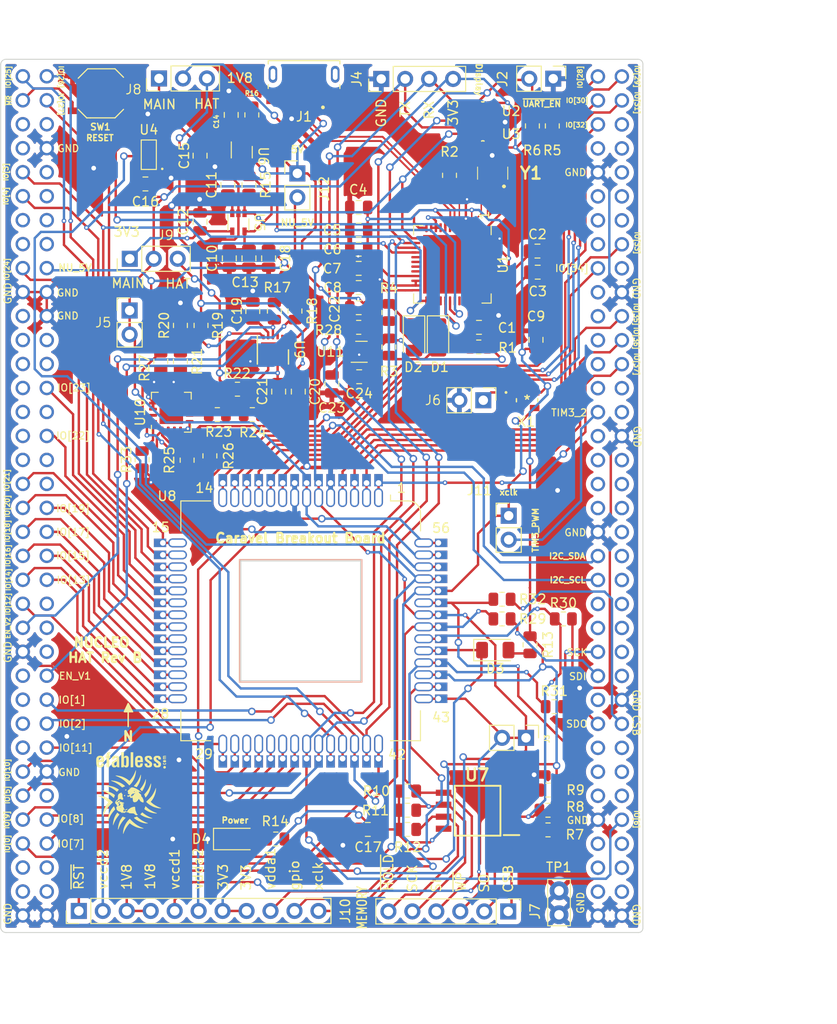
<source format=kicad_pcb>
(kicad_pcb (version 20211014) (generator pcbnew)
  (layers (0 "F.Cu" signal) (31 "B.Cu" signal) (34 "B.Paste" user) (35 "F.Paste" user) (36 "B.SilkS" user "B.Silkscreen") (37 "F.SilkS" user "F.Silkscreen") (38 "B.Mask" user) (39 "F.Mask" user) (44 "Edge.Cuts" user))
  (net 0 "")
  (net 1 "GND")
  (net 2 "V3.3")
  (net 3 "V1.8")
  (net 4 "+5V")
  (net 5 "Net-(C1-Pad2)")
  (net 6 "Net-(C2-Pad2)")
  (net 7 "Net-(C3-Pad2)")
  (net 8 "Net-(D1-Pad1)")
  (net 9 "Net-(D1-Pad2)")
  (net 10 "vdda")
  (net 11 "Net-(C23-Pad1)")
  (net 12 "VOUT1")
  (net 13 "FTDI_V3.3")
  (net 14 "Net-(D2-Pad2)")
  (net 15 "VOUT2")
  (net 16 "Net-(D3-Pad2)")
  (net 17 "Net-(D4-Pad2)")
  (net 18 "~{MEM_WP}")
  (net 19 "FTDI_D-")
  (net 20 "FTDI_D+")
  (net 21 "~{RST}")
  (net 22 "TIM3_CH2")
  (net 23 "Caravel_CSB")
  (net 24 "Caravel_SCK")
  (net 25 "Caravel_D1")
  (net 26 "Caravel_D0")
  (net 27 "Net-(R2-Pad2)")
  (net 28 "gpio")
  (net 29 "Net-(D2-Pad1)")
  (net 30 "I2C4_SCL")
  (net 31 "Net-(C14-Pad1)")
  (net 32 "~{MEM_HOLD}")
  (net 33 "~{MR}")
  (net 34 "mprj_io[27]")
  (net 35 "Net-(C19-Pad1)")
  (net 36 "mprj_io[37]")
  (net 37 "mprj_io[36]")
  (net 38 "mprj_io[35]")
  (net 39 "mprj_io[34]")
  (net 40 "mprj_io[33]")
  (net 41 "mprj_io[32]")
  (net 42 "mprj_io[31]")
  (net 43 "Net-(C11-Pad1)")
  (net 46 "Net-(J6-Pad1)")
  (net 47 "EN_V3.3")
  (net 48 "EN_V1.8")
  (net 49 "Net-(R19-Pad1)")
  (net 50 "Net-(R21-Pad1)")
  (net 51 "Net-(R22-Pad1)")
  (net 52 "Net-(R23-Pad1)")
  (net 53 "Net-(U1-Pad1)")
  (net 54 "Net-(U1-Pad2)")
  (net 57 "EN_VOUT2")
  (net 60 "vdda2")
  (net 61 "vccd2")
  (net 62 "vdda1")
  (net 67 "EN_VOUT1")
  (net 69 "I2C4_SDA")
  (net 70 "SPI4_MOSI")
  (net 76 "mprj_io[30]")
  (net 77 "mprj_io[29]")
  (net 78 "mprj_io[28]")
  (net 79 "mprj_io[26]")
  (net 80 "mprj_io[25]")
  (net 81 "mprj_io[24]")
  (net 82 "mprj_io[23]")
  (net 83 "mprj_io[22]")
  (net 84 "mprj_io[21]")
  (net 85 "mprj_io[20]")
  (net 86 "mprj_io[19]")
  (net 87 "mprj_io[18]")
  (net 88 "mprj_io[17]")
  (net 89 "mprj_io[16]")
  (net 90 "mprj_io[15]")
  (net 91 "mprj_io[14]")
  (net 92 "mprj_io[13]")
  (net 93 "mprj_io[12]")
  (net 94 "mprj_io[11]")
  (net 95 "mprj_io[10]")
  (net 96 "mprj_io[9]")
  (net 97 "mprj_io[8]")
  (net 98 "mprj_io[7]")
  (net 99 "mprj_io[0]")
  (net 100 "SPI4_MISO")
  (net 101 "SPI5_CS")
  (net 102 "SPI4_SCK")
  (net 103 "SPI5_SCK")
  (net 104 "SPI4_CS")
  (net 120 "SPI5_MISO")
  (net 122 "SPI5_MOSI")
  (net 157 "Net-(R28-Pad1)")
  (net 174 "vccd")
  (net 177 "UART8_TX")
  (net 178 "UART8_RX")
  (net 181 "xclk")
  (net 183 "Net-(R27-Pad1)")
  (net 184 "NU_5V")
  (net 185 "~{UART_EN}")
  (net 196 "Net-(R33-Pad2)")
  (footprint "Resistor_SMD:R_0805_2012Metric" (layer "F.Cu") (at 141.1732 44.196 -90)
    (fp_text reference "R4")
    (fp_text value "150 - 0805W8J0151T5E")
  )
  (footprint "Resistor_SMD:R_0805_2012Metric" (layer "F.Cu") (at 131.2164 44.0436 90)
    (fp_text reference "R18")
    (fp_text value "10k")
  )
  (footprint "strive_foot_prints:SOT65P210X110-5N" (layer "F.Cu") (at 151.13 25.2476 180)
    (fp_text reference "U3")
    (fp_text value "SN74LVC1G125DCKR")
  )
  (footprint "Capacitor_SMD:C_0805_2012Metric" (layer "F.Cu") (at 137.9728 41.5544)
    (fp_text reference "C8")
    (fp_text value "0.1uf - CC0805KRX7R9BB104")
  )
  (footprint "LED_SMD:LED_1206_3216Metric" (layer "F.Cu") (at 124.8664 99.9744)
    (fp_text reference "D4")
    (fp_text value "LED - 17-215SURC/S530-A2/TR8")
  )
  (footprint "Capacitor_SMD:C_0805_2012Metric" (layer "F.Cu") (at 126.746 44.0436 90)
    (fp_text reference "C19")
    (fp_text value "0.01uf - CC0805KRX7R9BB103")
  )
  (footprint "Resistor_SMD:R_0805_2012Metric" (layer "F.Cu") (at 121.2596 45.5676 90)
    (fp_text reference "R19")
    (fp_text value "360 1% - 0805W8F1202T5E")
  )
  (footprint "Resistor_SMD:R_0805_2012Metric" (layer "F.Cu") (at 153.162 76.6572)
    (fp_text reference "R29")
    (fp_text value "0")
  )
  (footprint "Capacitor_SMD:C_0805_2012Metric" (layer "F.Cu") (at 156.9466 39.9288 180)
    (fp_text reference "C3")
    (fp_text value "0.1uf - CC0805KRX7R9BB104")
  )
  (footprint "Resistor_SMD:R_0805_2012Metric" (layer "F.Cu") (at 141.1732 47.8536 90)
    (fp_text reference "R3")
    (fp_text value "150 - 0805W8J0151T5E")
  )
  (footprint "Resistor_SMD:R_0805_2012Metric" (layer "F.Cu") (at 122.9868 55.0164)
    (fp_text reference "R23")
    (fp_text value "4.99K 1% - 0805W8F1202T5E")
  )
  (footprint "Resistor_SMD:R_0805_2012Metric" (layer "F.Cu") (at 143.1544 98.9584 180)
    (fp_text reference "R12")
    (fp_text value "10k - RC0805FR-0710KL")
  )
  (footprint "Capacitor_SMD:C_0805_2012Metric" (layer "F.Cu") (at 137.9728 39.5224)
    (fp_text reference "C7")
    (fp_text value "0.1uf - CC0805KRX7R9BB104")
  )
  (footprint "Resistor_SMD:R_0805_2012Metric" (layer "F.Cu") (at 150.6982 47.8536)
    (fp_text reference "R1")
    (fp_text value "10k - RC0805FR-0710KL")
  )
  (footprint "Resistor_SMD:R_0805_2012Metric" (layer "F.Cu") (at 115.0112 59.7897 90)
    (fp_text reference "R33")
    (fp_text value "0")
  )
  (footprint "Resistor_SMD:R_0805_2012Metric" (layer "F.Cu") (at 129.1844 99.9744 180)
    (fp_text reference "R14")
    (fp_text value "82 - 0805W8F820JT5E")
  )
  (footprint "Resistor_SMD:R_0805_2012Metric" (layer "F.Cu") (at 143.1544 96.9264 180)
    (fp_text reference "R11")
    (fp_text value "10k - RC0805FR-0710KL")
  )
  (footprint "strive_foot_prints:SOT65P210X110-5N" (layer "F.Cu") (at 151.13 22.6568)
    (fp_text reference "U2")
    (fp_text value "SN74LVC1G125DCKR")
  )
  (footprint "Capacitor_SMD:C_0805_2012Metric" (layer "F.Cu") (at 137.9728 43.688)
    (fp_text reference "C22")
    (fp_text value "1uf - CC0805KKX5R8BB105")
  )
  (footprint "Resistor_SMD:R_0805_2012Metric" (layer "F.Cu") (at 158.0388 96.9264)
    (fp_text reference "R8")
    (fp_text value "10k - RC0805FR-0710KL")
  )
  (footprint "Caravel_Board:caravel_breakout_flexy_rev3D" (layer "F.Cu") (at 131.826 76.8604 90)
    (fp_text reference "U8")
    (fp_text value "caravel_breakout")
    (fp_line (start -6.35 -6.35) (end 6.35 -6.35) (layer "Edge.Cuts") (width 0.12))
    (fp_line (start 6.35 -6.35) (end 6.35 6.35) (layer "Edge.Cuts") (width 0.12))
    (fp_line (start -6.35 6.35) (end -6.35 -6.35) (layer "Edge.Cuts") (width 0.12))
    (fp_line (start 6.35 6.35) (end -6.35 6.35) (layer "Edge.Cuts") (width 0.12))
  )
  (footprint "Resistor_SMD:R_0805_2012Metric" (layer "F.Cu") (at 143.1544 94.8944 180)
    (fp_text reference "R10")
    (fp_text value "10k - RC0805FR-0710KL")
  )
  (footprint "Resistor_SMD:R_0805_2012Metric" (layer "F.Cu") (at 158.496 24.4348 90)
    (fp_text reference "R5")
    (fp_text value "10k")
  )
  (footprint "Capacitor_SMD:C_0805_2012Metric" (layer "F.Cu") (at 138.938 98.9584 180)
    (fp_text reference "C17")
    (fp_text value "0.1uf - CC0805KRX7R9BB104")
  )
  (footprint "Capacitor_SMD:C_0805_2012Metric" (layer "F.Cu") (at 137.9728 33.0708)
    (fp_text reference "C4")
    (fp_text value "0.1uf - CC0805KRX7R9BB104")
  )
  (footprint "Connector_PinHeader_2.54mm:PinHeader_1x02_P2.54mm_Vertical" (layer "F.Cu") (at 151.1808 53.4924 -90)
    (fp_text reference "J6")
    (fp_text value "Conn_01x02_Male")
  )
  (footprint "Resistor_SMD:R_0805_2012Metric" (layer "F.Cu") (at 119.0752 45.5676 -90)
    (fp_text reference "R20")
    (fp_text value "4.99K 1% - 0805W8F1202T5E")
  )
  (footprint "Capacitor_SMD:C_0805_2012Metric" (layer "F.Cu") (at 124.1044 30.6832 90)
    (fp_text reference "C11")
    (fp_text value "0.01uf - CC0805KRX7R9BB103")
  )
  (footprint "TestPoint:TestPoint_Bridge_Pitch2.54mm_Drill1.0mm" (layer "F.Cu") (at 159.2072 105.4608 -90)
    (fp_text reference "TP1")
    (fp_text value "TestPoint")
  )
  (footprint "Capacitor_SMD:C_0805_2012Metric" (layer "F.Cu") (at 156.9212 37.6936 180)
    (fp_text reference "C2")
    (fp_text value "0.1uf - CC0805KRX7R9BB104")
  )
  (footprint "Resistor_SMD:R_0805_2012Metric" (layer "F.Cu") (at 137.9728 45.7708)
    (fp_text reference "R28")
    (fp_text value "10k")
  )
  (footprint "Resistor_SMD:R_0805_2012Metric" (layer "F.Cu") (at 159.6644 76.6572)
    (fp_text reference "R30")
    (fp_text value "0")
  )
  (footprint "Connector_PinHeader_2.54mm:PinHeader_1x11_P2.54mm_Vertical" (layer "F.Cu") (at 108.3056 107.5944 90)
    (fp_text reference "J10")
    (fp_text value "Conn_01x11_Female")
  )
  (footprint "LED_SMD:LED_1206_3216Metric" (layer "F.Cu") (at 143.8402 46.8376 -90)
    (fp_text reference "D2")
    (fp_text value "LED - 17-215SURC/S530-A2/TR8")
  )
  (footprint "strive_foot_prints:DSC6001JE1A-010.0000" (layer "F.Cu") (at 155.82265 53.4924)
    (fp_text reference "X1")
    (fp_text value "DSC6001_10MHZ")
  )
  (footprint "Resistor_SMD:R_0805_2012Metric" (layer "F.Cu") (at 126.6952 55.0164 180)
    (fp_text reference "R24")
    (fp_text value "4.02K 1% - 0805W8F1202T5E")
  )
  (footprint "Resistor_SMD:R_0805_2012Metric" (layer "F.Cu") (at 122.1994 59.3852 90)
    (fp_text reference "R26")
    (fp_text value "4.7K 1% - 0805W8F1202T5E")
  )
  (footprint "Resistor_SMD:R_0805_2012Metric" (layer "F.Cu") (at 156.1338 79.4004 -90)
    (fp_text reference "R13")
    (fp_text value "82 - 0805W8F820JT5E")
  )
  (footprint "Package_DFN_QFN:QFN-48-1EP_8x8mm_P0.5mm_EP6.2x6.2mm" (layer "F.Cu") (at 147.9042 39.0906 -90)
    (fp_text reference "U1")
    (fp_text value "FT232H")
  )
  (footprint "Connector_PinHeader_2.54mm:PinHeader_1x03_P2.54mm_Vertical" (layer "F.Cu") (at 116.8042 19.4056 90)
    (fp_text reference "J8")
    (fp_text value "Conn_01x03")
  )
  (footprint "Connector_PinHeader_2.54mm:PinHeader_1x02_P2.54mm_Vertical" (layer "F.Cu") (at 153.8732 65.7302)
    (fp_text reference "J11")
    (fp_text value "Conn_01x02")
  )
  (footprint "Resistor_SMD:R_0805_2012Metric" (layer "F.Cu") (at 125.1204 52.324 180)
    (fp_text reference "R22")
    (fp_text value "4.22K 1% - 0805W8F1202T5E")
  )
  (footprint "Resistor_SMD:R_0805_2012Metric" (layer "F.Cu") (at 119.0752 49.3776 90)
    (fp_text reference "R21")
    (fp_text value "499 1% - 0805W8F1202T5E")
  )
  (footprint "Resistor_SMD:R_0805_2012Metric" (layer "F.Cu") (at 147.5994 29.6672 -90)
    (fp_text reference "R2")
    (fp_text value "12K 1% - 0805W8F1202T5E")
  )
  (footprint "Connector_PinHeader_2.54mm:PinHeader_1x02_P2.54mm_Vertical" (layer "F.Cu") (at 131.4704 29.464)
    (fp_text reference "J12")
    (fp_text value "Conn_01x02_Male")
  )
  (footprint "Capacitor_SMD:C_0805_2012Metric" (layer "F.Cu") (at 156.7688 47.0916 -90)
    (fp_text reference "C9")
    (fp_text value "0.1uf - CC0805KRX7R9BB104")
  )
  (footprint "Connector_PinHeader_2.54mm:PinHeader_1x02_P2.54mm_Vertical" (layer "F.Cu") (at 158.5926 19.431 -90)
    (fp_text reference "J2")
    (fp_text value "Conn_01x02_Female")
  )
  (footprint "Capacitor_SMD:C_0805_2012Metric" (layer "F.Cu") (at 135.128 51.7652 -90)
    (fp_text reference "C23")
    (fp_text value "0.01uf - CC0805KRX7R9BB103")
  )
  (footprint "Caravel_Board:logo" (layer "F.Cu") (at 113.6396 96.0628)
    (fp_text reference "T1" hide)
    (fp_text value "Logo" hide)
  )
  (footprint "Capacitor_SMD:C_0805_2012Metric" (layer "F.Cu") (at 137.9728 35.4584)
    (fp_text reference "C5")
    (fp_text value "0.1uf - CC0805KRX7R9BB104")
  )
  (footprint "Capacitor_SMD:C_0805_2012Metric" (layer "F.Cu") (at 131.572 52.578 -90)
    (fp_text reference "C20")
    (fp_text value "1uf - CC0805KKX5R8BB105")
  )
  (footprint "Connector_PinHeader_2.54mm:PinHeader_1x06_P2.54mm_Vertical" (layer "F.Cu") (at 153.8224 107.6452 -90)
    (fp_text reference "J7")
    (fp_text value "Conn_01x06_Female")
  )
  (footprint "strive_foot_prints:SW4-SMD-5.2X5.2X1.5MM" (layer "F.Cu") (at 110.6424 20.9804)
    (fp_text reference "SW1")
    (fp_text value "SW_Push - SKQGADE010")
  )
  (footprint "Resistor_SMD:R_0805_2012Metric" (layer "F.Cu") (at 158.0388 99.0092)
    (fp_text reference "R7")
    (fp_text value "10k - RC0805FR-0710KL")
  )
  (footprint "Capacitor_SMD:C_0805_2012Metric" (layer "F.Cu") (at 129.4892 52.578 -90)
    (fp_text reference "C21")
    (fp_text value "1uf - CC0805KKX5R8BB105")
  )
  (footprint "Resistor_SMD:R_0805_2012Metric" (layer "F.Cu") (at 156.3878 24.4348 90)
    (fp_text reference "R6")
    (fp_text value "10k")
  )
  (footprint "Resistor_SMD:R_0805_2012Metric" (layer "F.Cu") (at 126.6444 23.2664 90)
    (fp_text reference "R16")
    (fp_text value "10k")
  )
  (footprint "strive_foot_prints:SOIC127P790X216-8N" (layer "F.Cu") (at 150.5712 96.9772 180)
    (fp_text reference "U7")
    (fp_text value "W25Q32FVSS" hide)
  )
  (footprint "strive_foot_prints:FCI_10118193-0001LF" (layer "F.Cu") (at 132.1816 18.9665 180)
    (fp_text reference "J1")
    (fp_text value "USB_B_Micro - 10118193-0001LF")
  )
  (footprint "Capacitor_SMD:C_0805_2012Metric" (layer "F.Cu") (at 115.3668 30.5816 180)
    (fp_text reference "C16")
    (fp_text value "0.1uf - CC0805KRX7R9BB104")
  )
  (footprint "Capacitor_SMD:C_0805_2012Metric" (layer "F.Cu") (at 126.3396 38.4556 90)
    (fp_text reference "C13")
    (fp_text value "1uf - CC0805KKX5R8BB105")
  )
  (footprint "Caravel_Board:SOT-353F" (layer "F.Cu") (at 138.0236 48.3616)
    (fp_text reference "U11")
    (fp_text value "TAR5SxxU_SOT353F")
  )
  (footprint "LED_SMD:LED_1206_3216Metric" (layer "F.Cu") (at 146.3802 46.8376 -90)
    (fp_text reference "D1")
    (fp_text value "LED - 17-215SURC/S530-A2/TR8")
  )
  (footprint "Resistor_SMD:R_0805_2012Metric" (layer "F.Cu") (at 129.032 44.0436 90)
    (fp_text reference "R17")
    (fp_text value "10k")
  )
  (footprint "Connector_PinHeader_2.54mm:PinHeader_1x04_P2.54mm_Vertical" (layer "F.Cu") (at 140.3604 19.4564 90)
    (fp_text reference "J4")
    (fp_text value "Conn_01x04_Female")
  )
  (footprint "Caravel_Board:ST_Morpho_Connectors_144" (layer "F.Cu") (at 134.1628 54.0004)
    (fp_text reference "U12")
    (fp_text value "NUCLEO144-F746ZG")
  )
  (footprint "LED_SMD:LED_1206_3216Metric" (layer "F.Cu") (at 152.4508 79.9592)
    (fp_text reference "D3")
    (fp_text value "LED - 17-215SURC/S530-A2/TR8")
  )
  (footprint "Capacitor_SMD:C_0805_2012Metric" (layer "F.Cu") (at 121.158 34.5948 -90)
    (fp_text reference "C12")
    (fp_text value "10uf - CC0805KKX5R8BB106")
  )
  (footprint "Capacitor_SMD:C_0805_2012Metric" (layer "F.Cu") (at 128.4224 38.4556 90)
    (fp_text reference "C18")
    (fp_text value "1uf - CC0805KKX5R8BB105")
  )
  (footprint "Capacitor_SMD:C_0805_2012Metric" (layer "F.Cu") (at 138.0236 51.0032)
    (fp_text reference "C24")
    (fp_text value "10uf - CC0805KKX5R8BB106")
  )
  (footprint "Resistor_SMD:R_0805_2012Metric" (layer "F.Cu") (at 116.9924 49.3776 90)
    (fp_text reference "R27")
    (fp_text value "10k")
  )
  (footprint "Resistor_SMD:R_0805_2012Metric" (layer "F.Cu") (at 158.0388 94.7928)
    (fp_text reference "R9")
    (fp_text value "10k - RC0805FR-0710KL")
  )
  (footprint "Caravel_Board:PoR_5_SOT23" (layer "F.Cu") (at 115.7224 27.4828 180)
    (fp_text reference "U4")
    (fp_text value "MCP1319MT-29LE-OT")
  )
  (footprint "Capacitor_SMD:C_0805_2012Metric" (layer "F.Cu") (at 124.46 23.2664 90)
    (fp_text reference "C14")
    (fp_text value "0.01uf - CC0805KRX7R9BB103")
  )
  (footprint "Resistor_SMD:R_0805_2012Metric" (layer "F.Cu") (at 153.162 74.5744)
    (fp_text reference "R32")
    (fp_text value "0")
  )
  (footprint "Caravel_Board:QFN-16-1EP_4x4mm_P0.65mm_EP2.5x2.5mm" (layer "F.Cu") (at 118.11 54.7624 90)
    (fp_text reference "U10")
    (fp_text value "MCP4661")
  )
  (footprint "Caravel_Board:SOT-353F" (layer "F.Cu") (at 125.5776 26.9748 -90)
    (fp_text reference "U6")
    (fp_text value "TAR5SxxU_SOT353F")
  )
  (footprint "Capacitor_SMD:C_0805_2012Metric" (layer "F.Cu") (at 137.9728 37.4904)
    (fp_text reference "C6")
    (fp_text value "0.1uf - CC0805KRX7R9BB104")
  )
  (footprint "Resistor_SMD:R_0805_2012Metric" (layer "F.Cu") (at 119.7864 59.8424 90)
    (fp_text reference "R25")
    (fp_text value "4.7K 1% - 0805W8F1202T5E")
  )
  (footprint "Capacitor_SMD:C_0805_2012Metric" (layer "F.Cu") (at 150.7236 45.7708 180)
    (fp_text reference "C1")
    (fp_text value "0.01uf - CC0805JRX7R9BB103")
  )
  (footprint "Resistor_SMD:R_0805_2012Metric" (layer "F.Cu") (at 126.3396 30.6832 90)
    (fp_text reference "R15")
    (fp_text value "10k")
  )
  (footprint "Connector_PinHeader_2.54mm:PinHeader_1x02_P2.54mm_Vertical" (layer "F.Cu") (at 155.707 89.2556 -90)
    (fp_text reference "J3")
    (fp_text value "Conn_01x02_Male")
  )
  (footprint "Caravel_Board:10-pin_MLF_P0.5" (layer "F.Cu") (at 128.8796 48.1584 -90)
    (fp_text reference "U9")
    (fp_text value "MIC2211-AAYML-TR")
  )
  (footprint "Connector_PinHeader_2.54mm:PinHeader_1x02_P2.54mm_Vertical" (layer "F.Cu") (at 113.6904 43.9878)
    (fp_text reference "J5")
    (fp_text value "Conn_01x02_Male")
  )
  (footprint "Capacitor_SMD:C_0805_2012Metric" (layer "F.Cu") (at 124.2568 38.4556 90)
    (fp_text reference "C10")
    (fp_text value "1uf - CC0805KKX5R8BB105")
  )
  (footprint "Resistor_SMD:R_0805_2012Metric" (layer "F.Cu") (at 158.6992 85.9536)
    (fp_text reference "R31")
    (fp_text value "0")
  )
  (footprint "Caravel_Board:ef_logo" (layer "F.Cu") (at 113.792 91.6432)
    (fp_text reference "T2" hide)
    (fp_text value "Logo" hide)
  )
  (footprint "Connector_PinHeader_2.54mm:PinHeader_1x03_P2.54mm_Vertical" (layer "F.Cu") (at 113.7054 38.5064 90)
    (fp_text reference "J9")
    (fp_text value "Conn_01x03")
  )
  (footprint "Caravel_Board:SOT-353F" (layer "F.Cu") (at 125.222 34.6456 -90)
    (fp_text reference "U5")
    (fp_text value "TAR5SxxU_SOT353F")
  )
  (footprint "strive_foot_prints:CSTNE12M0GH5L000R0" (layer "F.Cu") (at 152.1714 29.4386)
    (fp_text reference "Y1")
    (fp_text value "CSTNE12M0GH5L000R0" hide)
  )
  (footprint "Capacitor_SMD:C_0805_2012Metric" (layer "F.Cu") (at 121.158 27.5844 90)
    (fp_text reference "C15")
    (fp_text value "10uf - CC0805KKX5R8BB106")
  )
  (gr_line (start 125.349 83.3374) (end 125.349 70.3834) (layer "B.SilkS") (width 0.15))
  (gr_line (start 138.303 83.3374) (end 125.349 83.3374) (layer "B.SilkS") (width 0.15))
  (gr_line (start 138.303 70.3834) (end 138.303 83.3374) (layer "B.SilkS") (width 0.15))
  (gr_line (start 125.349 70.3834) (end 138.303 70.3834) (layer "B.SilkS") (width 0.15))
  (gr_line (start 138.303 83.3374) (end 125.349 83.3374) (layer "F.SilkS") (width 0.15))
  (gr_line (start 125.349 70.3834) (end 138.303 70.3834) (layer "F.SilkS") (width 0.15))
  (gr_poly (pts (xy 113.1316 86.487) (xy 113.538 85.6234) (xy 113.9952 86.487)) (layer "F.SilkS") (width 0.15) (fill solid))
  (gr_line (start 113.538 86.487) (end 113.538 88.0618) (layer "F.SilkS") (width 0.15))
  (gr_line (start 125.349 83.3374) (end 125.349 70.3834) (layer "F.SilkS") (width 0.15))
  (gr_line (start 138.303 70.3834) (end 138.303 83.3374) (layer "F.SilkS") (width 0.15))
  (gr_line (start 100.0252 109.3216) (end 100.0252 17.9324) (layer "Edge.Cuts") (width 0.1))
  (gr_line (start 100.584 17.3736) (end 167.5892 17.3736) (layer "Edge.Cuts") (width 0.1))
  (gr_arc (start 100.584 109.8804) (mid 100.188869 109.716731) (end 100.0252 109.3216) (layer "Edge.Cuts") (width 0.1))
  (gr_arc (start 100.0252 17.9324) (mid 100.188869 17.537269) (end 100.584 17.3736) (layer "Edge.Cuts") (width 0.1))
  (gr_line (start 168.0972 17.8816) (end 168.0972 109.4232) (layer "Edge.Cuts") (width 0.1))
  (gr_arc (start 168.0972 109.4232) (mid 167.963289 109.746489) (end 167.64 109.8804) (layer "Edge.Cuts") (width 0.1))
  (gr_line (start 167.64 109.8804) (end 100.584 109.8804) (layer "Edge.Cuts") (width 0.1))
  (gr_arc (start 167.5892 17.3736) (mid 167.94841 17.52239) (end 168.0972 17.8816) (layer "Edge.Cuts") (width 0.1))
  (gr_text "GND" (at 140.3604 23.0632 90) (layer "F.SilkS") (effects (font (size 1 1))))
  (gr_text "IO[30]" (at 161.1376 21.7424) (layer "F.SilkS") (effects (font (size 0.5 0.5) (thickness 0.125))))
  (gr_text "14" (at 121.6152 62.7888) (layer "F.SilkS") (effects (font (size 1 1))))
  (gr_text "IO[25]" (at 100.838 19.2532 90) (layer "F.SilkS") (effects (font (size 0.5 0.5) (thickness 0.125))))
  (gr_text "GND" (at 167.386 85.2932 270) (layer "F.SilkS") (effects (font (size 0.75 0.75) (thickness 0.125))))
  (gr_text "42" (at 142.0368 91.0336) (layer "F.SilkS") (effects (font (size 1 1))))
  (gr_text "GND" (at 160.9344 67.5132) (layer "F.SilkS") (effects (font (size 0.75 0.75) (thickness 0.125))))
  (gr_text "IO[29]" (at 167.4876 19.2024 270) (layer "F.SilkS") (effects (font (size 0.5 0.5) (thickness 0.125))))
  (gr_text "29" (at 121.5644 90.9828) (layer "F.SilkS") (effects (font (size 1 1))))
  (gr_text "GND" (at 100.7872 107.8992 90) (layer "F.SilkS") (effects (font (size 0.75 0.75) (thickness 0.125))))
  (gr_text "SDI" (at 161.1884 82.7532) (layer "F.SilkS") (effects (font (size 0.75 0.75) (thickness 0.125))))
  (gr_text "MEMORY" (at 138.3284 107.2388 90) (layer "F.SilkS") (effects (font (size 1 0.75))))
  (gr_text "IO[23]" (at 107.7976 52.1716) (layer "F.SilkS") (effects (font (size 0.75 0.75) (thickness 0.125))))
  (gr_text "3V3" (at 126.0348 104.0384 90) (layer "F.SilkS") (effects (font (size 1 1))))
  (gr_text "IO[22]" (at 107.696 57.2516) (layer "F.SilkS") (effects (font (size 0.75 0.75) (thickness 0.125))))
  (gr_text "IO[14]" (at 100.838 72.4916 90) (layer "F.SilkS") (effects (font (size 0.5 0.5) (thickness 0.125))))
  (gr_text "~{WP}" (at 148.7932 104.4956 90) (layer "F.SilkS") (effects (font (size 1 1))))
  (gr_text "GND" (at 107.1372 42.1132) (layer "F.SilkS") (effects (font (size 0.75 0.75) (thickness 0.125))))
  (gr_text "43" (at 146.7104 87.0966) (layer "F.SilkS") (effects (font (size 1 1))))
  (gr_text "NUCLEO \nHAT Rev B" (at 111.0996 79.9592) (layer "F.SilkS") (effects (font (size 1 1) (thickness 0.25))))
  (gr_text "GND" (at 161.1884 97.9932) (layer "F.SilkS") (effects (font (size 0.75 0.75) (thickness 0.125))))
  (gr_text "~{HOLD}" (at 141.1224 103.5304 90) (layer "F.SilkS") (effects (font (size 1 1))))
  (gr_text "MAIN" (at 116.84 22.1488) (layer "F.SilkS") (effects (font (size 1 1))))
  (gr_text "MAIN" (at 113.538 41.0972) (layer "F.SilkS") (effects (font (size 1 1))))
  (gr_text "EN_V1" (at 107.8992 82.7024) (layer "F.SilkS") (effects (font (size 0.75 0.75) (thickness 0.125))))
  (gr_text "IO[6]" (at 167.4368 97.8916 270) (layer "F.SilkS") (effects (font (size 0.5 0.5) (thickness 0.125))))
  (gr_text "Caravel Breakout Board" (at 131.8006 68.0974) (layer "F.SilkS") (effects (font (size 1 1) (thickness 0.25))))
  (gr_text "15" (at 116.9924 66.9544) (layer "F.SilkS") (effects (font (size 1 1))))
  (gr_text "GND" (at 100.7872 80.1624 90) (layer "F.SilkS") (effects (font (size 0.75 0.75) (thickness 0.125))))
  (gr_text "vccd2" (at 110.8456 103.1748 90) (layer "F.SilkS") (effects (font (size 1 1))))
  (gr_text "xclk" (at 133.6548 103.886 90) (layer "F.SilkS") (effects (font (size 1 1))))
  (gr_text "RESET" (at 110.5408 25.7048) (layer "F.SilkS") (effects (font (size 0.635 0.635))))
  (gr_text "GND" (at 107.188 26.8224) (layer "F.SilkS") (effects (font (size 0.75 0.75) (thickness 0.125))))
  (gr_text "1V8" (at 113.3856 103.9876 90) (layer "F.SilkS") (effects (font (size 1 1))))
  (gr_text "vccd1" (at 118.4656 103.1748 90) (layer "F.SilkS") (effects (font (size 1 1))))
  (gr_text "HAT" (at 118.8212 41.148) (layer "F.SilkS") (effects (font (size 1 1))))
  (gr_text "56" (at 146.7104 67.0306) (layer "F.SilkS") (effects (font (size 1 1))))
  (gr_text "IO[2]" (at 107.6452 87.7824) (layer "F.SilkS") (effects (font (size 0.75 0.75) (thickness 0.125))))
  (gr_text "~{RST}" (at 108.3056 103.9876 90) (layer "F.SilkS") (effects (font (size 1 1))))
  (gr_text "IO[16]" (at 100.7872 69.9516 90) (layer "F.SilkS") (effects (font (size 0.5 0.5) (thickness 0.125))))
  (gr_text "IO[13]" (at 107.7468 72.5424) (layer "F.SilkS") (effects (font (size 0.75 0.75) (thickness 0.125))))
  (gr_text "IO[17]" (at 107.696 67.4624) (layer "F.SilkS") (effects (font (size 0.75 0.75) (thickness 0.125))))
  (gr_text "5V" (at 131.4704 26.924) (layer "F.SilkS") (effects (font (size 0.75 0.75))))
  (gr_text "GND" (at 167.4876 57.3532 270) (layer "F.SilkS") (effects (font (size 0.75 0.75) (thickness 0.125))))
  (gr_text "GND" (at 100.7872 42.164 90) (layer "F.SilkS") (effects (font (size 0.75 0.75) (thickness 0.125))))
  (gr_text "1V8" (at 115.8748 103.9368 90) (layer "F.SilkS") (effects (font (size 1 1))))
  (gr_text "CSB" (at 153.8224 104.1908 90) (layer "F.SilkS") (effects (font (size 1 1))))
  (gr_text "NU_5V" (at 131.4704 34.6964) (layer "F.SilkS") (effects (font (size 0.75 0.75))))
  (gr_text "xclk" (at 153.8732 63.246) (layer "F.SilkS") (effects (font (size 0.635 0.635))))
  (gr_text "GND" (at 167.386 41.656 270) (layer "F.SilkS") (effects (font (size 0.75 0.75) (thickness 0.125))))
  (gr_text "SI" (at 146.2024 104.902 90) (layer "F.SilkS") (effects (font (size 1 1))))
  (gr_text "IO[12]" (at 100.7872 75.0824 90) (layer "F.SilkS") (effects (font (size 0.5 0.5) (thickness 0.125))))
  (gr_text "IO[5]" (at 100.7364 95.3008 90) (layer "F.SilkS") (effects (font (size 0.5 0.5) (thickness 0.125))))
  (gr_text "IO[28]" (at 161.4424 19.2532 90) (layer "F.SilkS") (effects (font (size 0.5 0.5) (thickness 0.125))))
  (gr_text "IO[4]" (at 100.584 31.8516 90) (layer "F.SilkS") (effects (font (size 0.5 0.5) (thickness 0.125))))
  (gr_text "GND" (at 107.1372 44.5516) (layer "F.SilkS") (effects (font (size 0.75 0.75) (thickness 0.125))))
  (gr_text "IO[21]" (at 100.6856 61.976 90) (layer "F.SilkS") (effects (font (size 0.5 0.5) (thickness 0.125))))
  (gr_text "NU_5V" (at 107.8992 39.4716) (layer "F.SilkS") (effects (font (size 0.75 0.75))))
  (gr_text "IO[36]" (at 167.386 46.9392 270) (layer "F.SilkS") (effects (font (size 0.5 0.5) (thickness 0.125))))
  (gr_text "IO[11]" (at 108.0008 90.3224) (layer "F.SilkS") (effects (font (size 0.75 0.75) (thickness 0.125))))
  (gr_text "TIM3_PWM" (at 156.718 67.2592 90) (layer "F.SilkS") (effects (font (size 0.635 0.635))))
  (gr_text "IO[27]" (at 106.426 22.1488 270) (layer "F.SilkS") (effects (font (size 0.5 0.5) (thickness 0.125))))
  (gr_text "~{UART_EN}" (at 157.3784 22.098) (layer "F.SilkS") (effects (font (size 0.635 0.635))))
  (gr_text "vdda1" (at 128.6256 103.124 90) (layer "F.SilkS") (effects (font (size 1 1))))
  (gr_text "~{MR}" (at 100.9396 21.7424 90) (layer "F.SilkS") (effects (font (size 0.5 0.5) (thickness 0.125))))
  (gr_text "1\n" (at 151.2824 33.8836 90) (layer "F.SilkS") (effects (font (size 1 1))))
  (gr_text "1\n" (at 142.494 62.7888) (layer "F.SilkS") (effects (font (size 1 1))))
  (gr_text "3V3" (at 123.5964 103.9876 90) (layer "F.SilkS") (effects (font (size 1 1))))
  (gr_text "IO[34]" (at 160.5788 39.5224) (layer "F.SilkS") (effects (font (size 0.75 0.75) (thickness 0.125))))
  (gr_text "IO[37]" (at 167.4368 49.6824 270) (layer "F.SilkS") (effects (font (size 0.5 0.5) (thickness 0.125))))
  (gr_text "3V3" (at 113.3856 35.6616) (layer "F.SilkS") (effects (font (size 1 1))))
  (gr_text "EN_V2" (at 100.7872 77.6224 90) (layer "F.SilkS") (effects (font (size 0.5 0.5) (thickness 0.125))))
  (gr_text "GND" (at 107.2896 92.9132) (layer "F.SilkS") (effects (font (size 0.75 0.75) (thickness 0.125))))
  (gr_text "IO[7]" (at 107.4928 100.4824) (layer "F.SilkS") (effects (font (size 0.75 0.75) (thickness 0.125))))
  (gr_text "gpio" (at 131.1656 103.8352 90) (layer "F.SilkS") (effects (font (size 1 1))))
  (gr_text "HAT" (at 121.8692 22.098) (layer "F.SilkS") (effects (font (size 1 1))))
  (gr_text "TIM3_2" (at 160.274 54.8132) (layer "F.SilkS") (effects (font (size 0.75 0.75) (thickness 0.125))))
  (gr_text "IO[18]" (at 100.7364 67.3608 90) (layer "F.SilkS") (effects (font (size 0.5 0.5) (thickness 0.125))))
  (gr_text "N" (at 113.538 89.1032) (layer "F.SilkS") (effects (font (size 1 1) (thickness 0.25))))
  (gr_text "GND" (at 160.9344 29.3624) (layer "F.SilkS") (effects (font (size 0.75 0.75) (thickness 0.125))))
  (gr_text "IO[24]" (at 100.6856 39.624 90) (layer "F.SilkS") (effects (font (size 0.5 0.5) (thickness 0.125))))
  (gr_text "IO[1]" (at 107.5944 85.2424) (layer "F.SilkS") (effects (font (size 0.75 0.75) (thickness 0.125))))
  (gr_text "IO[31]" (at 167.4876 21.9964 270) (layer "F.SilkS") (effects (font (size 0.5 0.5) (thickness 0.125))))
  (gr_text "3V3" (at 147.9804 23.0124 90) (layer "F.SilkS") (effects (font (size 1 1))))
  (gr_text "IO[0]" (at 100.7364 100.4824 90) (layer "F.SilkS") (effects (font (size 0.5 0.5) (thickness 0.125))))
  (gr_text "SCK" (at 143.6624 104.14 90) (layer "F.SilkS") (effects (font (size 1 1))))
  (gr_text "IO[20]" (at 100.7364 64.7192 90) (layer "F.SilkS") (effects (font (size 0.5 0.5) (thickness 0.125))))
  (gr_text "IO[15]" (at 107.696 69.9516) (layer "F.SilkS") (effects (font (size 0.75 0.75) (thickness 0.125))))
  (gr_text "IO[10]" (at 100.7364 92.6592 90) (layer "F.SilkS") (effects (font (size 0.5 0.5) (thickness 0.125))))
  (gr_text "IO[9]" (at 100.6856 97.9424 90) (layer "F.SilkS") (effects (font (size 0.5 0.5) (thickness 0.125))))
  (gr_text "I2C_SCL" (at 160.1216 72.5424) (layer "F.SilkS") (effects (font (size 0.635 0.635))))
  (gr_text "28" (at 116.9416 86.7156) (layer "F.SilkS") (effects (font (size 1 1))))
  (gr_text "SDO" (at 161.0868 87.7824) (layer "F.SilkS") (effects (font (size 0.75 0.75) (thickness 0.125))))
  (gr_text "IO[19]" (at 107.696 64.9732) (layer "F.SilkS") (effects (font (size 0.75 0.75) (thickness 0.125))))
  (gr_text "CSB" (at 167.386 87.9348 270) (layer "F.SilkS") (effects (font (size 0.75 0.75) (thickness 0.125))))
  (gr_text "RX" (at 145.4404 22.7584 90) (layer "F.SilkS") (effects (font (size 1 1))))
  (gr_text "1V8" (at 125.3744 19.3548) (layer "F.SilkS") (effects (font (size 1 1))))
  (gr_text "SO" (at 151.2824 104.648 90) (layer "F.SilkS") (effects (font (size 1 1))))
  (gr_text "vdda2" (at 120.9548 103.124 90) (layer "F.SilkS") (effects (font (size 1 1))))
  (gr_text "IO[32]" (at 161.0868 24.3332) (layer "F.SilkS") (effects (font (size 0.5 0.5) (thickness 0.125))))
  (gr_text "IO[3]" (at 100.584 29.3116 90) (layer "F.SilkS") (effects (font (size 0.5 0.5) (thickness 0.125))))
  (gr_text "GND" (at 161.4932 106.7308 90) (layer "F.SilkS") (effects (font (size 0.75 0.75) (thickness 0.125))))
  (gr_text "IO[26]" (at 106.426 19.2532 270) (layer "F.SilkS") (effects (font (size 0.5 0.5) (thickness 0.125))))
  (gr_text "TX" (at 142.9004 22.6568 90) (layer "F.SilkS") (effects (font (size 1 1))))
  (gr_text "Display\n" (at 150.7136 19.5326 270) (layer "F.SilkS") (effects (font (size 0.635 0.635))))
  (gr_text "IO[35]" (at 167.386 44.3992 270) (layer "F.SilkS") (effects (font (size 0.5 0.5) (thickness 0.125))))
  (gr_text "Power" (at 124.8664 97.9932) (layer "F.SilkS") (effects (font (size 0.635 0.635))))
  (gr_text "GND" (at 167.386 108.0008 270) (layer "F.SilkS") (effects (font (size 0.75 0.75) (thickness 0.125))))
  (gr_text "IO[33]" (at 167.4876 36.83 270) (layer "F.SilkS") (effects (font (size 0.5 0.5) (thickness 0.125))))
  (gr_text "I2C_SDA" (at 160.0708 70.0024) (layer "F.SilkS") (effects (font (size 0.635 0.635))))
  (gr_text "IO[8]" (at 107.442 97.8408) (layer "F.SilkS") (effects (font (size 0.75 0.75) (thickness 0.125))))
  (gr_text "SCK" (at 161.1376 80.2132) (layer "F.SilkS") (effects (font (size 0.75 0.75) (thickness 0.125))))
  (segment (start 118.1608 32.8676) (end 117.656489 33.371911) (width 0.254) (layer "F.Cu") (net 1))
  (segment (start 126.6328 49.5184) (end 126.492 49.3776) (width 0.254) (layer "F.Cu") (net 1))
  (segment (start 138.0236 48.6576) (end 138.0236 48.6664) (width 0.254) (layer "F.Cu") (net 1))
  (segment (start 118.364 29.6672) (end 118.0846 29.9466) (width 0.254) (layer "F.Cu") (net 1))
  (segment (start 137.0228 37.4904) (end 137.16 37.4904) (width 0.254) (layer "F.Cu") (net 1))
  (segment (start 131.184 62.2604) (end 131.184 63.8104) (width 0.254) (layer "F.Cu") (net 1))
  (segment (start 158.176 37.719) (end 158.1506 37.6936) (width 0.254) (layer "F.Cu") (net 1))
  (segment (start 123.4664 99.9744) (end 121.9708 99.9744) (width 0.254) (layer "F.Cu") (net 1))
  (segment (start 119.8626 56.515) (end 120.0475 56.3301) (width 0.254) (layer "F.Cu") (net 1))
  (segment (start 149.331326 32.329474) (end 149.4536 32.2072) (width 0.254) (layer "F.Cu") (net 1))
  (segment (start 152.146 29.464) (end 152.146 27.5844) (width 0.254) (layer "F.Cu") (net 1))
  (segment (start 115.951 62.1792) (end 115.951 61.642) (width 0.254) (layer "F.Cu") (net 1))
  (segment (start 137.9728 98.9584) (end 136.2964 100.6348) (width 0.254) (layer "F.Cu") (net 1))
  (segment (start 130.8816 23.652) (end 130.8816 21.6415) (width 0.254) (layer "F.Cu") (net 1))
  (segment (start 150.9522 23.3172) (end 151.5618 22.7076) (width 0.254) (layer "F.Cu") (net 1))
  (segment (start 157.8966 39.9288) (end 157.8966 37.719) (width 0.254) (layer "F.Cu") (net 1))
  (segment (start 165.8678 85.2354) (end 164.592 83.9596) (width 0.254) (layer "F.Cu") (net 1))
  (segment (start 164.592 68.7196) (end 163.3278 67.4554) (width 0.254) (layer "F.Cu") (net 1))
  (segment (start 137.7276 48.3616) (end 138.0236 48.6576) (width 0.254) (layer "F.Cu") (net 1))
  (segment (start 118.364 28.0416) (end 118.364 29.6672) (width 0.254) (layer "F.Cu") (net 1))
  (segment (start 104.9078 42.0354) (end 102.3678 42.0354) (width 0.254) (layer "F.Cu") (net 1))
  (segment (start 105.405889 81.631489) (end 103.863889 81.631489) (width 0.254) (layer "F.Cu") (net 1))
  (segment (start 151.6673 43.9374) (end 150.7044 42.9745) (width 0.254) (layer "F.Cu") (net 1))
  (segment (start 151.7729 39.3495) (end 152.8469 39.3495) (width 0.254) (layer "F.Cu") (net 1))
  (segment (start 138.0236 48.8188) (end 138.0236 50.5968) (width 0.254) (layer "F.Cu") (net 1))
  (segment (start 117.8052 27.4828) (end 118.364 28.0416) (width 0.254) (layer "F.Cu") (net 1))
  (segment (start 137.16 37.4904) (end 137.922 38.2524) (width 0.254) (layer "F.Cu") (net 1))
  (segment (start 121.9708 99.9744) (end 118.2624 99.9744) (width 0.254) (layer "F.Cu") (net 1))
  (segment (start 120.0475 56.3301) (end 120.0475 55.7374) (width 0.254) (layer "F.Cu") (net 1))
  (segment (start 138.0236 50.5968) (end 137.6172 51.0032) (width 0.254) (layer "F.Cu") (net 1))
  (segment (start 144.0229 40.8495) (end 144.0229 41.3495) (width 0.254) (layer "F.Cu") (net 1))
  (segment (start 125.5776 23.434) (end 124.46 22.3164) (width 0.254) (layer "F.Cu") (net 1))
  (segment (start 118.4148 52.8047) (end 118.435 52.8249) (width 0.254) (layer "F.Cu") (net 1))
  (segment (start 119.085 56.6999) (end 119.6777 56.6999) (width 0.254) (layer "F.Cu") (net 1))
  (segment (start 126.746 43.0936) (end 126.746 41.91) (width 0.254) (layer "F.Cu") (net 1))
  (segment (start 152.781 22.7076) (end 153.4922 23.4188) (width 0.254) (layer "F.Cu") (net 1))
  (segment (start 107.0356 89.1032) (end 107.0356 83.2612) (width 0.254) (layer "F.Cu") (net 1))
  (segment (start 149.331326 34.256144) (end 149.331326 32.329474) (width 0.254) (layer "F.Cu") (net 1))
  (segment (start 164.6936 58.4696) (end 165.8678 57.2954) (width 0.254) (layer "F.Cu") (net 1))
  (segment (start 122.6312 38.4048) (end 123.632 39.4056) (width 0.254) (layer "F.Cu") (net 1))
  (segment (start 125.222 33.6956) (end 125.222 30.5968) (width 0.254) (layer "F.Cu") (net 1))
  (segment (start 164.592 83.9596) (end 164.592 68.7196) (width 0.254) (layer "F.Cu") (net 1))
  (segment (start 125.222 30.5968) (end 124.3584 29.7332) (width 0.254) (layer "F.Cu") (net 1))
  (segment (start 127.8796 49.5184) (end 126.6328 49.5184) (width 0.254) (layer "F.Cu") (net 1))
  (segment (start 138.0236 48.6664) (end 138.0236 48.8188) (width 0.254) (layer "F.Cu") (net 1))
  (segment (start 117.1474 27.4828) (end 117.8052 27.4828) (width 0.254) (layer "F.Cu") (net 1))
  (segment (start 149.1479 34.43957) (end 149.331326 34.256144) (width 0.1524) (layer "F.Cu") (net 1))
  (segment (start 117.656489 33.371911) (end 117.656489 41.761289) (width 0.254) (layer "F.Cu") (net 1))
  (segment (start 137.988 98.9584) (end 137.9728 98.9584) (width 0.254) (layer "F.Cu") (net 1))
  (segment (start 107.0356 83.2612) (end 105.405889 81.631489) (width 0.254) (layer "F.Cu") (net 1))
  (segment (start 124.8156 36.4744) (end 123.444 36.4744) (width 0.254) (layer "F.Cu") (net 1))
  (segment (start 115.951 61.642) (end 115.0112 60.7022) (width 0.254) (layer "F.Cu") (net 1))
  (segment (start 117.656489 41.761289) (end 119.0752 43.18) (width 0.254) (layer "F.Cu") (net 1))
  (segment (start 140.8578 41.3406) (end 140.208 40.6908) (width 0.254) (layer "F.Cu") (net 1))
  (segment (start 123.7132 29.7332) (end 122.7328 28.7528) (width 0.254) (layer "F.Cu") (net 1))
  (segment (start 152.8659 39.3728) (end 152.8699 39.3768) (width 0.254) (layer "F.Cu") (net 1))
  (segment (start 123.632 39.4056) (end 124.2568 39.4056) (width 0.254) (layer "F.Cu") (net 1))
  (segment (start 121.158 33.6448) (end 121.158 32.258) (width 0.254) (layer "F.Cu") (net 1))
  (segment (start 103.863889 81.631489) (end 102.3678 80.1354) (width 0.254) (layer "F.Cu") (net 1))
  (segment (start 123.444 36.4744) (end 122.6312 37.2872) (width 0.254) (layer "F.Cu") (net 1))
  (segment (start 104.9078 44.5754) (end 104.9078 42.0354) (width 0.254) (layer "F.Cu") (net 1))
  (segment (start 146.1479 34.4895) (end 145.796 34.1376) (width 0.254) (layer "F.Cu") (net 1))
  (segment (start 118.4148 51.6128) (end 118.4148 52.8047) (width 0.254) (layer "F.Cu") (net 1))
  (segment (start 152.8469 39.3495) (end 152.8509 39.3535) (width 0.254) (layer "F.Cu") (net 1))
  (segment (start 151.7729 36.8495) (end 151.7729 36.3495) (width 0.254) (layer "F.Cu") (net 1))
  (segment (start 153.4922 23.4188) (end 153.4922 24.0284) (width 0.254) (layer "F.Cu") (net 1))
  (segment (start 151.7729 39.8495) (end 151.7729 39.3495) (width 0.254) (layer "F.Cu") (net 1))
  (segment (start 161.4044 83.9596) (end 164.592 83.9596) (width 0.254) (layer "F.Cu") (net 1))
  (segment (start 125.222 36.068) (end 124.8156 36.4744) (width 0.254) (layer "F.Cu") (net 1))
  (segment (start 125.5776 26.0248) (end 125.5776 23.434) (width 0.254) (layer "F.Cu") (net 1))
  (segment (start 151.7792 36.3406) (end 152.8758 36.3406) (width 0.254) (layer "F.Cu") (net 1))
  (segment (start 125.222 33.6956) (end 125.222 36.068) (width 0.254) (layer "F.Cu") (net 1))
  (segment (start 151.6673 45.7797) (end 151.6673 43.9374) (width 0.254) (layer "F.Cu") (net 1))
  (segment (start 121.158 32.258) (end 121.1072 32.2072) (width 0.254) (layer "F.Cu") (net 1))
  (segment (start 145.6479 35.2245) (end 146.1479 35.2245) (width 0.254) (layer "F.Cu") (net 1))
  (segment (start 130.8608 23.6728) (end 130.8816 23.652) (width 0.254) (layer "F.Cu") (net 1))
  (segment (start 137.0228 43.688) (end 137.1092 43.688) (width 0.254) (layer "F.Cu") (net 1))
  (segment (start 124.1044 29.7332) (end 123.7132 29.7332) (width 0.254) (layer "F.Cu") (net 1))
  (segment (start 119.0752 44.6551) (end 119.0752 43.18) (width 0.254) (layer "F.Cu") (net 1))
  (segment (start 146.1479 35.2245) (end 146.1479 34.4895) (width 0.254) (layer "F.Cu") (net 1))
  (segment (start 137.6172 51.0032) (end 137.0736 51.0032) (width 0.254) (layer "F.Cu") (net 1))
  (segment (start 152.1968 24.5872) (end 152.9334 24.5872) (width 0.254) (layer "F.Cu") (net 1))
  (segment (start 117.4496 30.5816) (end 116.3168 30.5816) (width 0.254) (layer "F.Cu") (net 1))
  (segment (start 134.994 63.8104) (end 134.994 62.2604) (width 0.254) (layer "F.Cu") (net 1))
  (segment (start 118.435 56.6999) (end 119.085 56.6999) (width 0.254) (layer "F.Cu") (net 1))
  (segment (start 164.6936 66.0896) (end 164.6936 58.4696) (width 0.254) (layer "F.Cu") (net 1))
  (segment (start 144.0292 41.3406) (end 140.8578 41.3406) (width 0.254) (layer "F.Cu") (net 1))
  (segment (start 149.1479 34.43957) (end 149.1479 35.2245) (width 0.1524) (layer "F.Cu") (net 1))
  (segment (start 118.364 51.562) (end 118.4148 51.6128) (width 0.254) (layer "F.Cu") (net 1))
  (segment (start 118.0846 29.9466) (end 117.4496 30.5816) (width 0.254) (layer "F.Cu") (net 1))
  (segment (start 116.1725 53.6377) (end 116.1725 54.2446) (width 0.254) (layer "F.Cu") (net 1))
  (segment (start 150.114 23.3172) (end 150.9522 23.3172) (width 0.254) (layer "F.Cu") (net 1))
  (segment (start 152.8758 36.3406) (end 152.908 36.3728) (width 0.254) (layer "F.Cu") (net 1))
  (segment (start 115.6716 53.1368) (end 116.1725 53.6377) (width 0.254) (layer "F.Cu") (net 1))
  (segment (start 145.796 34.1376) (end 145.3388 34.1376) (width 0.254) (layer "F.Cu") (net 1))
  (segment (start 150.1479 42.9745) (end 150.6479 42.9745) (width 0.254) (layer "F.Cu") (net 1))
  (segment (start 151.5618 22.7076) (end 152.781 22.7076) (width 0.254) (layer "F.Cu") (net 1))
  (segment (start 163.3278 67.4554) (end 164.6936 66.0896) (width 0.254) (layer "F.Cu") (net 1))
  (segment (start 146.6479 35.2245) (end 146.1479 35.2245) (width 0.254) (layer "F.Cu") (net 1))
  (segment (start 119.6777 56.6999) (end 119.8626 56.515) (width 0.254) (layer "F.Cu") (net 1))
  (segment (start 122.6312 37.2872) (end 122.6312 38.4048) (width 0.254) (layer "F.Cu") (net 1))
  (segment (start 161.3916 83.9724) (end 161.4044 83.9596) (width 0.254) (layer "F.Cu") (net 1))
  (segment (start 152.9334 24.5872) (end 153.4922 24.0284) (width 0.254) (layer "F.Cu") (net 1))
  (segment (start 137.0736 48.3616) (end 137.7276 48.3616) (width 0.254) (layer "F.Cu") (net 1))
  (via (at 126.492 49.3776) (size 0.5) (drill 0.25) (layers "F.Cu" "B.Cu") (net 1))
  (via (at 149.331326 34.256144) (size 0.5) (drill 0.25) (layers "F.Cu" "B.Cu") (net 1))
  (via (at 132.4864 60.4705) (size 0.8) (drill 0.5) (layers "F.Cu" "B.Cu") (net 1))
  (via (at 116.2812 51.562) (size 0.5) (drill 0.25) (layers "F.Cu" "B.Cu") (net 1))
  (via (at 124.206 20.7264) (size 0.8) (drill 0.5) (layers "F.Cu" "B.Cu") (net 1))
  (via (at 118.9228 91.5924) (size 0.8) (drill 0.5) (layers "F.Cu" "B.Cu") (net 1))
  (via (at 119.0752 43.18) (size 0.8) (drill 0.5) (layers "F.Cu" "B.Cu") (net 1))
  (via (at 121.9708 99.9744) (size 0.8) (drill 0.5) (layers "F.Cu" "B.Cu") (net 1))
  (via (at 140.208 40.6908) (size 0.5) (drill 0.25) (layers "F.Cu" "B.Cu") (net 1))
  (via (at 137.922 38.2524) (size 0.5) (drill 0.25) (layers "F.Cu" "B.Cu") (net 1))
  (via (at 115.6208 23.1648) (size 0.8) (drill 0.5) (layers "F.Cu" "B.Cu") (net 1))
  (via (at 126.746 41.91) (size 0.8) (drill 0.5) (layers "F.Cu" "B.Cu") (net 1))
  (via (at 138.0236 48.6664) (size 0.5) (drill 0.25) (layers "F.Cu" "B.Cu") (net 1))
  (via (at 109.8804 28.9052) (size 0.8) (drill 0.5) (layers "F.Cu" "B.Cu") (net 1))
  (via (at 121.1072 32.2072) (size 0.8) (drill 0.5) (layers "F.Cu" "B.Cu") (net 1))
  (via (at 115.6716 53.1368) (size 0.5) (drill 0.25) (layers "F.Cu" "B.Cu") (net 1))
  (via (at 149.4536 32.2072) (size 0.5) (drill 0.25) (layers "F.Cu" "B.Cu") (net 1))
  (via (at 153.4922 24.0284) (size 0.8) (drill 0.5) (layers "F.Cu" "B.Cu") (net 1))
  (via (at 119.8626 56.515) (size 0.5) (drill 0.25) (layers "F.Cu" "B.Cu") (net 1))
  (via (at 115.951 62.1792) (size 0.5) (drill 0.25) (layers "F.Cu" "B.Cu") (net 1))
  (via (at 152.908 36.3728) (size 0.5) (drill 0.25) (layers "F.Cu" "B.Cu") (net 1))
  (via (at 156.5656 93.1672) (size 0.8) (drill 0.5) (layers "F.Cu" "B.Cu") (net 1))
  (via (at 152.8001 44.5097) (size 0.8) (drill 0.5) (layers "F.Cu" "B.Cu") (net 1))
  (via (at 118.2624 99.9744) (size 0.8) (drill 0.5) (layers "F.Cu" "B.Cu") (net 1))
  (via (at 152.8509 39.3535) (size 0.5) (drill 0.25) (layers "F.Cu" "B.Cu") (net 1))
  (via (at 118.0846 29.9466) (size 0.8) (drill 0.5) (layers "F.Cu" "B.Cu") (net 1))
  (via (at 145.3388 34.1376) (size 0.5) (drill 0.25) (layers "F.Cu" "B.Cu") (net 1))
  (via (at 136.2964 100.6348) (size 0.8) (drill 0.5) (layers "F.Cu" "B.Cu") (net 1))
  (via (at 152.1206 27.559) (size 0.8) (drill 0.5) (layers "F.Cu" "B.Cu") (net 1))
  (via (at 118.1608 32.8676) (size 0.8) (drill 0.5) (layers "F.Cu" "B.Cu") (net 1))
  (via (at 118.364 51.562) (size 0.5) (drill 0.25) (layers "F.Cu" "B.Cu") (net 1))
  (via (at 122.7328 28.7528) (size 0.8) (drill 0.5) (layers "F.Cu" "B.Cu") (net 1))
  (via (at 159.0548 63.0428) (size 0.8) (drill 0.5) (layers "F.Cu" "B.Cu") (net 1))
  (via (at 107.0356 89.1032) (size 0.8) (drill 0.5) (layers "F.Cu" "B.Cu") (net 1))
  (via (at 130.8608 23.6728) (size 0.8) (drill 0.5) (layers "F.Cu" "B.Cu") (net 1))
  (via (at 161.3916 83.9724) (size 0.8) (drill 0.5) (layers "F.Cu" "B.Cu") (net 1))
  (segment (start 118.1608 32.8676) (end 118.8212 32.2072) (width 0.254) (layer "B.Cu") (net 1))
  (segment (start 164.5412 30.5688) (end 163.3278 29.3554) (width 0.254) (layer "B.Cu") (net 1))
  (segment (start 149.221682 34.1465) (end 145.323188 34.1465) (width 0.254) (layer "B.Cu") (net 1))
  (segment (start 119.8626 56.515) (end 115.951 60.4266) (width 0.254) (layer "B.Cu") (net 1))
  (segment (start 149.331326 34.256144) (end 149.221682 34.1465) (width 0.254) (layer "B.Cu") (net 1))
  (segment (start 115.951 60.4266) (end 115.951 62.1792) (width 0.254) (layer "B.Cu") (net 1))
  (segment (start 164.5412 40.7288) (end 164.5412 30.5688) (width 0.254) (layer "B.Cu") (net 1))
  (segment (start 118.8212 32.2072) (end 121.1072 32.2072) (width 0.254) (layer "B.Cu") (net 1))
  (segment (start 165.8678 42.0554) (end 164.5412 40.7288) (width 0.254) (layer "B.Cu") (net 1))
  (segment (start 124.572 35.5956) (end 121.2088 35.5956) (width 0.254) (layer "F.Cu") (net 2))
  (segment (start 119.7864 36.322) (end 120.3808 36.322) (width 0.254) (layer "F.Cu") (net 2))
  (segment (start 121.2088 35.5956) (end 121.158 35.5448) (width 0.254) (layer "F.Cu") (net 2))
  (segment (start 120.3808 36.322) (end 121.158 35.5448) (width 0.254) (layer "F.Cu") (net 2))
  (via (at 119.7864 36.322) (size 0.5) (drill 0.25) (layers "F.Cu" "B.Cu") (net 2))
  (segment (start 119.7864 36.322) (end 115.8898 36.322) (width 0.254) (layer "B.Cu") (net 2))
  (segment (start 115.8898 36.322) (end 113.7054 38.5064) (width 0.254) (layer "B.Cu") (net 2))
  (segment (start 121.4272 26.6344) (end 121.158 26.6344) (width 0.254) (layer "F.Cu") (net 3))
  (segment (start 124.9276 27.9248) (end 122.7176 27.9248) (width 0.254) (layer "F.Cu") (net 3))
  (segment (start 122.7176 27.9248) (end 121.4272 26.6344) (width 0.254) (layer "F.Cu") (net 3))
  (segment (start 116.8042 22.2806) (end 116.8042 19.4056) (width 0.254) (layer "F.Cu") (net 3))
  (segment (start 121.158 26.6344) (end 116.8042 22.2806) (width 0.254) (layer "F.Cu") (net 3))
  (segment (start 131.9784 36.6268) (end 133.4008 35.2044) (width 0.254) (layer "F.Cu") (net 4))
  (segment (start 138.9228 43.688) (end 138.9228 45.7333) (width 0.254) (layer "F.Cu") (net 4))
  (segment (start 126.3396 29.6183) (end 126.3396 28.0368) (width 0.254) (layer "F.Cu") (net 4))
  (segment (start 126.6463 29.7707) (end 128.7272 31.8516) (width 0.254) (layer "F.Cu") (net 4))
  (segment (start 132.5372 29.464) (end 131.4704 29.464) (width 0.254) (layer "F.Cu") (net 4))
  (segment (start 127.762 29.0068) (end 126.68 27.9248) (width 0.254) (layer "F.Cu") (net 4))
  (segment (start 126.68 27.9248) (end 126.2276 27.9248) (width 0.254) (layer "F.Cu") (net 4))
  (segment (start 138.9228 45.7333) (end 138.8853 45.7708) (width 0.254) (layer "F.Cu") (net 4))
  (segment (start 125.872 37.038) (end 126.3396 37.5056) (width 0.254) (layer "F.Cu") (net 4))
  (segment (start 133.9596 41.656) (end 131.9784 39.6748) (width 0.254) (layer "F.Cu") (net 4))
  (segment (start 126.492 29.7707) (end 126.3396 29.6183) (width 0.254) (layer "F.Cu") (net 4))
  (segment (start 137.922 42.7736) (end 138.0084 42.7736) (width 0.254) (layer "F.Cu") (net 4))
  (segment (start 126.492 29.7707) (end 126.6463 29.7707) (width 0.254) (layer "F.Cu") (net 4))
  (segment (start 138.9736 45.8591) (end 138.8853 45.7708) (width 0.254) (layer "F.Cu") (net 4))
  (segment (start 129.2352 24.9447) (end 129.2352 27.2288) (width 0.254) (layer "F.Cu") (net 4))
  (segment (start 133.4816 23.4488) (end 134.2136 24.1808) (width 0.254) (layer "F.Cu") (net 4))
  (segment (start 126.3396 28.0368) (end 126.2276 27.9248) (width 0.254) (layer "F.Cu") (net 4))
  (segment (start 126.6444 22.3539) (end 129.2352 24.9447) (width 0.254) (layer "F.Cu") (net 4))
  (segment (start 129.2352 27.2288) (end 131.4704 29.464) (width 0.254) (layer "F.Cu") (net 4))
  (segment (start 138.0084 42.7736) (end 138.9228 43.688) (width 0.254) (layer "F.Cu") (net 4))
  (segment (start 133.4008 30.3276) (end 132.5372 29.464) (width 0.254) (layer "F.Cu") (net 4))
  (segment (start 133.4008 35.2044) (end 133.4008 30.3276) (width 0.254) (layer "F.Cu") (net 4))
  (segment (start 138.9736 47.7116) (end 138.9736 45.8591) (width 0.254) (layer "F.Cu") (net 4))
  (segment (start 126.9136 35.5956) (end 125.872 35.5956) (width 0.254) (layer "F.Cu") (net 4))
  (segment (start 125.872 35.5956) (end 125.872 37.038) (width 0.254) (layer "F.Cu") (net 4))
  (segment (start 128.7272 31.8516) (end 128.7272 33.782) (width 0.254) (layer "F.Cu") (net 4))
  (segment (start 128.7272 33.782) (end 126.9136 35.5956) (width 0.254) (layer "F.Cu") (net 4))
  (segment (start 131.9784 39.6748) (end 131.9784 36.6268) (width 0.254) (layer "F.Cu") (net 4))
  (segment (start 133.4816 21.6415) (end 133.4816 23.4488) (width 0.254) (layer "F.Cu") (net 4))
  (segment (start 124.2568 37.5056) (end 126.3396 37.5056) (width 0.254) (layer "F.Cu") (net 4))
  (via (at 127.762 29.0068) (size 0.8) (drill 0.5) (layers "F.Cu" "B.Cu") (net 4))
  (via (at 133.9596 41.656) (size 0.5) (drill 0.25) (layers "F.Cu" "B.Cu") (net 4))
  (via (at 134.2136 24.1808) (size 0.8) (drill 0.5) (layers "F.Cu" "B.Cu") (net 4))
  (via (at 137.922 42.7736) (size 0.5) (drill 0.25) (layers "F.Cu" "B.Cu") (net 4))
  (segment (start 127.762 29.0068) (end 128.2192 29.464) (width 0.254) (layer "B.Cu") (net 4))
  (segment (start 128.2192 29.464) (end 131.4704 29.464) (width 0.254) (layer "B.Cu") (net 4))
  (segment (start 131.4704 29.464) (end 131.4704 26.8732) (width 0.254) (layer "B.Cu") (net 4))
  (segment (start 133.6548 24.6888) (end 134.1628 24.1808) (width 0.254) (layer "B.Cu") (net 4))
  (segment (start 137.8204 42.672) (end 137.922 42.7736) (width 0.254) (layer "B.Cu") (net 4))
  (segment (start 135.0264 42.672) (end 137.8204 42.672) (width 0.254) (layer "B.Cu") (net 4))
  (segment (start 131.4704 26.8732) (end 133.6548 24.6888) (width 0.254) (layer "B.Cu") (net 4))
  (segment (start 134.1628 24.1808) (end 134.2136 24.1808) (width 0.254) (layer "B.Cu") (net 4))
  (segment (start 133.9596 41.656) (end 134.0104 41.656) (width 0.254) (layer "B.Cu") (net 4))
  (segment (start 134.0104 41.656) (end 135.0264 42.672) (width 0.254) (layer "B.Cu") (net 4))
  (segment (start 149.7794 45.7918) (end 149.7673 45.7797) (width 0.254) (layer "F.Cu") (net 5))
  (segment (start 149.6479 45.6603) (end 149.7673 45.7797) (width 0.254) (layer "F.Cu") (net 5))
  (segment (start 149.6479 42.9745) (end 149.6479 45.6603) (width 0.254) (layer "F.Cu") (net 5))
  (segment (start 149.7794 47.8625) (end 149.7794 45.7918) (width 0.254) (layer "F.Cu") (net 5))
  (segment (start 151.3919 41.3495) (end 152.745894 41.3495) (width 0.254) (layer "F.Cu") (net 6))
  (segment (start 152.745894 41.3495) (end 155.9712 38.124194) (width 0.254) (layer "F.Cu") (net 6))
  (segment (start 154.2385 41.8495) (end 156.1592 39.9288) (width 0.254) (layer "F.Cu") (net 7))
  (segment (start 151.3919 41.8495) (end 154.2385 41.8495) (width 0.254) (layer "F.Cu") (net 7))
  (segment (start 146.1479 42.9745) (end 146.1479 45.2053) (width 0.254) (layer "F.Cu") (net 8))
  (segment (start 146.1479 45.2053) (end 146.3802 45.4376) (width 0.254) (layer "F.Cu") (net 8))
  (segment (start 141.54862 49.14152) (end 141.1732 48.7661) (width 0.254) (layer "F.Cu") (net 9))
  (segment (start 146.3802 47.7296) (end 144.96828 49.14152) (width 0.254) (layer "F.Cu") (net 9))
  (segment (start 144.96828 49.14152) (end 141.54862 49.14152) (width 0.254) (layer "F.Cu") (net 9))
  (segment (start 158.9513 94.7928) (end 158.9513 99.0092) (width 0.254) (layer "F.Cu") (net 10))
  (segment (start 123.5456 107.5944) (end 126.0856 107.5944) (width 0.254) (layer "F.Cu") (net 10))
  (segment (start 145.5234 100.33) (end 145.7613 100.0921) (width 0.254) (layer "F.Cu") (net 10))
  (segment (start 144.866 82.5754) (end 146.416 82.5754) (width 0.254) (layer "F.Cu") (net 10))
  (segment (start 131.572 98.044) (end 131.572 98.1964) (width 0.254) (layer "F.Cu") (net 10))
  (segment (start 156.7536 48.0568) (end 156.7688 48.0416) (width 0.254) (layer "F.Cu") (net 10))
  (segment (start 143.0528 100.33) (end 145.5234 100.33) (width 0.254) (layer "F.Cu") (net 10))
  (segment (start 113.6904 46.5278) (end 113.6904 43.9878) (width 0.254) (layer "F.Cu") (net 10))
  (segment (start 158.7989 92.0496) (end 158.9513 92.202) (width 0.254) (layer "F.Cu") (net 10))
  (segment (start 157.308 52.6669) (end 156.62275 52.6669) (width 0.254) (layer "F.Cu") (net 10))
  (segment (start 145.7613 100.0921) (end 146.9712 98.8822) (width 0.254) (layer "F.Cu") (net 10))
  (segment (start 154.5844 26.67) (end 154.5336 26.7208) (width 0.254) (layer "F.Cu") (net 10))
  (segment (start 137.9728 97.4344) (end 138.0744 97.4344) (width 0.254) (layer "F.Cu") (net 10))
  (segment (start 154.5844 26.67) (end 154.7368 26.67) (width 0.254) (layer "F.Cu") (net 10))
  (segment (start 157.48 81.7372) (end 157.48 79.8341) (width 0.254) (layer "F.Cu") (net 10))
  (segment (start 116.2454 33.0558) (end 117.348 31.9532) (width 0.254) (layer "F.Cu") (net 10))
  (segment (start 117.348 31.9532) (end 115.1128 31.9532) (width 0.254) (layer "F.Cu") (net 10))
  (segment (start 114.4168 31.2572) (end 114.4168 30.5816) (width 0.254) (layer "F.Cu") (net 10))
  (segment (start 114.3 52.6288) (end 114.2492 52.578) (width 0.254) (layer "F.Cu") (net 10))
  (segment (start 158.9513 92.202) (end 158.9513 94.7928) (width 0.254) (layer "F.Cu") (net 10))
  (segment (start 155.6512 48.0568) (end 156.7536 48.0568) (width 0.254) (layer "F.Cu") (net 10))
  (segment (start 154.5336 26.7208) (end 151.0284 26.7208) (width 0.254) (layer "F.Cu") (net 10))
  (segment (start 139.5984 98.9584) (end 142.2419 98.9584) (width 0.254) (layer "F.Cu") (net 10))
  (segment (start 154.7368 26.67) (end 156.3878 25.019) (width 0.254) (layer "F.Cu") (net 10))
  (segment (start 157.988 51.9869) (end 157.308 52.6669) (width 0.254) (layer "F.Cu") (net 10))
  (segment (start 153.7208 21.9456) (end 153.67 21.9964) (width 0.254) (layer "F.Cu") (net 10))
  (segment (start 113.6904 41.5036) (end 113.6904 43.9878) (width 0.254) (layer "F.Cu") (net 10))
  (segment (start 156.1338 73.3806) (end 156.1338 78.4879) (width 0.254) (layer "F.Cu") (net 10))
  (segment (start 155.2956 48.4124) (end 155.6512 48.0568) (width 0.254) (layer "F.Cu") (net 10))
  (segment (start 156.1338 59.9694) (end 156.1338 73.3298) (width 0.254) (layer "F.Cu") (net 10))
  (segment (start 151.0284 26.7208) (end 150.2156 25.908) (width 0.254) (layer "F.Cu") (net 10))
  (segment (start 157.48 79.8341) (end 156.1338 78.4879) (width 0.254) (layer "F.Cu") (net 10))
  (segment (start 130.0969 99.6715) (end 130.0969 99.9744) (width 0.254) (layer "F.Cu") (net 10))
  (segment (start 114.4168 28.5522) (end 114.2974 28.4328) (width 0.254) (layer "F.Cu") (net 10))
  (segment (start 144.866 69.8754) (end 146.416 69.8754) (width 0.254) (layer "F.Cu") (net 10))
  (segment (start 156.3878 25.3473) (end 158.496 25.3473) (width 0.254) (layer "F.Cu") (net 10))
  (segment (start 156.1084 59.944) (end 156.1338 59.9694) (width 0.254) (layer "F.Cu") (net 10))
  (segment (start 156.1338 73.3298) (end 156.1084 73.3552) (width 0.254) (layer "F.Cu") (net 10))
  (segment (start 156.1084 73.3552) (end 156.1338 73.3806) (width 0.254) (layer "F.Cu") (net 10))
  (segment (start 115.1128 31.9532) (end 114.4168 31.2572) (width 0.254) (layer "F.Cu") (net 10))
  (segment (start 132.454 63.8104) (end 132.454 62.2604) (width 0.254) (layer "F.Cu") (net 10))
  (segment (start 153.67 21.9964) (end 152.1968 21.9964) (width 0.254) (layer "F.Cu") (net 10))
  (segment (start 131.572 98.1964) (end 130.0969 99.6715) (width 0.254) (layer "F.Cu") (net 10))
  (segment (start 116.2454 38.9486) (end 113.6904 41.5036) (width 0.254) (layer "F.Cu") (net 10))
  (segment (start 147.0152 92.0496) (end 158.7989 92.0496) (width 0.254) (layer "F.Cu") (net 10))
  (segment (start 116.2454 38.5064) (end 116.2454 33.0558) (width 0.254) (layer "F.Cu") (net 10))
  (segment (start 142.2419 99.5191) (end 143.0528 100.33) (width 0.254) (layer "F.Cu") (net 10))
  (segment (start 116.2454 38.5064) (end 116.2454 38.9486) (width 0.254) (layer "F.Cu") (net 10))
  (segment (start 114.4168 30.5816) (end 114.4168 28.5522) (width 0.254) (layer "F.Cu") (net 10))
  (segment (start 139.888 98.9584) (end 139.5984 98.9584) (width 0.254) (layer "F.Cu") (net 10))
  (segment (start 142.2419 98.9584) (end 142.2419 99.5191) (width 0.254) (layer "F.Cu") (net 10))
  (segment (start 138.0744 97.4344) (end 139.5984 98.9584) (width 0.254) (layer "F.Cu") (net 10))
  (segment (start 114.2492 47.0866) (end 113.6904 46.5278) (width 0.254) (layer "F.Cu") (net 10))
  (segment (start 114.2492 52.578) (end 114.2492 47.0866) (width 0.254) (layer "F.Cu") (net 10))
  (segment (start 142.2419 94.8944) (end 142.2419 98.9584) (width 0.254) (layer "F.Cu") (net 10))
  (via (at 153.7462 21.971) (size 0.5) (drill 0.25) (layers "F.Cu" "B.Cu") (net 10))
  (via (at 131.572 98.044) (size 0.8) (drill 0.5) (layers "F.Cu" "B.Cu") (net 10))
  (via (at 145.7613 100.0921) (size 0.5) (drill 0.25) (layers "F.Cu" "B.Cu") (net 10))
  (via (at 158.9513 92.202) (size 0.8) (drill 0.5) (layers "F.Cu" "B.Cu") (net 10))
  (via (at 137.9728 97.4344) (size 0.8) (drill 0.5) (layers "F.Cu" "B.Cu") (net 10))
  (via (at 147.0152 92.0496) (size 0.8) (drill 0.5) (layers "F.Cu" "B.Cu") (net 10))
  (via (at 155.2956 48.4124) (size 0.8) (drill 0.5) (layers "F.Cu" "B.Cu") (net 10))
  (via (at 157.988 51.9869) (size 0.8) (drill 0.5) (layers "F.Cu" "B.Cu") (net 10))
  (via (at 117.348 31.9532) (size 0.8) (drill 0.5) (layers "F.Cu" "B.Cu") (net 10))
  (via (at 157.48 81.7372) (size 0.8) (drill 0.5) (layers "F.Cu" "B.Cu") (net 10))
  (via (at 154.5844 26.67) (size 0.5) (drill 0.25) (layers "F.Cu" "B.Cu") (net 10))
  (via (at 156.1084 59.944) (size 0.8) (drill 0.5) (layers "F.Cu" "B.Cu") (net 10))
  (via (at 114.3 52.6288) (size 0.8) (drill 0.5) (layers "F.Cu" "B.Cu") (net 10))
  (segment (start 147.440111 92.474511) (end 147.440111 98.413289) (width 0.254) (layer "B.Cu") (net 10))
  (segment (start 153.7208 21.9456) (end 151.2316 19.4564) (width 0.254) (layer "B.Cu") (net 10))
  (segment (start 114.3508 52.6288) (end 117.5512 55.8292) (width 0.254) (layer "B.Cu") (net 10))
  (segment (start 155.2956 49.2945) (end 155.2956 48.4124) (width 0.254) (layer "B.Cu") (net 10))
  (segment (start 117.5512 31.9532) (end 118.6688 30.8356) (width 0.254) (layer "B.Cu") (net 10))
  (segment (start 147.3708 19.4564) (end 147.9804 19.4564) (width 0.254) (layer "B.Cu") (net 10))
  (segment (start 132.454 61.572578) (end 132.454 62.2604) (width 0.254) (layer "B.Cu") (net 10))
  (segment (start 147.5486 82.5754) (end 146.416 82.5754) (width 0.254) (layer "B.Cu") (net 10))
  (segment (start 137.5664 97.028) (end 132.588 97.028) (width 0.254) (layer "B.Cu") (net 10))
  (segment (start 137.9728 97.4344) (end 137.5664 97.028) (width 0.254) (layer "B.Cu") (net 10))
  (segment (start 151.2316 19.4564) (end 147.9804 19.4564) (width 0.254) (layer "B.Cu") (net 10))
  (segment (start 154.5844 26.67) (end 154.5825 26.6681) (width 0.254) (layer "B.Cu") (net 10))
  (segment (start 143.9418 69.8754) (end 144.866 69.8754) (width 0.254) (layer "B.Cu") (net 10))
  (segment (start 158.9513 82.2941) (end 158.9513 92.202) (width 0.254) (layer "B.Cu") (net 10))
  (segment (start 155.2956 27.3812) (end 154.5844 26.67) (width 0.254) (layer "B.Cu") (net 10))
  (segment (start 133.7056 66.8528) (end 140.9192 66.8528) (width 0.254) (layer "B.Cu") (net 10))
  (segment (start 154.5825 22.8073) (end 153.7462 21.971) (width 0.254) (layer "B.Cu") (net 10))
  (segment (start 147.0152 92.0496) (end 147.440111 92.474511) (width 0.254) (layer "B.Cu") (net 10))
  (segment (start 132.588 97.028) (end 131.572 98.044) (width 0.254) (layer "B.Cu") (net 10))
  (segment (start 158.3944 81.7372) (end 158.9513 82.2941) (width 0.254) (layer "B.Cu") (net 10))
  (segment (start 153.7462 21.971) (end 153.7208 21.9456) (width 0.254) (layer "B.Cu") (net 10))
  (segment (start 156.0576 83.1596) (end 148.1328 83.1596) (width 0.254) (layer "B.Cu") (net 10))
  (segment (start 155.2956 48.4124) (end 155.2956 27.3812) (width 0.254) (layer "B.Cu") (net 10))
  (segment (start 126.710622 55.8292) (end 132.454 61.572578) (width 0.254) (layer "B.Cu") (net 10))
  (segment (start 140.9192 66.8528) (end 143.9418 69.8754) (width 0.254) (layer "B.Cu") (net 10))
  (segment (start 154.5825 26.6681) (end 154.5825 22.8073) (width 0.254) (layer "B.Cu") (net 10))
  (segment (start 132.454 63.8104) (end 132.454 65.6012) (width 0.254) (layer "B.Cu") (net 10))
  (segment (start 117.5512 55.8292) (end 126.710622 55.8292) (width 0.254) (layer "B.Cu") (net 10))
  (segment (start 157.48 81.7372) (end 156.0576 83.1596) (width 0.254) (layer "B.Cu") (net 10))
  (segment (start 157.988 52.8828) (end 157.988 51.9869) (width 0.254) (layer "B.Cu") (net 10))
  (segment (start 135.9916 30.8356) (end 147.3708 19.4564) (width 0.254) (layer "B.Cu") (net 10))
  (segment (start 131.572 98.1964) (end 123.5556 106.2128) (width 0.254) (layer "B.Cu") (net 10))
  (segment (start 148.1328 83.1596) (end 147.5486 82.5754) (width 0.254) (layer "B.Cu") (net 10))
  (segment (start 156.1084 59.944) (end 156.1084 54.7624) (width 0.254) (layer "B.Cu") (net 10))
  (segment (start 156.1084 54.7624) (end 157.988 52.8828) (width 0.254) (layer "B.Cu") (net 10))
  (segment (start 123.5556 106.2128) (end 123.5556 107.5944) (width 0.254) (layer "B.Cu") (net 10))
  (segment (start 117.348 31.9532) (end 117.5512 31.9532) (width 0.254) (layer "B.Cu") (net 10))
  (segment (start 131.572 98.044) (end 131.572 98.1964) (width 0.254) (layer "B.Cu") (net 10))
  (segment (start 118.6688 30.8356) (end 135.9916 30.8356) (width 0.254) (layer "B.Cu") (net 10))
  (segment (start 157.48 81.7372) (end 158.3944 81.7372) (width 0.254) (layer "B.Cu") (net 10))
  (segment (start 147.440111 98.413289) (end 145.7613 100.0921) (width 0.254) (layer "B.Cu") (net 10))
  (segment (start 114.3 52.6288) (end 114.3508 52.6288) (width 0.254) (layer "B.Cu") (net 10))
  (segment (start 157.988 51.9869) (end 155.2956 49.2945) (width 0.254) (layer "B.Cu") (net 10))
  (segment (start 132.454 65.6012) (end 133.7056 66.8528) (width 0.254) (layer "B.Cu") (net 10))
  (segment (start 136.6902 49.0116) (end 137.0736 49.0116) (width 0.254) (layer "F.Cu") (net 11))
  (segment (start 135.128 50.8152) (end 135.128 50.5738) (width 0.254) (layer "F.Cu") (net 11))
  (segment (start 135.128 50.5738) (end 136.6902 49.0116) (width 0.254) (layer "F.Cu") (net 11))
  (segment (start 121.2596 43.2308) (end 121.2596 38.608) (width 0.254) (layer "F.Cu") (net 12))
  (segment (start 129.8796 49.9356) (end 129.8796 49.5184) (width 0.254) (layer "F.Cu") (net 12))
  (segment (start 118.9736 36.322) (end 118.9736 25.7048) (width 0.254) (layer "F.Cu") (net 12))
  (segment (start 131.572 51.628) (end 129.8796 49.9356) (width 0.254) (layer "F.Cu") (net 12))
  (segment (start 132.0292 49.5808) (end 131.572 50.038) (width 0.254) (layer "F.Cu") (net 12))
  (segment (start 121.1834 38.5318) (end 118.9736 36.322) (width 0.254) (layer "F.Cu") (net 12))
  (segment (start 121.2596 44.6551) (end 121.2596 43.2308) (width 0.254) (layer "F.Cu") (net 12))
  (segment (start 121.2596 38.608) (end 121.1834 38.5318) (width 0.254) (layer "F.Cu") (net 12))
  (segment (start 131.572 50.038) (end 131.572 51.628) (width 0.254) (layer "F.Cu") (net 12))
  (via (at 132.0292 49.5808) (size 0.5) (drill 0.25) (layers "F.Cu" "B.Cu") (net 12))
  (via (at 118.9736 25.7048) (size 0.8) (drill 0.5) (layers "F.Cu" "B.Cu") (net 12))
  (via (at 121.2596 43.2308) (size 0.8) (drill 0.5) (layers "F.Cu" "B.Cu") (net 12))
  (segment (start 132.0292 46.3296) (end 128.9304 43.2308) (width 0.254) (layer "B.Cu") (net 12))
  (segment (start 121.8842 22.6418) (end 121.8842 23.0089) (width 0.254) (layer "B.Cu") (net 12))
  (segment (start 121.8842 19.4056) (end 121.8842 22.6418) (width 0.254) (layer "B.Cu") (net 12))
  (segment (start 132.0292 49.5808) (end 132.0292 46.3296) (width 0.254) (layer "B.Cu") (net 12))
  (segment (start 121.3104 43.2308) (end 121.2596 43.2816) (width 0.254) (layer "B.Cu") (net 12))
  (segment (start 119.126 25.7048) (end 121.8842 22.9466) (width 0.254) (layer "B.Cu") (net 12))
  (segment (start 118.9736 25.7048) (end 119.126 25.7048) (width 0.254) (layer "B.Cu") (net 12))
  (segment (start 121.8842 22.9466) (end 121.8842 22.6418) (width 0.254) (layer "B.Cu") (net 12))
  (segment (start 128.9304 43.2308) (end 121.3104 43.2308) (width 0.254) (layer "B.Cu") (net 12))
  (segment (start 140.0048 43.0276) (end 138.9228 41.9456) (width 0.254) (layer "F.Cu") (net 13))
  (segment (start 153.8537 38.4556) (end 152.7709 37.3728) (width 0.254) (layer "F.Cu") (net 13))
  (segment (start 145.1479 35.2245) (end 144.3531 35.2245) (width 0.254) (layer "F.Cu") (net 13))
  (segment (start 149.6479 34.619) (end 149.6479 35.2245) (width 0.1524) (layer "F.Cu") (net 13))
  (segment (start 146.0945 33.3591) (end 147.1479 34.4125) (width 0.254) (layer "F.Cu") (net 13))
  (segment (start 138.9736 51.0032) (end 138.9736 49.0116) (width 0.254) (layer "F.Cu") (net 13))
  (segment (start 140.05655 48.05775) (end 141.1732 46.9411) (width 0.254) (layer "F.Cu") (net 13))
  (segment (start 147.1479 34.4125) (end 147.1479 35.2245) (width 0.254) (layer "F.Cu") (net 13))
  (segment (start 153.8732 39.4742) (end 152.8509 40.4965) (width 0.254) (layer "F.Cu") (net 13))
  (segment (start 143.6419 41.8495) (end 142.9009 41.8495) (width 0.254) (layer "F.Cu") (net 13))
  (segment (start 153.8732 38.4556) (end 153.8537 38.4556) (width 0.254) (layer "F.Cu") (net 13))
  (segment (start 149.9553 33.3337) (end 149.9553 34.3116) (width 0.1524) (layer "F.Cu") (net 13))
  (segment (start 142.4432 47.1424) (end 141.3745 47.1424) (width 0.254) (layer "F.Cu") (net 13))
  (segment (start 138.9228 41.9456) (end 138.9228 41.5544) (width 0.254) (layer "F.Cu") (net 13))
  (segment (start 141.1732 45.1085) (end 141.1732 46.9411) (width 0.254) (layer "F.Cu") (net 13))
  (segment (start 152.4979 40.8495) (end 151.3919 40.8495) (width 0.254) (layer "F.Cu") (net 13))
  (segment (start 153.8732 38.4556) (end 153.8732 39.4742) (width 0.254) (layer "F.Cu") (net 13))
  (segment (start 138.9228 41.402) (end 138.9228 33.274) (width 0.254) (layer "F.Cu") (net 13))
  (segment (start 138.9228 33.274) (end 138.9228 32.9032) (width 0.254) (layer "F.Cu") (net 13))
  (segment (start 151.7729 40.3495) (end 151.7729 40.8495) (width 0.254) (layer "F.Cu") (net 13))
  (segment (start 152.7519 37.3495) (end 151.3919 37.3495) (width 0.254) (layer "F.Cu") (net 13))
  (segment (start 149.9553 34.3116) (end 149.6479 34.619) (width 0.1524) (layer "F.Cu") (net 13))
  (segment (start 143.8339 34.7053) (end 143.8339 33.9433) (width 0.254) (layer "F.Cu") (net 13))
  (segment (start 139.3703 41.8495) (end 138.9228 41.402) (width 0.254) (layer "F.Cu") (net 13))
  (segment (start 153.8669 38.4645) (end 152.7519 37.3495) (width 0.254) (layer "F.Cu") (net 13))
  (segment (start 144.4181 33.3591) (end 146.0945 33.3591) (width 0.254) (layer "F.Cu") (net 13))
  (segment (start 139.1027 49.0116) (end 140.05655 48.05775) (width 0.254) (layer "F.Cu") (net 13))
  (segment (start 138.9736 49.0116) (end 139.1027 49.0116) (width 0.254) (layer "F.Cu") (net 13))
  (segment (start 141.3745 47.1424) (end 141.1732 46.9411) (width 0.254) (layer "F.Cu") (net 13))
  (segment (start 151.8597 47.8536) (end 151.6107 47.8536) (width 0.254) (layer "F.Cu") (net 13))
  (segment (start 153.162 49.1559) (end 151.8597 47.8536) (width 0.254) (layer "F.Cu") (net 13))
  (segment (start 141.1732 45.1085) (end 140.7141 45.1085) (width 0.254) (layer "F.Cu") (net 13))
  (segment (start 152.8509 40.4965) (end 152.4979 40.8495) (width 0.254) (layer "F.Cu") (net 13))
  (segment (start 144.3531 35.2245) (end 143.8339 34.7053) (width 0.254) (layer "F.Cu") (net 13))
  (segment (start 140.0048 44.3992) (end 140.0048 43.0276) (width 0.254) (layer "F.Cu") (net 13))
  (segment (start 140.7141 45.1085) (end 140.0048 44.3992) (width 0.254) (layer "F.Cu") (net 13))
  (segment (start 143.8339 33.9433) (end 144.4181 33.3591) (width 0.254) (layer "F.Cu") (net 13))
  (segment (start 142.9009 41.8495) (end 139.3703 41.8495) (width 0.254) (layer "F.Cu") (net 13))
  (via (at 138.938 34.29) (size 0.5) (drill 0.25) (layers "F.Cu" "B.Cu") (net 13))
  (via (at 153.8732 38.4556) (size 0.5) (drill 0.25) (layers "F.Cu" "B.Cu") (net 13))
  (via (at 153.162 49.1559) (size 0.8) (drill 0.5) (layers "F.Cu" "B.Cu") (net 13))
  (via (at 146.0945 33.3591) (size 0.5) (drill 0.25) (layers "F.Cu" "B.Cu") (net 13))
  (via (at 149.9553 33.3337) (size 0.5) (drill 0.25) (layers "F.Cu" "B.Cu") (net 13))
  (via (at 142.4432 47.1424) (size 0.5) (drill 0.25) (layers "F.Cu" "B.Cu") (net 13))
  (segment (start 138.938 34.29) (end 143.51 34.29) (width 0.254) (layer "B.Cu") (net 13))
  (segment (start 150.7173 33.3337) (end 151.7841 34.4005) (width 0.254) (layer "B.Cu") (net 13))
  (segment (start 152.8509 34.4005) (end 153.8669 35.4165) (width 0.254) (layer "B.Cu") (net 13))
  (segment (start 143.51 34.29) (end 144.4409 33.3591) (width 0.254) (layer "B.Cu") (net 13))
  (segment (start 142.4432 47.1424) (end 144.4567 49.1559) (width 0.254) (layer "B.Cu") (net 13))
  (segment (start 151.7841 34.4005) (end 152.8509 34.4005) (width 0.254) (layer "B.Cu") (net 13))
  (segment (start 149.9299 33.3591) (end 146.0945 33.3591) (width 0.254) (layer "B.Cu") (net 13))
  (segment (start 144.4409 33.3591) (end 146.0945 33.3591) (width 0.254) (layer "B.Cu") (net 13))
  (segment (start 153.8669 35.4165) (end 153.8669 38.4645) (width 0.254) (layer "B.Cu") (net 13))
  (segment (start 149.9553 33.3337) (end 150.7173 33.3337) (width 0.254) (layer "B.Cu") (net 13))
  (segment (start 144.4567 49.1559) (end 153.162 49.1559) (width 0.254) (layer "B.Cu") (net 13))
  (segment (start 142.4432 44.5535) (end 141.1732 43.2835) (width 0.254) (layer "F.Cu") (net 14))
  (segment (start 143.8402 47.5234) (end 142.4432 46.1264) (width 0.254) (layer "F.Cu") (net 14))
  (segment (start 143.8402 48.2376) (end 143.8402 47.5234) (width 0.254) (layer "F.Cu") (net 14))
  (segment (start 142.4432 46.1264) (end 142.4432 44.5535) (width 0.254) (layer "F.Cu") (net 14))
  (segment (start 129.3796 50.6048) (end 129.3796 49.5184) (width 0.254) (layer "F.Cu") (net 15))
  (segment (start 129.4892 51.628) (end 129.3796 51.5184) (width 0.254) (layer "F.Cu") (net 15))
  (segment (start 123.2408 42.9768) (end 123.2408 51.3569) (width 0.254) (layer "F.Cu") (net 15))
  (segment (start 129.3796 51.5184) (end 129.3796 50.6048) (width 0.254) (layer "F.Cu") (net 15))
  (segment (start 123.2408 51.3569) (end 124.2079 52.324) (width 0.254) (layer "F.Cu") (net 15))
  (segment (start 118.7854 38.8447) (end 118.7854 38.5064) (width 0.254) (layer "F.Cu") (net 15))
  (segment (start 120.5807 40.64) (end 118.7854 38.8447) (width 0.254) (layer "F.Cu") (net 15))
  (segment (start 122.3772 42.1132) (end 123.2408 42.9768) (width 0.254) (layer "F.Cu") (net 15))
  (via (at 122.3772 42.1132) (size 0.8) (drill 0.5) (layers "F.Cu" "B.Cu") (net 15))
  (via (at 123.2408 50.5968) (size 0.8) (drill 0.5) (layers "F.Cu" "B.Cu") (net 15))
  (via (at 129.3796 50.6048) (size 0.5) (drill 0.25) (layers "F.Cu" "B.Cu") (net 15))
  (via (at 120.5807 40.64) (size 0.8) (drill 0.5) (layers "F.Cu" "B.Cu") (net 15))
  (segment (start 129.3716 50.5968) (end 123.2408 50.5968) (width 0.254) (layer "B.Cu") (net 15))
  (segment (start 122.3772 42.1132) (end 120.904 40.64) (width 0.254) (layer "B.Cu") (net 15))
  (segment (start 129.3796 50.6048) (end 129.3716 50.5968) (width 0.254) (layer "B.Cu") (net 15))
  (segment (start 120.904 40.64) (end 120.5807 40.64) (width 0.254) (layer "B.Cu") (net 15))
  (segment (start 156.1338 80.3129) (end 154.2045 80.3129) (width 0.254) (layer "F.Cu") (net 16))
  (segment (start 154.2045 80.3129) (end 153.8508 79.9592) (width 0.254) (layer "F.Cu") (net 16))
  (segment (start 126.2664 99.9744) (end 128.2719 99.9744) (width 0.254) (layer "F.Cu") (net 17))
  (segment (start 157.1263 94.7928) (end 155.5769 96.3422) (width 0.254) (layer "F.Cu") (net 18))
  (segment (start 151.5872 104.8004) (end 148.7424 107.6452) (width 0.254) (layer "F.Cu") (net 18))
  (segment (start 155.5769 96.3422) (end 154.1712 96.3422) (width 0.254) (layer "F.Cu") (net 18))
  (segment (start 151.5872 98.4262) (end 151.5872 104.8004) (width 0.254) (layer "F.Cu") (net 18))
  (segment (start 153.6712 96.3422) (end 151.5872 98.4262) (width 0.254) (layer "F.Cu") (net 18))
  (segment (start 154.1712 96.3422) (end 153.6712 96.3422) (width 0.254) (layer "F.Cu") (net 18))
  (segment (start 134.4084 25.5814) (end 140.5044 25.5814) (width 0.2) (layer "F.Cu") (net 19))
  (segment (start 132.83525 23.31045) (end 132.842 23.3172) (width 0.2) (layer "F.Cu") (net 19))
  (segment (start 132.842 24.015) (end 134.4084 25.5814) (width 0.2) (layer "F.Cu") (net 19))
  (segment (start 148.129201 35.190601) (end 148.1542 35.2156) (width 0.2) (layer "F.Cu") (net 19))
  (segment (start 148.129201 33.206201) (end 148.129201 35.190601) (width 0.2) (layer "F.Cu") (net 19))
  (segment (start 140.5044 25.5814) (end 148.129201 33.206201) (width 0.2) (layer "F.Cu") (net 19))
  (segment (start 132.83525 21.5145) (end 132.83525 23.31045) (width 0.2) (layer "F.Cu") (net 19))
  (segment (start 132.842 23.3172) (end 132.842 24.015) (width 0.2) (layer "F.Cu") (net 19))
  (segment (start 140.318 26.0314) (end 147.679199 33.392599) (width 0.2) (layer "F.Cu") (net 20))
  (segment (start 132.18525 23.99465) (end 134.222 26.0314) (width 0.2) (layer "F.Cu") (net 20))
  (segment (start 147.679199 33.392599) (end 147.679199 35.190601) (width 0.2) (layer "F.Cu") (net 20))
  (segment (start 132.18525 21.5145) (end 132.18525 23.99465) (width 0.2) (layer "F.Cu") (net 20))
  (segment (start 147.679199 35.190601) (end 147.6542 35.2156) (width 0.2) (layer "F.Cu") (net 20))
  (segment (start 134.222 26.0314) (end 140.318 26.0314) (width 0.2) (layer "F.Cu") (net 20))
  (segment (start 116.4692 28.4328) (end 117.1474 28.4328) (width 0.254) (layer "F.Cu") (net 21))
  (segment (start 113.0808 27.6352) (end 115.6716 27.6352) (width 0.254) (layer "F.Cu") (net 21))
  (segment (start 110.0328 102.5652) (end 108.9406 103.6574) (width 0.254) (layer "F.Cu") (net 21))
  (segment (start 108.3056 107.5944) (end 108.3056 104.2924) (width 0.254) (layer "F.Cu") (net 21))
  (segment (start 141.4272 100.7872) (end 139.6492 102.5652) (width 0.254) (layer "F.Cu") (net 21))
  (segment (start 108.3056 104.2924) (end 108.9406 103.6574) (width 0.254) (layer "F.Cu") (net 21))
  (segment (start 115.6716 27.6352) (end 116.4692 28.4328) (width 0.254) (layer "F.Cu") (net 21))
  (segment (start 139.6492 102.5652) (end 110.0328 102.5652) (width 0.254) (layer "F.Cu") (net 21))
  (segment (start 144.866 72.4154) (end 146.416 72.4154) (width 0.254) (layer "F.Cu") (net 21))
  (via (at 141.4272 100.7872) (size 0.8) (drill 0.5) (layers "F.Cu" "B.Cu") (net 21))
  (via (at 113.0808 27.6352) (size 0.8) (drill 0.5) (layers "F.Cu" "B.Cu") (net 21))
  (segment (start 144.1958 72.4154) (end 144.866 72.4154) (width 0.254) (layer "B.Cu") (net 21))
  (segment (start 104.2924 35.6616) (end 103.632 36.322) (width 0.254) (layer "B.Cu") (net 21))
  (segment (start 113.0808 30.1752) (end 107.5944 35.6616) (width 0.254) (layer "B.Cu") (net 21))
  (segment (start 140.5636 68.7832) (end 144.1958 72.4154) (width 0.254) (layer "B.Cu") (net 21))
  (segment (start 121.80702 68.7832) (end 140.5636 68.7832) (width 0.254) (layer "B.Cu") (net 21))
  (segment (start 144.0434 72.4154) (end 141.801311 74.657489) (width 0.254) (layer "B.Cu") (net 21))
  (segment (start 103.632 36.322) (end 103.632 50.1904) (width 0.254) (layer "B.Cu") (net 21))
  (segment (start 141.801311 74.657489) (end 141.801311 100.413089) (width 0.254) (layer "B.Cu") (net 21))
  (segment (start 115.422099 59.288099) (end 115.422099 62.398279) (width 0.254) (layer "B.Cu") (net 21))
  (segment (start 113.0808 27.6352) (end 113.0808 30.1752) (width 0.254) (layer "B.Cu") (net 21))
  (segment (start 103.632 50.1904) (end 104.394 50.9524) (width 0.254) (layer "B.Cu") (net 21))
  (segment (start 107.0864 50.9524) (end 115.422099 59.288099) (width 0.254) (layer "B.Cu") (net 21))
  (segment (start 115.422099 62.398279) (end 121.80702 68.7832) (width 0.254) (layer "B.Cu") (net 21))
  (segment (start 144.866 72.4154) (end 144.0434 72.4154) (width 0.254) (layer "B.Cu") (net 21))
  (segment (start 141.801311 100.413089) (end 141.4272 100.7872) (width 0.254) (layer "B.Cu") (net 21))
  (segment (start 104.394 50.9524) (end 107.0864 50.9524) (width 0.254) (layer "B.Cu") (net 21))
  (segment (start 107.5944 35.6616) (end 104.2924 35.6616) (width 0.254) (layer "B.Cu") (net 21))
  (segment (start 161.544 64.1454) (end 161.544 56.5392) (width 0.254) (layer "B.Cu") (net 22))
  (segment (start 157.4192 68.2702) (end 161.544 64.1454) (width 0.254) (layer "B.Cu") (net 22))
  (segment (start 153.8732 68.2702) (end 157.4192 68.2702) (width 0.254) (layer "B.Cu") (net 22))
  (segment (start 161.544 56.5392) (end 163.3278 54.7554) (width 0.254) (layer "B.Cu") (net 22))
  (segment (start 157.1263 100.4335) (end 157.1263 99.0092) (width 0.254) (layer "F.Cu") (net 23))
  (segment (start 157.9372 101.2444) (end 157.1263 100.4335) (width 0.254) (layer "F.Cu") (net 23))
  (segment (start 154.1712 107.2964) (end 153.8224 107.6452) (width 0.254) (layer "F.Cu") (net 23))
  (segment (start 154.1712 98.8822) (end 154.1712 107.2964) (width 0.254) (layer "F.Cu") (net 23))
  (segment (start 160.5788 90.5256) (end 160.5788 100.1268) (width 0.254) (layer "F.Cu") (net 23))
  (segment (start 156.9993 98.8822) (end 154.1712 98.8822) (width 0.254) (layer "F.Cu") (net 23))
  (segment (start 148.5392 75.692) (end 148.5392 79.1464) (width 0.254) (layer "F.Cu") (net 23))
  (segment (start 154.8384 81.6615) (end 154.8892 81.7123) (width 0.254) (layer "F.Cu") (net 23))
  (segment (start 144.866 74.9554) (end 146.416 74.9554) (width 0.254) (layer "F.Cu") (net 23))
  (segment (start 151.8685 74.9554) (end 152.2495 74.5744) (width 0.254) (layer "F.Cu") (net 23))
  (segment (start 154.8892 81.7123) (end 154.8892 84.836) (width 0.254) (layer "F.Cu") (net 23))
  (segment (start 154.8892 84.836) (end 160.5788 90.5256) (width 0.254) (layer "F.Cu") (net 23))
  (segment (start 157.1263 99.0092) (end 156.9993 98.8822) (width 0.254) (layer "F.Cu") (net 23))
  (segment (start 159.4612 101.2444) (end 157.9372 101.2444) (width 0.254) (layer "F.Cu") (net 23))
  (segment (start 147.8026 74.9554) (end 148.336 75.4888) (width 0.254) (layer "F.Cu") (net 23))
  (segment (start 146.416 74.9554) (end 147.8026 74.9554) (width 0.254) (layer "F.Cu") (net 23))
  (segment (start 148.336 75.4888) (end 148.5392 75.692) (width 0.254) (layer "F.Cu") (net 23))
  (segment (start 146.416 74.9554) (end 151.8685 74.9554) (width 0.254) (layer "F.Cu") (net 23))
  (segment (start 160.5788 100.1268) (end 159.4612 101.2444) (width 0.254) (layer "F.Cu") (net 23))
  (via (at 154.8384 81.6615) (size 0.4064) (drill 0.2032) (layers "F.Cu" "B.Cu") (net 23))
  (via (at 148.5392 79.1464) (size 0.8) (drill 0.5) (layers "F.Cu" "B.Cu") (net 23))
  (segment (start 154.8125 81.6356) (end 149.5044 81.6356) (width 0.254) (layer "B.Cu") (net 23))
  (segment (start 154.8384 81.6615) (end 154.8125 81.6356) (width 0.254) (layer "B.Cu") (net 23))
  (segment (start 149.5044 81.6356) (end 148.5392 80.6704) (width 0.254) (layer "B.Cu") (net 23))
  (segment (start 148.5392 80.6704) (end 148.5392 79.1464) (width 0.254) (layer "B.Cu") (net 23))
  (segment (start 146.9712 96.3422) (end 147.4712 96.3422) (width 0.254) (layer "F.Cu") (net 24))
  (segment (start 144.866 81.3054) (end 146.416 81.3054) (width 0.254) (layer "F.Cu") (net 24))
  (segment (start 144.4733 96.52) (end 145.3896 96.52) (width 0.254) (layer "F.Cu") (net 24))
  (segment (start 146.7934 96.52) (end 146.9712 96.3422) (width 0.254) (layer "F.Cu") (net 24))
  (segment (start 149.2504 98.1214) (end 149.2504 102.4636) (width 0.254) (layer "F.Cu") (net 24))
  (segment (start 156.8704 85.0373) (end 157.7867 85.9536) (width 0.254) (layer "F.Cu") (net 24))
  (segment (start 149.2504 102.4636) (end 144.0688 107.6452) (width 0.254) (layer "F.Cu") (net 24))
  (segment (start 144.0688 107.6452) (end 143.6624 107.6452) (width 0.254) (layer "F.Cu") (net 24))
  (segment (start 147.4712 96.3422) (end 149.2504 98.1214) (width 0.254) (layer "F.Cu") (net 24))
  (segment (start 145.3896 96.52) (end 146.7934 96.52) (width 0.254) (layer "F.Cu") (net 24))
  (segment (start 155.7528 82.296) (end 156.8704 83.4136) (width 0.254) (layer "F.Cu") (net 24))
  (segment (start 144.0669 96.9264) (end 144.4733 96.52) (width 0.254) (layer "F.Cu") (net 24))
  (segment (start 156.8704 83.4136) (end 156.8704 85.0373) (width 0.254) (layer "F.Cu") (net 24))
  (via (at 145.3896 96.52) (size 0.5) (drill 0.25) (layers "F.Cu" "B.Cu") (net 24))
  (via (at 155.7528 82.296) (size 0.5) (drill 0.25) (layers "F.Cu" "B.Cu") (net 24))
  (segment (start 148.3868 82.296) (end 147.3962 81.3054) (width 0.254) (layer "B.Cu") (net 24))
  (segment (start 147.3962 81.3054) (end 146.416 81.3054) (width 0.254) (layer "B.Cu") (net 24))
  (segment (start 144.544797 81.3054) (end 144.866 81.3054) (width 0.254) (layer "B.Cu") (net 24))
  (segment (start 155.7528 82.296) (end 148.3868 82.296) (width 0.254) (layer "B.Cu") (net 24))
  (segment (start 143.3576 82.492597) (end 144.544797 81.3054) (width 0.254) (layer "B.Cu") (net 24))
  (segment (start 143.3576 94.488) (end 143.3576 82.492597) (width 0.254) (layer "B.Cu") (net 24))
  (segment (start 145.3896 96.52) (end 143.3576 94.488) (width 0.254) (layer "B.Cu") (net 24))
  (segment (start 144.866 78.7654) (end 146.416 78.7654) (width 0.254) (layer "F.Cu") (net 25))
  (segment (start 158.4452 83.3628) (end 159.3596 82.4484) (width 0.254) (layer "F.Cu") (net 25))
  (segment (start 157.6851 75.5904) (end 156.9212 75.5904) (width 0.254) (layer "F.Cu") (net 25))
  (segment (start 152.4 98.8834) (end 152.4 106.5276) (width 0.254) (layer "F.Cu") (net 25))
  (segment (start 158.4224 83.3628) (end 158.4452 83.3628) (width 0.254) (layer "F.Cu") (net 25))
  (segment (start 158.7519 76.6572) (end 157.6851 75.5904) (width 0.254) (layer "F.Cu") (net 25))
  (segment (start 159.3596 77.2649) (end 158.7519 76.6572) (width 0.254) (layer "F.Cu") (net 25))
  (segment (start 155.956 97.6122) (end 154.1712 97.6122) (width 0.254) (layer "F.Cu") (net 25))
  (segment (start 152.4 106.5276) (end 151.2824 107.6452) (width 0.254) (layer "F.Cu") (net 25))
  (segment (start 154.1712 97.6122) (end 153.6712 97.6122) (width 0.254) (layer "F.Cu") (net 25))
  (segment (start 153.6712 97.6122) (end 152.4 98.8834) (width 0.254) (layer "F.Cu") (net 25))
  (segment (start 156.4405 97.6122) (end 157.1263 96.9264) (width 0.254) (layer "F.Cu") (net 25))
  (segment (start 159.3596 82.4484) (end 159.3596 77.2649) (width 0.254) (layer "F.Cu") (net 25))
  (segment (start 155.956 97.6122) (end 156.4405 97.6122) (width 0.254) (layer "F.Cu") (net 25))
  (via (at 155.956 97.6122) (size 0.5) (drill 0.25) (layers "F.Cu" "B.Cu") (net 25))
  (via (at 156.9212 75.5904) (size 0.5) (drill 0.25) (layers "F.Cu" "B.Cu") (net 25))
  (via (at 158.4224 83.3628) (size 0.5) (drill 0.25) (layers "F.Cu" "B.Cu") (net 25))
  (segment (start 156.9212 75.5904) (end 156.5656 75.5904) (width 0.254) (layer "B.Cu") (net 25))
  (segment (start 158.4224 83.3628) (end 157.734 84.0512) (width 0.254) (layer "B.Cu") (net 25))
  (segment (start 146.7462 78.4352) (end 146.416 78.7654) (width 0.254) (layer "B.Cu") (net 25))
  (segment (start 156.5656 75.5904) (end 153.7208 78.4352) (width 0.254) (layer "B.Cu") (net 25))
  (segment (start 157.734 84.0512) (end 157.734 95.8342) (width 0.254) (layer "B.Cu") (net 25))
  (segment (start 153.7208 78.4352) (end 146.7462 78.4352) (width 0.254) (layer "B.Cu") (net 25))
  (segment (start 157.734 95.8342) (end 155.956 97.6122) (width 0.254) (layer "B.Cu") (net 25))
  (segment (start 144.0669 94.8944) (end 144.2447 95.0722) (width 0.254) (layer "F.Cu") (net 26))
  (segment (start 150.6728 75.8444) (end 151.4367 75.8444) (width 0.254) (layer "F.Cu") (net 26))
  (segment (start 151.4367 75.8444) (end 152.2495 76.6572) (width 0.254) (layer "F.Cu") (net 26))
  (segment (start 149.9616 97.5626) (end 149.9616 103.886) (width 0.254) (layer "F.Cu") (net 26))
  (segment (start 142.8496 78.3336) (end 143.6878 77.4954) (width 0.254) (layer "F.Cu") (net 26))
  (segment (start 144.2447 95.0722) (end 146.9712 95.0722) (width 0.254) (layer "F.Cu") (net 26))
  (segment (start 143.6878 77.4954) (end 144.866 77.4954) (width 0.254) (layer "F.Cu") (net 26))
  (segment (start 147.4712 95.0722) (end 149.9616 97.5626) (width 0.254) (layer "F.Cu") (net 26))
  (segment (start 142.8496 93.6771) (end 142.8496 78.3336) (width 0.254) (layer "F.Cu") (net 26))
  (segment (start 146.9712 95.0722) (end 147.4712 95.0722) (width 0.254) (layer "F.Cu") (net 26))
  (segment (start 149.9616 103.886) (end 146.2024 107.6452) (width 0.254) (layer "F.Cu") (net 26))
  (segment (start 144.866 77.4954) (end 146.416 77.4954) (width 0.254) (layer "F.Cu") (net 26))
  (segment (start 144.0669 94.8944) (end 142.8496 93.6771) (width 0.254) (layer "F.Cu") (net 26))
  (via (at 150.6728 75.8444) (size 0.5) (drill 0.25) (layers "F.Cu" "B.Cu") (net 26))
  (segment (start 149.0218 77.4954) (end 146.416 77.4954) (width 0.254) (layer "B.Cu") (net 26))
  (segment (start 150.6728 75.8444) (end 149.0218 77.4954) (width 0.254) (layer "B.Cu") (net 26))
  (segment (start 147.586 30.6952) (end 148.6408 31.75) (width 0.1524) (layer "F.Cu") (net 27))
  (segment (start 148.6408 31.75) (end 148.6408 35.3311) (width 0.1524) (layer "F.Cu") (net 27))
  (segment (start 146.4922 79.9592) (end 146.416 80.0354) (width 0.254) (layer "F.Cu") (net 28))
  (segment (start 150.9776 80.0324) (end 151.0508 79.9592) (width 0.254) (layer "F.Cu") (net 28))
  (segment (start 147.246345 102.085145) (end 143.278855 102.085145) (width 0.254) (layer "F.Cu") (net 28))
  (segment (start 132.4456 106.3244) (end 131.1756 107.5944) (width 0.254) (layer "F.Cu") (net 28))
  (segment (start 149.5552 84.0232) (end 150.9776 82.6008) (width 0.254) (layer "F.Cu") (net 28))
  (segment (start 139.0396 106.3244) (end 132.4456 106.3244) (width 0.254) (layer "F.Cu") (net 28))
  (segment (start 151.0508 79.9592) (end 146.4922 79.9592) (width 0.254) (layer "F.Cu") (net 28))
  (segment (start 144.866 80.0354) (end 146.416 80.0354) (width 0.254) (layer "F.Cu") (net 28))
  (segment (start 150.9776 82.6008) (end 150.9776 80.0324) (width 0.254) (layer "F.Cu") (net 28))
  (segment (start 143.278855 102.085145) (end 139.0396 106.3244) (width 0.254) (layer "F.Cu") (net 28))
  (via (at 149.5552 84.0232) (size 0.8) (drill 0.5) (layers "F.Cu" "B.Cu") (net 28))
  (via (at 147.246345 102.085145) (size 0.8) (drill 0.5) (layers "F.Cu" "B.Cu") (net 28))
  (segment (start 148.082 101.103105) (end 147.246345 101.93876) (width 0.254) (layer "B.Cu") (net 28))
  (segment (start 147.246345 101.93876) (end 147.246345 102.085145) (width 0.254) (layer "B.Cu") (net 28))
  (segment (start 148.082 85.5472) (end 148.082 101.103105) (width 0.254) (layer "B.Cu") (net 28))
  (segment (start 149.5552 84.0232) (end 149.5552 84.074) (width 0.254) (layer "B.Cu") (net 28))
  (segment (start 149.5552 84.074) (end 148.082 85.5472) (width 0.254) (layer "B.Cu") (net 28))
  (segment (start 145.6479 43.6299) (end 143.8402 45.4376) (width 0.254) (layer "F.Cu") (net 29))
  (segment (start 145.6479 42.9745) (end 145.6479 43.6299) (width 0.254) (layer "F.Cu") (net 29))
  (segment (start 122.448901 61.548699) (end 116.627279 61.548699) (width 0.254) (layer "F.Cu") (net 30))
  (segment (start 119.256823 58.400323) (end 119.7864 58.9299) (width 0.254) (layer "F.Cu") (net 30))
  (segment (start 127.254 56.7436) (end 122.448901 61.548699) (width 0.254) (layer "F.Cu") (net 30))
  (segment (start 117.636212 57.70645) (end 117.636212 57.718836) (width 0.254) (layer "F.Cu") (net 30))
  (segment (start 116.627279 61.548699) (end 116.578411 61.499831) (width 0.254) (layer "F.Cu") (net 30))
  (segment (start 116.578411 61.499831) (end 116.578411 57.256489) (width 0.254) (layer "F.Cu") (net 30))
  (segment (start 116.578411 57.256489) (end 117.135 56.6999) (width 0.254) (layer "F.Cu") (net 30))
  (segment (start 118.317699 58.400323) (end 119.256823 58.400323) (width 0.254) (layer "F.Cu") (net 30))
  (segment (start 134.62509 56.7436) (end 127.254 56.7436) (width 0.254) (layer "F.Cu") (net 30))
  (segment (start 135.206745 56.161945) (end 134.62509 56.7436) (width 0.254) (layer "F.Cu") (net 30))
  (segment (start 117.636212 57.718836) (end 118.317699 58.400323) (width 0.254) (layer "F.Cu") (net 30))
  (segment (start 117.135 56.6999) (end 117.135 57.205238) (width 0.254) (layer "F.Cu") (net 30))
  (segment (start 117.135 57.205238) (end 117.636212 57.70645) (width 0.254) (layer "F.Cu") (net 30))
  (via (at 135.206745 56.161945) (size 0.8) (drill 0.5) (layers "F.Cu" "B.Cu") (net 30))
  (segment (start 136.070345 56.161945) (end 141.0716 61.1632) (width 0.254) (layer "B.Cu") (net 30))
  (segment (start 150.1648 62.1792) (end 150.1648 69.342) (width 0.254) (layer "B.Cu") (net 30))
  (segment (start 150.1648 69.342) (end 153.3582 72.5354) (width 0.254) (layer "B.Cu") (net 30))
  (segment (start 153.3582 72.5354) (end 163.3278 72.5354) (width 0.254) (layer "B.Cu") (net 30))
  (segment (start 141.0716 61.1632) (end 149.1488 61.1632) (width 0.254) (layer "B.Cu") (net 30))
  (segment (start 135.206745 56.161945) (end 136.070345 56.161945) (width 0.254) (layer "B.Cu") (net 30))
  (segment (start 149.1488 61.1632) (end 150.1648 62.1792) (width 0.254) (layer "B.Cu") (net 30))
  (segment (start 124.9276 24.684) (end 124.46 24.2164) (width 0.254) (layer "F.Cu") (net 31))
  (segment (start 124.9276 26.0248) (end 124.9276 24.684) (width 0.254) (layer "F.Cu") (net 31))
  (segment (start 146.9712 97.6122) (end 147.4712 97.6122) (width 0.254) (layer "F.Cu") (net 32))
  (segment (start 145.7706 97.6122) (end 146.9712 97.6122) (width 0.254) (layer "F.Cu") (net 32))
  (segment (start 147.4712 97.6122) (end 148.4884 98.6294) (width 0.254) (layer "F.Cu") (net 32))
  (segment (start 148.4884 101.8032) (end 144.4244 105.8672) (width 0.254) (layer "F.Cu") (net 32))
  (segment (start 148.4884 98.6294) (end 148.4884 101.8032) (width 0.254) (layer "F.Cu") (net 32))
  (segment (start 142.9004 105.8672) (end 141.1224 107.6452) (width 0.254) (layer "F.Cu") (net 32))
  (segment (start 144.4244 105.8672) (end 142.9004 105.8672) (width 0.254) (layer "F.Cu") (net 32))
  (segment (start 144.4244 98.9584) (end 145.7706 97.6122) (width 0.254) (layer "F.Cu") (net 32))
  (segment (start 144.0669 98.9584) (end 144.4244 98.9584) (width 0.254) (layer "F.Cu") (net 32))
  (segment (start 107.6424 21.9428) (end 106.172 20.4724) (width 0.254) (layer "F.Cu") (net 33))
  (segment (start 107.6424 22.8304) (end 113.6424 22.8304) (width 0.254) (layer "F.Cu") (net 33))
  (segment (start 113.6424 25.4508) (end 113.6424 22.8304) (width 0.254) (layer "F.Cu") (net 33))
  (segment (start 144.4864 42.9656) (end 145.1542 42.9656) (width 0.254) (layer "F.Cu") (net 33))
  (segment (start 103.6108 20.4724) (end 102.3678 21.7154) (width 0.254) (layer "F.Cu") (net 33))
  (segment (start 143.4592 43.9928) (end 144.4864 42.9656) (width 0.254) (layer "F.Cu") (net 33))
  (segment (start 112.2172 27.1272) (end 112.8116 26.5328) (width 0.254) (layer "F.Cu") (net 33))
  (segment (start 112.3696 34.3916) (end 112.2172 34.2392) (width 0.254) (layer "F.Cu") (net 33))
  (segment (start 107.6424 22.8304) (end 107.6424 21.9428) (width 0.254) (layer "F.Cu") (net 33))
  (segment (start 112.8116 26.5328) (end 114.2974 26.5328) (width 0.254) (layer "F.Cu") (net 33))
  (segment (start 114.2974 26.1058) (end 114.2974 26.5328) (width 0.254) (layer "F.Cu") (net 33))
  (segment (start 106.172 20.4724) (end 103.6108 20.4724) (width 0.254) (layer "F.Cu") (net 33))
  (segment (start 112.2172 34.2392) (end 112.2172 27.1272) (width 0.254) (layer "F.Cu") (net 33))
  (segment (start 113.6424 25.4508) (end 114.2974 26.1058) (width 0.254) (layer "F.Cu") (net 33))
  (via (at 143.4592 43.9928) (size 0.8) (drill 0.5) (layers "F.Cu" "B.Cu") (net 33))
  (via (at 112.3696 34.3916) (size 0.8) (drill 0.5) (layers "F.Cu" "B.Cu") (net 33))
  (segment (start 144.526 42.926) (end 143.4592 43.9928) (width 0.254) (layer "B.Cu") (net 33))
  (segment (start 122.2756 36.1696) (end 141.288806 36.1696) (width 0.254) (layer "B.Cu") (net 33))
  (segment (start 141.309717 36.148689) (end 143.031889 36.148689) (width 0.254) (layer "B.Cu") (net 33))
  (segment (start 112.3696 34.3916) (end 120.4976 34.3916) (width 0.254) (layer "B.Cu") (net 33))
  (segment (start 144.526 37.6428) (end 144.526 42.926) (width 0.254) (layer "B.Cu") (net 33))
  (segment (start 120.4976 34.3916) (end 122.2756 36.1696) (width 0.254) (layer "B.Cu") (net 33))
  (segment (start 143.031889 36.148689) (end 144.526 37.6428) (width 0.254) (layer "B.Cu") (net 33))
  (segment (start 141.288806 36.1696) (end 141.309717 36.148689) (width 0.254) (layer "B.Cu") (net 33))
  (segment (start 104.9078 22.053) (end 104.9078 21.7154) (width 0.254) (layer "F.Cu") (net 34))
  (segment (start 118.766 68.6054) (end 117.216 68.6054) (width 0.254) (layer "F.Cu") (net 34))
  (segment (start 111.506 61.8236) (end 111.506 28.6512) (width 0.254) (layer "F.Cu") (net 34))
  (segment (start 111.506 61.8236) (end 117.216 67.5336) (width 0.254) (layer "F.Cu") (net 34))
  (segment (start 104.9078 22.307) (end 104.9078 21.7154) (width 0.254) (layer "F.Cu") (net 34))
  (segment (start 117.216 67.5336) (end 117.216 68.6054) (width 0.254) (layer "F.Cu") (net 34))
  (segment (start 111.506 28.6512) (end 104.9078 22.053) (width 0.254) (layer "F.Cu") (net 34))
  (segment (start 128.3796 46.3044) (end 127.0688 44.9936) (width 0.254) (layer "F.Cu") (net 35))
  (segment (start 128.3796 46.7984) (end 128.3796 46.3044) (width 0.254) (layer "F.Cu") (net 35))
  (segment (start 127.0688 44.9936) (end 126.746 44.9936) (width 0.254) (layer "F.Cu") (net 35))
  (segment (start 159.6644 59.182) (end 162.0012 56.8452) (width 0.254) (layer "F.Cu") (net 36))
  (segment (start 162.913443 50.9016) (end 164.6416 50.9016) (width 0.254) (layer "F.Cu") (net 36))
  (segment (start 162.0012 56.8452) (end 162.0012 51.813843) (width 0.254) (layer "F.Cu") (net 36))
  (segment (start 164.6416 50.9016) (end 165.8678 49.6754) (width 0.254) (layer "F.Cu") (net 36))
  (segment (start 147.1168 62.23) (end 153.162 62.23) (width 0.254) (layer "F.Cu") (net 36))
  (segment (start 140.074 63.8104) (end 140.074 62.2604) (width 0.254) (layer "F.Cu") (net 36))
  (segment (start 162.0012 51.813843) (end 162.913443 50.9016) (width 0.254) (layer "F.Cu") (net 36))
  (via (at 147.1168 62.23) (size 0.5) (drill 0.25) (layers "F.Cu" "B.Cu") (net 36))
  (via (at 159.6644 59.182) (size 0.8) (drill 0.5) (layers "F.Cu" "B.Cu") (net 36))
  (via (at 153.162 62.23) (size 0.5) (drill 0.25) (layers "F.Cu" "B.Cu") (net 36))
  (segment (start 153.162 62.23) (end 156.6164 62.23) (width 0.254) (layer "B.Cu") (net 36))
  (segment (start 156.6164 62.23) (end 159.6644 59.182) (width 0.254) (layer "B.Cu") (net 36))
  (segment (start 140.1044 62.23) (end 147.1168 62.23) (width 0.254) (layer "B.Cu") (net 36))
  (segment (start 138.804 62.2604) (end 138.804 60.4844) (width 0.254) (layer "F.Cu") (net 37))
  (segment (start 164.5908 48.4124) (end 165.8678 47.1354) (width 0.254) (layer "F.Cu") (net 37))
  (segment (start 140.462 58.8264) (end 158.8008 58.8264) (width 0.254) (layer "F.Cu") (net 37))
  (segment (start 138.804 62.2604) (end 138.804 63.8104) (width 0.254) (layer "F.Cu") (net 37))
  (segment (start 161.4424 56.1848) (end 161.4424 49.4792) (width 0.254) (layer "F.Cu") (net 37))
  (segment (start 138.804 60.4844) (end 140.462 58.8264) (width 0.254) (layer "F.Cu") (net 37))
  (segment (start 162.5092 48.4124) (end 164.5908 48.4124) (width 0.254) (layer "F.Cu") (net 37))
  (segment (start 158.8008 58.8264) (end 161.4424 56.1848) (width 0.254) (layer "F.Cu") (net 37))
  (segment (start 161.4424 49.4792) (end 162.5092 48.4124) (width 0.254) (layer "F.Cu") (net 37))
  (segment (start 160.8836 55.6768) (end 160.8836 47.0408) (width 0.254) (layer "F.Cu") (net 38))
  (segment (start 137.534 60.7384) (end 140.0048 58.2676) (width 0.254) (layer "F.Cu") (net 38))
  (segment (start 164.6416 45.8216) (end 165.8678 44.5954) (width 0.254) (layer "F.Cu") (net 38))
  (segment (start 160.8836 47.0408) (end 162.1028 45.8216) (width 0.254) (layer "F.Cu") (net 38))
  (segment (start 158.2928 58.2676) (end 160.8836 55.6768) (width 0.254) (layer "F.Cu") (net 38))
  (segment (start 140.0048 58.2676) (end 158.2928 58.2676) (width 0.254) (layer "F.Cu") (net 38))
  (segment (start 137.534 62.2604) (end 137.534 63.8104) (width 0.254) (layer "F.Cu") (net 38))
  (segment (start 137.534 62.2604) (end 137.534 60.7384) (width 0.254) (layer "F.Cu") (net 38))
  (segment (start 162.1028 45.8216) (end 164.6416 45.8216) (width 0.254) (layer "F.Cu") (net 38))
  (segment (start 139.5984 57.7088) (end 157.7848 57.7088) (width 0.254) (layer "F.Cu") (net 39))
  (segment (start 136.264 62.2604) (end 136.264 63.8104) (width 0.254) (layer "F.Cu") (net 39))
  (segment (start 160.3756 42.4676) (end 163.3278 39.5154) (width 0.254) (layer "F.Cu") (net 39))
  (segment (start 160.3756 55.118) (end 160.3756 42.4676) (width 0.254) (layer "F.Cu") (net 39))
  (segment (start 136.264 61.0432) (end 139.5984 57.7088) (width 0.254) (layer "F.Cu") (net 39))
  (segment (start 136.264 62.2604) (end 136.264 61.0432) (width 0.254) (layer "F.Cu") (net 39))
  (segment (start 157.7848 57.7088) (end 160.3756 55.118) (width 0.254) (layer "F.Cu") (net 39))
  (segment (start 129.914 62.2604) (end 129.914 61.572578) (width 0.254) (layer "F.Cu") (net 40))
  (segment (start 157.5308 57.15) (end 159.8676 54.8132) (width 0.254) (layer "F.Cu") (net 40))
  (segment (start 129.914 63.8104) (end 129.914 62.2604) (width 0.254) (layer "F.Cu") (net 40))
  (segment (start 139.1412 57.15) (end 157.5308 57.15) (width 0.254) (layer "F.Cu") (net 40))
  (segment (start 136.4996 59.7916) (end 139.1412 57.15) (width 0.254) (layer "F.Cu") (net 40))
  (segment (start 159.8676 41.0464) (end 162.56 38.354) (width 0.254) (layer "F.Cu") (net 40))
  (segment (start 164.4892 38.354) (end 165.8678 36.9754) (width 0.254) (layer "F.Cu") (net 40))
  (segment (start 159.8676 54.8132) (end 159.8676 41.0464) (width 0.254) (layer "F.Cu") (net 40))
  (segment (start 131.694978 59.7916) (end 136.4996 59.7916) (width 0.254) (layer "F.Cu") (net 40))
  (segment (start 129.914 61.572578) (end 131.694978 59.7916) (width 0.254) (layer "F.Cu") (net 40))
  (segment (start 162.56 38.354) (end 164.4892 38.354) (width 0.254) (layer "F.Cu") (net 40))
  (segment (start 128.644 61.6528) (end 131.0132 59.2836) (width 0.254) (layer "F.Cu") (net 41))
  (segment (start 162.0012 37.592) (end 162.0012 25.602) (width 0.254) (layer "F.Cu") (net 41))
  (segment (start 128.644 62.2604) (end 128.644 61.6528) (width 0.254) (layer "F.Cu") (net 41))
  (segment (start 128.644 63.8104) (end 128.644 62.2604) (width 0.254) (layer "F.Cu") (net 41))
  (segment (start 159.46168 54.40632) (end 159.46168 40.13152) (width 0.254) (layer "F.Cu") (net 41))
  (segment (start 131.0132 59.2836) (end 136.144 59.2836) (width 0.254) (layer "F.Cu") (net 41))
  (segment (start 136.144 59.2836) (end 138.8364 56.5912) (width 0.254) (layer "F.Cu") (net 41))
  (segment (start 157.2768 56.5912) (end 159.46168 54.40632) (width 0.254) (layer "F.Cu") (net 41))
  (segment (start 138.8364 56.5912) (end 157.2768 56.5912) (width 0.254) (layer "F.Cu") (net 41))
  (segment (start 162.0012 25.602) (end 163.3278 24.2754) (width 0.254) (layer "F.Cu") (net 41))
  (segment (start 159.46168 40.13152) (end 162.0012 37.592) (width 0.254) (layer "F.Cu") (net 41))
  (segment (start 161.4424 24.4348) (end 162.8648 23.0124) (width 0.254) (layer "F.Cu") (net 42))
  (segment (start 161.2601 37.338) (end 161.4424 37.1557) (width 0.254) (layer "F.Cu") (net 42))
  (segment (start 129.6416 58.7756) (end 127.374 61.0432) (width 0.254) (layer "F.Cu") (net 42))
  (segment (start 161.4424 37.1557) (end 161.4424 24.4348) (width 0.254) (layer "F.Cu") (net 42))
  (segment (start 127.374 63.8104) (end 127.374 62.2604) (width 0.254) (layer "F.Cu") (net 42))
  (segment (start 143.4084 51.308) (end 135.9408 58.7756) (width 0.254) (layer "F.Cu") (net 42))
  (segment (start 162.8648 23.0124) (end 164.5908 23.0124) (width 0.254) (layer "F.Cu") (net 42))
  (segment (start 158.6992 51.308) (end 143.4084 51.308) (width 0.254) (layer "F.Cu") (net 42))
  (segment (start 164.5908 23.0124) (end 165.8678 21.7354) (width 0.254) (layer "F.Cu") (net 42))
  (segment (start 135.9408 58.7756) (end 129.6416 58.7756) (width 0.254) (layer "F.Cu") (net 42))
  (segment (start 127.374 61.0432) (end 127.374 62.2604) (width 0.254) (layer "F.Cu") (net 42))
  (via (at 161.2601 37.338) (size 0.5) (drill 0.25) (layers "F.Cu" "B.Cu") (net 42))
  (via (at 158.6992 51.308) (size 0.5) (drill 0.25) (layers "F.Cu" "B.Cu") (net 42))
  (segment (start 161.29 37.3679) (end 161.2601 37.338) (width 0.254) (layer "B.Cu") (net 42))
  (segment (start 158.9532 51.308) (end 161.29 48.9712) (width 0.254) (layer "B.Cu") (net 42))
  (segment (start 161.29 48.9712) (end 161.29 37.3679) (width 0.254) (layer "B.Cu") (net 42))
  (segment (start 158.6992 51.308) (end 158.9532 51.308) (width 0.254) (layer "B.Cu") (net 42))
  (segment (start 124.572 33.6956) (end 124.572 32.1008) (width 0.254) (layer "F.Cu") (net 43))
  (segment (start 124.572 32.1008) (end 124.1044 31.6332) (width 0.254) (layer "F.Cu") (net 43))
  (segment (start 155.02255 52.6669) (end 152.0063 52.6669) (width 0.254) (layer "F.Cu") (net 46))
  (segment (start 152.0063 52.6669) (end 151.1808 53.4924) (width 0.254) (layer "F.Cu") (net 46))
  (segment (start 127.3556 34.1884) (end 126.8628 33.6956) (width 0.254) (layer "F.Cu") (net 47))
  (segment (start 125.872 32.0633) (end 126.3396 31.5957) (width 0.254) (layer "F.Cu") (net 47))
  (segment (start 126.8628 33.6956) (end 125.872 33.6956) (width 0.254) (layer "F.Cu") (net 47))
  (segment (start 148.1328 44.3484) (end 148.6408 44.3484) (width 0.254) (layer "F.Cu") (net 47))
  (segment (start 125.872 33.6956) (end 125.872 32.0633) (width 0.254) (layer "F.Cu") (net 47))
  (segment (start 147.6542 42.9656) (end 147.6542 43.8698) (width 0.254) (layer "F.Cu") (net 47))
  (segment (start 147.6542 43.8698) (end 148.1328 44.3484) (width 0.254) (layer "F.Cu") (net 47))
  (via (at 127.3556 34.1884) (size 0.5) (drill 0.25) (layers "F.Cu" "B.Cu") (net 47))
  (via (at 148.6408 44.3484) (size 0.8) (drill 0.5) (layers "F.Cu" "B.Cu") (net 47))
  (segment (start 148.6408 44.3484) (end 148.1836 43.8912) (width 0.254) (layer "B.Cu") (net 47))
  (segment (start 148.1836 43.8912) (end 148.1836 36.7792) (width 0.254) (layer "B.Cu") (net 47))
  (segment (start 148.1836 36.7792) (end 146.2532 34.8488) (width 0.254) (layer "B.Cu") (net 47))
  (segment (start 146.2532 34.8488) (end 128.016 34.8488) (width 0.254) (layer "B.Cu") (net 47))
  (segment (start 128.016 34.8488) (end 127.3556 34.1884) (width 0.254) (layer "B.Cu") (net 47))
  (segment (start 129.3368 35.4076) (end 129.3368 28.707143) (width 0.254) (layer "F.Cu") (net 48))
  (segment (start 148.2852 45.4152) (end 148.2852 45.6184) (width 0.254) (layer "F.Cu") (net 48))
  (segment (start 129.286 35.4584) (end 129.3368 35.4076) (width 0.254) (layer "F.Cu") (net 48))
  (segment (start 126.654457 26.0248) (end 126.2276 26.0248) (width 0.254) (layer "F.Cu") (net 48))
  (segment (start 147.1542 42.9656) (end 147.1676 42.979) (width 0.254) (layer "F.Cu") (net 48))
  (segment (start 129.3368 28.707143) (end 126.654457 26.0248) (width 0.254) (layer "F.Cu") (net 48))
  (segment (start 126.2276 26.0248) (end 126.2276 24.5957) (width 0.254) (layer "F.Cu") (net 48))
  (segment (start 147.1676 44.2976) (end 148.2852 45.4152) (width 0.254) (layer "F.Cu") (net 48))
  (segment (start 147.1676 42.979) (end 147.1676 44.2976) (width 0.254) (layer "F.Cu") (net 48))
  (segment (start 126.2276 24.5957) (end 126.6444 24.1789) (width 0.254) (layer "F.Cu") (net 48))
  (via (at 148.2852 45.6184) (size 0.8) (drill 0.5) (layers "F.Cu" "B.Cu") (net 48))
  (via (at 129.286 35.4584) (size 0.5) (drill 0.25) (layers "F.Cu" "B.Cu") (net 48))
  (segment (start 147.2184 37.084) (end 147.2184 44.5516) (width 0.254) (layer "B.Cu") (net 48))
  (segment (start 145.5928 35.4584) (end 147.2184 37.084) (width 0.254) (layer "B.Cu") (net 48))
  (segment (start 147.2184 44.5516) (end 148.2852 45.6184) (width 0.254) (layer "B.Cu") (net 48))
  (segment (start 129.286 35.4584) (end 145.5928 35.4584) (width 0.254) (layer "B.Cu") (net 48))
  (segment (start 122.0724 47.7311) (end 121.8991 47.7311) (width 0.254) (layer "F.Cu") (net 49))
  (segment (start 121.8991 47.7311) (end 121.2596 47.0916) (width 0.254) (layer "F.Cu") (net 49))
  (segment (start 119.0752 48.4651) (end 119.0752 46.4801) (width 0.254) (layer "F.Cu") (net 49))
  (segment (start 127.8796 46.7984) (end 127.5124 46.4312) (width 0.254) (layer "F.Cu") (net 49))
  (segment (start 125.7808 46.4312) (end 124.2568 46.4312) (width 0.254) (layer "F.Cu") (net 49))
  (segment (start 121.2596 47.0916) (end 121.2596 46.4801) (width 0.254) (layer "F.Cu") (net 49))
  (segment (start 127.5124 46.4312) (end 125.7808 46.4312) (width 0.254) (layer "F.Cu") (net 49))
  (segment (start 121.2596 46.4801) (end 119.0752 46.4801) (width 0.254) (layer "F.Cu") (net 49))
  (via (at 124.2568 46.4312) (size 0.5) (drill 0.25) (layers "F.Cu" "B.Cu") (net 49))
  (via (at 122.0724 47.7311) (size 0.5) (drill 0.25) (layers "F.Cu" "B.Cu") (net 49))
  (segment (start 122.9569 47.7311) (end 122.0724 47.7311) (width 0.254) (layer "B.Cu") (net 49))
  (segment (start 124.2568 46.4312) (end 122.9569 47.7311) (width 0.254) (layer "B.Cu") (net 49))
  (segment (start 119.085 50.2999) (end 119.085 52.8249) (width 0.254) (layer "F.Cu") (net 50))
  (segment (start 119.0752 50.2901) (end 119.085 50.2999) (width 0.254) (layer "F.Cu") (net 50))
  (segment (start 126.0329 55.4698) (end 126.0329 52.6307) (width 0.254) (layer "F.Cu") (net 51))
  (segment (start 123.8993 55.0164) (end 125.7827 55.0164) (width 0.254) (layer "F.Cu") (net 51))
  (segment (start 128.3796 50.284) (end 128.3796 49.5184) (width 0.254) (layer "F.Cu") (net 51))
  (segment (start 126.0329 52.6307) (end 128.3796 50.284) (width 0.254) (layer "F.Cu") (net 51))
  (segment (start 122.0033 55.0874) (end 122.0743 55.0164) (width 0.254) (layer "F.Cu") (net 52))
  (segment (start 120.0475 55.0874) (end 122.0033 55.0874) (width 0.254) (layer "F.Cu") (net 52))
  (segment (start 151.5252 35.2156) (end 153.3714 33.3694) (width 0.254) (layer "F.Cu") (net 53))
  (segment (start 153.3714 33.3694) (end 153.3714 29.4386) (width 0.254) (layer "F.Cu") (net 53))
  (segment (start 150.6542 35.2156) (end 151.5252 35.2156) (width 0.254) (layer "F.Cu") (net 53))
  (segment (start 150.9714 32.0102) (end 150.9714 29.4386) (width 0.1524) (layer "F.Cu") (net 54))
  (segment (start 150.9651 32.0165) (end 150.9714 32.0102) (width 0.1524) (layer "F.Cu") (net 54))
  (segment (start 150.1479 35.2245) (end 150.1479 34.549374) (width 0.1524) (layer "F.Cu") (net 54))
  (segment (start 150.9651 33.732174) (end 150.9651 32.0165) (width 0.1524) (layer "F.Cu") (net 54))
  (segment (start 150.1479 34.549374) (end 150.9651 33.732174) (width 0.1524) (layer "F.Cu") (net 54))
  (segment (start 128.8796 46.7984) (end 128.8796 45.7708) (width 0.254) (layer "F.Cu") (net 57))
  (segment (start 128.8796 45.7708) (end 128.8796 45.1085) (width 0.254) (layer "F.Cu") (net 57))
  (segment (start 112.4204 49.1236) (end 112.4204 61.3664) (width 0.254) (layer "F.Cu") (net 57))
  (segment (start 128.8796 45.1085) (end 129.032 44.9561) (width 0.254) (layer "F.Cu") (net 57))
  (via (at 128.8796 45.7708) (size 0.5) (drill 0.25) (layers "F.Cu" "B.Cu") (net 57))
  (via (at 112.4204 61.3664) (size 0.8) (drill 0.5) (layers "F.Cu" "B.Cu") (net 57))
  (via (at 112.4204 49.1236) (size 0.8) (drill 0.5) (layers "F.Cu" "B.Cu") (net 57))
  (segment (start 103.6616 76.3016) (end 102.3678 77.5954) (width 0.254) (layer "B.Cu") (net 57))
  (segment (start 126.4412 45.7708) (end 128.8796 45.7708) (width 0.254) (layer "B.Cu") (net 57))
  (segment (start 112.4204 49.1236) (end 112.4712 49.1744) (width 0.254) (layer "B.Cu") (net 57))
  (segment (start 112.4204 61.3664) (end 112.4204 69.6976) (width 0.254) (layer "B.Cu") (net 57))
  (segment (start 112.4204 69.6976) (end 105.8164 76.3016) (width 0.254) (layer "B.Cu") (net 57))
  (segment (start 105.8164 76.3016) (end 103.6616 76.3016) (width 0.254) (layer "B.Cu") (net 57))
  (segment (start 112.4712 49.1744) (end 123.0376 49.1744) (width 0.254) (layer "B.Cu") (net 57))
  (segment (start 123.0376 49.1744) (end 126.4412 45.7708) (width 0.254) (layer "B.Cu") (net 57))
  (segment (start 144.866 71.1454) (end 146.416 71.1454) (width 0.254) (layer "F.Cu") (net 60))
  (segment (start 125.222 67.1576) (end 126.6444 67.1576) (width 0.254) (layer "F.Cu") (net 60))
  (segment (start 120.9548 71.4248) (end 125.222 67.1576) (width 0.254) (layer "F.Cu") (net 60))
  (segment (start 120.9548 89.0016) (end 120.9548 71.4248) (width 0.254) (layer "F.Cu") (net 60))
  (segment (start 121.0056 89.0524) (end 120.9548 89.0016) (width 0.254) (layer "F.Cu") (net 60))
  (via (at 126.6444 67.1576) (size 0.8) (drill 0.5) (layers "F.Cu" "B.Cu") (net 60))
  (via (at 121.0056 89.0524) (size 0.8) (drill 0.5) (layers "F.Cu" "B.Cu") (net 60))
  (segment (start 143.8402 71.1454) (end 144.866 71.1454) (width 0.254) (layer "B.Cu") (net 60))
  (segment (start 126.9492 67.4624) (end 140.1572 67.4624) (width 0.254) (layer "B.Cu") (net 60))
  (segment (start 120.9548 89.1032) (end 120.9548 107.5436) (width 0.254) (layer "B.Cu") (net 60))
  (segment (start 140.1572 67.4624) (end 143.8402 71.1454) (width 0.254) (layer "B.Cu") (net 60))
  (segment (start 126.6444 67.1576) (end 126.9492 67.4624) (width 0.254) (layer "B.Cu") (net 60))
  (segment (start 121.0056 89.0524) (end 120.9548 89.1032) (width 0.254) (layer "B.Cu") (net 60))
  (segment (start 120.9548 107.5436) (end 121.0056 107.5944) (width 0.254) (layer "B.Cu") (net 60))
  (segment (start 122.2756 88.0872) (end 122.2756 72.5424) (width 0.254) (layer "F.Cu") (net 61))
  (segment (start 122.2248 88.138) (end 122.2756 88.0872) (width 0.254) (layer "F.Cu") (net 61))
  (segment (start 128.778 66.04) (end 134.0612 66.04) (width 0.254) (layer "F.Cu") (net 61))
  (segment (start 144.866 68.6054) (end 146.416 68.6054) (width 0.254) (layer "F.Cu") (net 61))
  (segment (start 122.2756 72.5424) (end 128.778 66.04) (width 0.254) (layer "F.Cu") (net 61))
  (via (at 134.0612 66.04) (size 0.8) (drill 0.5) (layers "F.Cu" "B.Cu") (net 61))
  (via (at 122.2248 88.138) (size 0.8) (drill 0.5) (layers "F.Cu" "B.Cu") (net 61))
  (segment (start 122.2248 88.138) (end 114.808 88.138) (width 0.254) (layer "B.Cu") (net 61))
  (segment (start 110.8456 92.1004) (end 110.8456 107.5944) (width 0.254) (layer "B.Cu") (net 61))
  (segment (start 114.808 88.138) (end 110.8456 92.1004) (width 0.254) (layer "B.Cu") (net 61))
  (segment (start 134.0612 66.04) (end 142.3006 66.04) (width 0.254) (layer "B.Cu") (net 61))
  (segment (start 142.3006 66.04) (end 144.866 68.6054) (width 0.254) (layer "B.Cu") (net 61))
  (segment (start 143.4084 84.6328) (end 143.4084 90.17) (width 0.254) (layer "F.Cu") (net 62))
  (segment (start 138.9888 105.5116) (end 130.7184 105.5116) (width 0.254) (layer "F.Cu") (net 62))
  (segment (start 145.0525 101.0412) (end 143.4592 101.0412) (width 0.254) (layer "F.Cu") (net 62))
  (segment (start 143.4084 90.17) (end 146.7612 93.5228) (width 0.254) (layer "F.Cu") (net 62))
  (segment (start 130.7184 105.5116) (end 128.6356 107.5944) (width 0.254) (layer "F.Cu") (net 62))
  (segment (start 144.866 83.8454) (end 144.1958 83.8454) (width 0.254) (layer "F.Cu") (net 62))
  (segment (start 144.1958 83.8454) (end 143.4084 84.6328) (width 0.254) (layer "F.Cu") (net 62))
  (segment (start 145.0848 101.0089) (end 145.0525 101.0412) (width 0.254) (layer "F.Cu") (net 62))
  (segment (start 143.4592 101.0412) (end 138.9888 105.5116) (width 0.254) (layer "F.Cu") (net 62))
  (segment (start 144.866 83.8454) (end 146.416 83.8454) (width 0.254) (layer "F.Cu") (net 62))
  (via (at 146.7612 93.5228) (size 0.8) (drill 0.5) (layers "F.Cu" "B.Cu") (net 62))
  (via (at 145.0848 101.0089) (size 0.8) (drill 0.5) (layers "F.Cu" "B.Cu") (net 62))
  (segment (start 145.1864 97.471194) (end 146.7612 95.896394) (width 0.254) (layer "B.Cu") (net 62))
  (segment (start 145.1864 100.9073) (end 145.1864 97.471194) (width 0.254) (layer "B.Cu") (net 62))
  (segment (start 145.0848 101.0089) (end 145.1864 100.9073) (width 0.254) (layer "B.Cu") (net 62))
  (segment (start 146.7612 95.896394) (end 146.7612 93.5228) (width 0.254) (layer "B.Cu") (net 62))
  (segment (start 113.3348 49.9872) (end 113.3856 50.038) (width 0.254) (layer "F.Cu") (net 67))
  (segment (start 130.7279 44.9561) (end 131.2164 44.9561) (width 0.254) (layer "F.Cu") (net 67))
  (segment (start 129.3796 46.3044) (end 130.7279 44.9561) (width 0.254) (layer "F.Cu") (net 67))
  (segment (start 129.3796 46.7984) (end 129.3796 46.3044) (width 0.254) (layer "F.Cu") (net 67))
  (segment (start 113.3856 50.038) (end 113.3856 62.3316) (width 0.254) (layer "F.Cu") (net 67))
  (via (at 130.048 45.6692) (size 0.5) (drill 0.25) (layers "F.Cu" "B.Cu") (net 67))
  (via (at 113.3856 62.3316) (size 0.8) (drill 0.5) (layers "F.Cu" "B.Cu") (net 67))
  (via (at 113.3348 49.9872) (size 0.8) (drill 0.5) (layers "F.Cu" "B.Cu") (net 67))
  (segment (start 113.3856 62.3316) (end 113.3856 74.1976) (width 0.254) (layer "B.Cu") (net 67))
  (segment (start 128.8796 46.8376) (end 130.048 45.6692) (width 0.254) (layer "B.Cu") (net 67))
  (segment (start 113.3856 74.1976) (end 104.9078 82.6754) (width 0.254) (layer "B.Cu") (net 67))
  (segment (start 126.5936 46.8376) (end 128.8796 46.8376) (width 0.254) (layer "B.Cu") (net 67))
  (segment (start 113.3348 49.9872) (end 113.4687 49.8533) (width 0.254) (layer "B.Cu") (net 67))
  (segment (start 113.4687 49.8533) (end 123.5779 49.8533) (width 0.254) (layer "B.Cu") (net 67))
  (segment (start 123.5779 49.8533) (end 126.5936 46.8376) (width 0.254) (layer "B.Cu") (net 67))
  (segment (start 122.1994 57.5329) (end 121.14398 56.47748) (width 0.254) (layer "F.Cu") (net 69))
  (segment (start 134.5692 55.3212) (end 133.6548 56.2356) (width 0.254) (layer "F.Cu") (net 69))
  (segment (start 121.14398 56.47748) (end 121.14398 56.2356) (width 0.1524) (layer "F.Cu") (net 69))
  (segment (start 117.785 57.281194) (end 117.785 56.6999) (width 0.254) (layer "F.Cu") (net 69))
  (segment (start 119.971081 57.408499) (end 117.912305 57.408499) (width 0.254) (layer "F.Cu") (net 69))
  (segment (start 133.6548 56.2356) (end 121.14398 56.2356) (width 0.254) (layer "F.Cu") (net 69))
  (segment (start 117.912305 57.408499) (end 117.785 57.281194) (width 0.254) (layer "F.Cu") (net 69))
  (segment (start 121.14398 56.2356) (end 119.971081 57.408499) (width 0.254) (layer "F.Cu") (net 69))
  (segment (start 122.1994 58.4727) (end 122.1994 57.5329) (width 0.254) (layer "F.Cu") (net 69))
  (via (at 134.5692 55.3212) (size 0.8) (drill 0.5) (layers "F.Cu" "B.Cu") (net 69))
  (segment (start 151.2316 68.9356) (end 152.9588 70.6628) (width 0.254) (layer "B.Cu") (net 69))
  (segment (start 162.6604 70.6628) (end 163.3278 69.9954) (width 0.254) (layer "B.Cu") (net 69))
  (segment (start 141.478 60.5536) (end 150.0124 60.5536) (width 0.254) (layer "B.Cu") (net 69))
  (segment (start 151.2316 61.7728) (end 151.2316 68.9356) (width 0.254) (layer "B.Cu") (net 69))
  (segment (start 134.5692 55.3212) (end 136.2456 55.3212) (width 0.254) (layer "B.Cu") (net 69))
  (segment (start 150.0124 60.5536) (end 151.2316 61.7728) (width 0.254) (layer "B.Cu") (net 69))
  (segment (start 152.9588 70.6628) (end 162.6604 70.6628) (width 0.254) (layer "B.Cu") (net 69))
  (segment (start 136.2456 55.3212) (end 141.478 60.5536) (width 0.254) (layer "B.Cu") (net 69))
  (segment (start 154.7876 77.3703) (end 154.0745 76.6572) (width 0.254) (layer "F.Cu") (net 70))
  (segment (start 154.7876 78.1812) (end 154.7876 77.3703) (width 0.254) (layer "F.Cu") (net 70))
  (via (at 154.7876 78.1812) (size 0.5) (drill 0.25) (layers "F.Cu" "B.Cu") (net 70))
  (segment (start 157.817089 81.058289) (end 161.690689 81.058289) (width 0.254) (layer "B.Cu") (net 70))
  (segment (start 161.690689 81.058289) (end 163.3278 82.6954) (width 0.254) (layer "B.Cu") (net 70))
  (segment (start 154.94 78.1812) (end 157.817089 81.058289) (width 0.254) (layer "B.Cu") (net 70))
  (segment (start 154.7876 78.1812) (end 154.94 78.1812) (width 0.254) (layer "B.Cu") (net 70))
  (segment (start 157.9372 50.8508) (end 143.0528 50.8508) (width 0.254) (layer "F.Cu") (net 76))
  (segment (start 160.8836 36.6985) (end 160.8836 24.1796) (width 0.254) (layer "F.Cu") (net 76))
  (segment (start 126.104 61.348) (end 126.104 62.2604) (width 0.254) (layer "F.Cu") (net 76))
  (segment (start 129.2352 58.2168) (end 126.104 61.348) (width 0.254) (layer "F.Cu") (net 76))
  (segment (start 160.7521 36.83) (end 160.8836 36.6985) (width 0.254) (layer "F.Cu") (net 76))
  (segment (start 158.0896 50.6984) (end 157.9372 50.8508) (width 0.254) (layer "F.Cu") (net 76))
  (segment (start 126.104 63.8104) (end 126.104 62.2604) (width 0.254) (layer "F.Cu") (net 76))
  (segment (start 160.8836 24.1796) (end 163.3278 21.7354) (width 0.254) (layer "F.Cu") (net 76))
  (segment (start 135.6868 58.2168) (end 129.2352 58.2168) (width 0.254) (layer "F.Cu") (net 76))
  (segment (start 143.0528 50.8508) (end 135.6868 58.2168) (width 0.254) (layer "F.Cu") (net 76))
  (via (at 160.7521 36.83) (size 0.5) (drill 0.25) (layers "F.Cu" "B.Cu") (net 76))
  (via (at 158.0896 50.6984) (size 0.5) (drill 0.25) (layers "F.Cu" "B.Cu") (net 76))
  (segment (start 158.1912 50.6984) (end 158.0896 50.6984) (width 0.254) (layer "B.Cu") (net 76))
  (segment (start 160.7312 48.1584) (end 158.1912 50.6984) (width 0.254) (layer "B.Cu") (net 76))
  (segment (start 160.7521 36.83) (end 160.7312 36.8509) (width 0.254) (layer "B.Cu") (net 76))
  (segment (start 160.7312 36.8509) (end 160.7312 48.1584) (width 0.254) (layer "B.Cu") (net 76))
  (segment (start 164.4892 20.574) (end 165.8678 19.1954) (width 0.254) (layer "F.Cu") (net 77))
  (segment (start 160.274 36.1905) (end 160.274 22.9108) (width 0.254) (layer "F.Cu") (net 77))
  (segment (start 128.7272 57.7596) (end 124.834 61.6528) (width 0.254) (layer "F.Cu") (net 77))
  (segment (start 124.834 61.6528) (end 124.834 62.2604) (width 0.254) (layer "F.Cu") (net 77))
  (segment (start 157.48 50.292) (end 157.4292 50.3428) (width 0.254) (layer "F.Cu") (net 77))
  (segment (start 160.2441 36.2204) (end 160.274 36.1905) (width 0.254) (layer "F.Cu") (net 77))
  (segment (start 160.274 22.9108) (end 162.6108 20.574) (width 0.254) (layer "F.Cu") (net 77))
  (segment (start 142.9004 50.3428) (end 135.4836 57.7596) (width 0.254) (layer "F.Cu") (net 77))
  (segment (start 162.6108 20.574) (end 164.4892 20.574) (width 0.254) (layer "F.Cu") (net 77))
  (segment (start 157.4292 50.3428) (end 142.9004 50.3428) (width 0.254) (layer "F.Cu") (net 77))
  (segment (start 124.834 63.8104) (end 124.834 62.2604) (width 0.254) (layer "F.Cu") (net 77))
  (segment (start 135.4836 57.7596) (end 128.7272 57.7596) (width 0.254) (layer "F.Cu") (net 77))
  (via (at 157.48 50.292) (size 0.5) (drill 0.25) (layers "F.Cu" "B.Cu") (net 77))
  (via (at 160.2441 36.2204) (size 0.5) (drill 0.25) (layers "F.Cu" "B.Cu") (net 77))
  (segment (start 160.2441 36.2204) (end 160.2232 36.2413) (width 0.254) (layer "B.Cu") (net 77))
  (segment (start 160.2232 47.8028) (end 157.734 50.292) (width 0.254) (layer "B.Cu") (net 77))
  (segment (start 160.2232 36.2413) (end 160.2232 47.8028) (width 0.254) (layer "B.Cu") (net 77))
  (segment (start 157.734 50.292) (end 157.48 50.292) (width 0.254) (layer "B.Cu") (net 77))
  (segment (start 128.016 57.2516) (end 135.0772 57.2516) (width 0.254) (layer "F.Cu") (net 78))
  (segment (start 123.564 61.7036) (end 128.016 57.2516) (width 0.254) (layer "F.Cu") (net 78))
  (segment (start 142.494 49.8348) (end 156.9212 49.8348) (width 0.254) (layer "F.Cu") (net 78))
  (segment (start 135.0772 57.2516) (end 142.494 49.8348) (width 0.254) (layer "F.Cu") (net 78))
  (segment (start 159.7152 38.9636) (end 159.7152 22.808) (width 0.254) (layer "F.Cu") (net 78))
  (segment (start 159.7152 22.808) (end 163.3278 19.1954) (width 0.254) (layer "F.Cu") (net 78))
  (segment (start 123.564 62.2604) (end 123.564 61.7036) (width 0.254) (layer "F.Cu") (net 78))
  (segment (start 156.9212 49.8348) (end 159.004 47.752) (width 0.254) (layer "F.Cu") (net 78))
  (segment (start 159.004 39.6748) (end 159.7152 38.9636) (width 0.254) (layer "F.Cu") (net 78))
  (segment (start 123.564 63.8104) (end 123.564 62.2604) (width 0.254) (layer "F.Cu") (net 78))
  (segment (start 159.004 47.752) (end 159.004 39.6748) (width 0.254) (layer "F.Cu") (net 78))
  (segment (start 115.6208 67.056) (end 109.8296 61.2648) (width 0.254) (layer "F.Cu") (net 79))
  (segment (start 116.528178 69.8754) (end 115.6208 68.968022) (width 0.254) (layer "F.Cu") (net 79))
  (segment (start 115.6208 68.968022) (end 115.6208 67.056) (width 0.254) (layer "F.Cu") (net 79))
  (segment (start 118.766 69.8754) (end 117.216 69.8754) (width 0.254) (layer "F.Cu") (net 79))
  (segment (start 109.8296 38.608) (end 107.442 36.2204) (width 0.254) (layer "F.Cu") (net 79))
  (segment (start 117.216 69.8754) (end 116.528178 69.8754) (width 0.254) (layer "F.Cu") (net 79))
  (segment (start 107.442 36.2204) (end 107.442 34.4932) (width 0.254) (layer "F.Cu") (net 79))
  (segment (start 109.8296 61.2648) (end 109.8296 38.608) (width 0.254) (layer "F.Cu") (net 79))
  (via (at 107.442 34.4932) (size 0.5) (drill 0.25) (layers "F.Cu" "B.Cu") (net 79))
  (segment (start 107.442 20.2692) (end 106.3482 19.1754) (width 0.254) (layer "B.Cu") (net 79))
  (segment (start 107.442 34.4932) (end 107.442 20.2692) (width 0.254) (layer "B.Cu") (net 79))
  (segment (start 106.3482 19.1754) (end 104.9078 19.1754) (width 0.254) (layer "B.Cu") (net 79))
  (segment (start 118.766 71.1454) (end 117.216 71.1454) (width 0.254) (layer "F.Cu") (net 80))
  (segment (start 109.1692 39.4716) (end 106.7308 37.0332) (width 0.254) (layer "F.Cu") (net 80))
  (segment (start 114.9604 69.577622) (end 114.9604 67.1576) (width 0.254) (layer "F.Cu") (net 80))
  (segment (start 117.216 71.1454) (end 116.528178 71.1454) (width 0.254) (layer "F.Cu") (net 80))
  (segment (start 116.528178 71.1454) (end 114.9604 69.577622) (width 0.254) (layer "F.Cu") (net 80))
  (segment (start 106.7308 37.0332) (end 106.7308 34.4932) (width 0.254) (layer "F.Cu") (net 80))
  (segment (start 109.1692 61.3664) (end 109.1692 39.4716) (width 0.254) (layer "F.Cu") (net 80))
  (segment (start 114.9604 67.1576) (end 109.1692 61.3664) (width 0.254) (layer "F.Cu") (net 80))
  (via (at 106.7308 34.4932) (size 0.5) (drill 0.25) (layers "F.Cu" "B.Cu") (net 80))
  (segment (start 106.7308 34.4932) (end 106.7308 21.7424) (width 0.254) (layer "B.Cu") (net 80))
  (segment (start 103.4706 20.4724) (end 102.3678 19.3696) (width 0.254) (layer "B.Cu") (net 80))
  (segment (start 106.7308 21.7424) (end 105.4608 20.4724) (width 0.254) (layer "B.Cu") (net 80))
  (segment (start 105.4608 20.4724) (end 103.4706 20.4724) (width 0.254) (layer "B.Cu") (net 80))
  (segment (start 102.3678 19.3696) (end 102.3678 19.1754) (width 0.254) (layer "B.Cu") (net 80))
  (segment (start 108.3056 43.6372) (end 105.41 40.7416) (width 0.254) (layer "F.Cu") (net 81))
  (segment (start 105.41 40.7416) (end 103.1748 40.7416) (width 0.254) (layer "F.Cu") (net 81))
  (segment (start 108.3056 61.2648) (end 108.3056 43.6372) (width 0.254) (layer "F.Cu") (net 81))
  (segment (start 102.3678 39.9346) (end 102.3678 39.4954) (width 0.254) (layer "F.Cu") (net 81))
  (segment (start 103.1748 40.7416) (end 102.3678 39.9346) (width 0.254) (layer "F.Cu") (net 81))
  (segment (start 114.3 67.2592) (end 108.3056 61.2648) (width 0.254) (layer "F.Cu") (net 81))
  (segment (start 114.3 70.187222) (end 114.3 67.2592) (width 0.254) (layer "F.Cu") (net 81))
  (segment (start 116.528178 72.4154) (end 114.3 70.187222) (width 0.254) (layer "F.Cu") (net 81))
  (segment (start 118.766 72.4154) (end 117.216 72.4154) (width 0.254) (layer "F.Cu") (net 81))
  (segment (start 117.216 72.4154) (end 116.528178 72.4154) (width 0.254) (layer "F.Cu") (net 81))
  (segment (start 107.696 61.4172) (end 107.696 54.9836) (width 0.254) (layer "F.Cu") (net 82))
  (segment (start 113.6904 70.847622) (end 113.6904 67.4116) (width 0.254) (layer "F.Cu") (net 82))
  (segment (start 117.216 73.6854) (end 116.528178 73.6854) (width 0.254) (layer "F.Cu") (net 82))
  (segment (start 118.766 73.6854) (end 117.216 73.6854) (width 0.254) (layer "F.Cu") (net 82))
  (segment (start 107.696 54.9836) (end 104.9078 52.1954) (width 0.254) (layer "F.Cu") (net 82))
  (segment (start 116.528178 73.6854) (end 113.6904 70.847622) (width 0.254) (layer "F.Cu") (net 82))
  (segment (start 113.6904 67.4116) (end 107.696 61.4172) (width 0.254) (layer "F.Cu") (net 82))
  (segment (start 106.8832 61.5188) (end 106.8832 58.4708) (width 0.254) (layer "F.Cu") (net 83))
  (segment (start 113.0808 67.7164) (end 106.8832 61.5188) (width 0.254) (layer "F.Cu") (net 83))
  (segment (start 117.216 74.9554) (end 116.528178 74.9554) (width 0.254) (layer "F.Cu") (net 83))
  (segment (start 105.6878 57.2754) (end 104.9078 57.2754) (width 0.254) (layer "F.Cu") (net 83))
  (segment (start 116.528178 74.9554) (end 113.0808 71.508022) (width 0.254) (layer "F.Cu") (net 83))
  (segment (start 113.0808 71.508022) (end 113.0808 67.7164) (width 0.254) (layer "F.Cu") (net 83))
  (segment (start 118.766 74.9554) (end 117.216 74.9554) (width 0.254) (layer "F.Cu") (net 83))
  (segment (start 106.8832 58.4708) (end 105.6878 57.2754) (width 0.254) (layer "F.Cu") (net 83))
  (segment (start 118.766 76.2254) (end 117.216 76.2254) (width 0.254) (layer "F.Cu") (net 84))
  (segment (start 103.5092 61.214) (end 102.3678 62.3554) (width 0.254) (layer "F.Cu") (net 84))
  (segment (start 112.4712 72.0344) (end 112.4712 68.072) (width 0.254) (layer "F.Cu") (net 84))
  (segment (start 105.6132 61.214) (end 103.5092 61.214) (width 0.254) (layer "F.Cu") (net 84))
  (segment (start 117.216 76.2254) (end 116.6622 76.2254) (width 0.254) (layer "F.Cu") (net 84))
  (segment (start 112.4712 68.072) (end 105.6132 61.214) (width 0.254) (layer "F.Cu") (net 84))
  (segment (start 116.6622 76.2254) (end 112.4712 72.0344) (width 0.254) (layer "F.Cu") (net 84))
  (segment (start 118.766 77.4954) (end 117.216 77.4954) (width 0.254) (layer "F.Cu") (net 85))
  (segment (start 106.934 63.5508) (end 111.9632 68.58) (width 0.254) (layer "F.Cu") (net 85))
  (segment (start 111.9632 72.930422) (end 116.528178 77.4954) (width 0.254) (layer "F.Cu") (net 85))
  (segment (start 116.528178 77.4954) (end 117.216 77.4954) (width 0.254) (layer "F.Cu") (net 85))
  (segment (start 103.7124 63.5508) (end 106.934 63.5508) (width 0.254) (layer "F.Cu") (net 85))
  (segment (start 111.9632 68.58) (end 111.9632 72.930422) (width 0.254) (layer "F.Cu") (net 85))
  (segment (start 102.3678 64.8954) (end 103.7124 63.5508) (width 0.254) (layer "F.Cu") (net 85))
  (segment (start 104.9078 64.8954) (end 106.7546 64.8954) (width 0.254) (layer "F.Cu") (net 86))
  (segment (start 118.766 78.7654) (end 117.216 78.7654) (width 0.254) (layer "F.Cu") (net 86))
  (segment (start 116.528178 78.7654) (end 117.216 78.7654) (width 0.254) (layer "F.Cu") (net 86))
  (segment (start 111.506 69.6468) (end 111.506 73.743222) (width 0.254) (layer "F.Cu") (net 86))
  (segment (start 111.506 73.743222) (end 116.528178 78.7654) (width 0.254) (layer "F.Cu") (net 86))
  (segment (start 106.7546 64.8954) (end 111.506 69.6468) (width 0.254) (layer "F.Cu") (net 86))
  (segment (start 103.7124 66.0908) (end 106.3752 66.0908) (width 0.254) (layer "F.Cu") (net 87))
  (segment (start 110.998 70.7136) (end 110.998 74.539811) (width 0.254) (layer "F.Cu") (net 87))
  (segment (start 110.998 74.539811) (end 116.493589 80.0354) (width 0.254) (layer "F.Cu") (net 87))
  (segment (start 118.766 80.0354) (end 117.216 80.0354) (width 0.254) (layer "F.Cu") (net 87))
  (segment (start 106.3752 66.0908) (end 110.998 70.7136) (width 0.254) (layer "F.Cu") (net 87))
  (segment (start 116.493589 80.0354) (end 117.216 80.0354) (width 0.254) (layer "F.Cu") (net 87))
  (segment (start 102.3678 67.4354) (end 103.7124 66.0908) (width 0.254) (layer "F.Cu") (net 87))
  (segment (start 106.1958 67.4354) (end 110.4392 71.6788) (width 0.254) (layer "F.Cu") (net 88))
  (segment (start 116.459 81.3054) (end 117.216 81.3054) (width 0.254) (layer "F.Cu") (net 88))
  (segment (start 118.766 81.3054) (end 117.216 81.3054) (width 0.254) (layer "F.Cu") (net 88))
  (segment (start 104.9078 67.4354) (end 106.1958 67.4354) (width 0.254) (layer "F.Cu") (net 88))
  (segment (start 110.4392 71.6788) (end 110.4392 75.2856) (width 0.254) (layer "F.Cu") (net 88))
  (segment (start 110.4392 75.2856) (end 116.459 81.3054) (width 0.254) (layer "F.Cu") (net 88))
  (segment (start 102.3678 69.9754) (end 103.56 68.7832) (width 0.254) (layer "F.Cu") (net 89))
  (segment (start 116.528178 82.5754) (end 117.216 82.5754) (width 0.254) (layer "F.Cu") (net 89))
  (segment (start 109.9312 75.978422) (end 116.528178 82.5754) (width 0.254) (layer "F.Cu") (net 89))
  (segment (start 109.9312 72.39) (end 109.9312 75.978422) (width 0.254) (layer "F.Cu") (net 89))
  (segment (start 106.3244 68.7832) (end 109.9312 72.39) (width 0.254) (layer "F.Cu") (net 89))
  (segment (start 118.766 82.5754) (end 117.216 82.5754) (width 0.254) (layer "F.Cu") (net 89))
  (segment (start 103.56 68.7832) (end 106.3244 68.7832) (width 0.254) (layer "F.Cu") (net 89))
  (segment (start 104.9078 69.9754) (end 106.2974 69.9754) (width 0.254) (layer "F.Cu") (net 90))
  (segment (start 106.2974 69.9754) (end 109.3724 73.0504) (width 0.254) (layer "F.Cu") (net 90))
  (segment (start 118.766 83.8454) (end 117.216 83.8454) (width 0.254) (layer "F.Cu") (net 90))
  (segment (start 109.3724 73.0504) (end 109.3724 76.8604) (width 0.254) (layer "F.Cu") (net 90))
  (segment (start 116.3574 83.8454) (end 117.216 83.8454) (width 0.254) (layer "F.Cu") (net 90))
  (segment (start 109.3724 76.8604) (end 116.3574 83.8454) (width 0.254) (layer "F.Cu") (net 90))
  (segment (start 102.3678 72.5154) (end 103.6108 71.2724) (width 0.254) (layer "F.Cu") (net 91))
  (segment (start 118.766 85.1154) (end 117.216 85.1154) (width 0.254) (layer "F.Cu") (net 91))
  (segment (start 116.459 85.1154) (end 117.216 85.1154) (width 0.254) (layer "F.Cu") (net 91))
  (segment (start 103.6108 71.2724) (end 106.426 71.2724) (width 0.254) (layer "F.Cu") (net 91))
  (segment (start 108.7628 73.6092) (end 108.7628 77.4192) (width 0.254) (layer "F.Cu") (net 91))
  (segment (start 106.426 71.2724) (end 108.7628 73.6092) (width 0.254) (layer "F.Cu") (net 91))
  (segment (start 108.7628 77.4192) (end 116.459 85.1154) (width 0.254) (layer "F.Cu") (net 91))
  (segment (start 120.0094 89.9104) (end 123.564 89.9104) (width 0.254) (layer "F.Cu") (net 92))
  (segment (start 123.564 89.9104) (end 123.564 91.4604) (width 0.254) (layer "F.Cu") (net 92))
  (segment (start 104.9078 72.5154) (end 106.7546 72.5154) (width 0.254) (layer "F.Cu") (net 92))
  (segment (start 108.1532 73.914) (end 108.1532 78.0542) (width 0.254) (layer "F.Cu") (net 92))
  (segment (start 106.7546 72.5154) (end 108.1532 73.914) (width 0.254) (layer "F.Cu") (net 92))
  (segment (start 108.1532 78.0542) (end 120.0094 89.9104) (width 0.254) (layer "F.Cu") (net 92))
  (segment (start 105.3592 76.3016) (end 121.9708 92.9132) (width 0.254) (layer "F.Cu") (net 93))
  (segment (start 103.614 76.3016) (end 105.3592 76.3016) (width 0.254) (layer "F.Cu") (net 93))
  (segment (start 124.834 89.9104) (end 124.834 91.4604) (width 0.254) (layer "F.Cu") (net 93))
  (segment (start 124.834 92.148222) (end 124.834 91.4604) (width 0.254) (layer "F.Cu") (net 93))
  (segment (start 121.9708 92.9132) (end 124.069022 92.9132) (width 0.254) (layer "F.Cu") (net 93))
  (segment (start 102.3678 75.0554) (end 103.614 76.3016) (width 0.254) (layer "F.Cu") (net 93))
  (segment (start 124.069022 92.9132) (end 124.834 92.148222) (width 0.254) (layer "F.Cu") (net 93))
  (segment (start 116.051 90.2954) (end 119.2276 93.472) (width 0.254) (layer "F.Cu") (net 94))
  (segment (start 126.104 89.9104) (end 126.104 91.4604) (width 0.254) (layer "F.Cu") (net 94))
  (segment (start 126.104 92.2852) (end 126.104 91.4604) (width 0.254) (layer "F.Cu") (net 94))
  (segment (start 119.2276 93.472) (end 124.9172 93.472) (width 0.254) (layer "F.Cu") (net 94))
  (segment (start 124.9172 93.472) (end 126.104 92.2852) (width 0.254) (layer "F.Cu") (net 94))
  (segment (start 104.9078 90.2954) (end 116.051 90.2954) (width 0.254) (layer "F.Cu") (net 94))
  (segment (start 125.73 94.1324) (end 127.374 92.4884) (width 0.254) (layer "F.Cu") (net 95))
  (segment (start 107.3912 91.694) (end 108.8644 93.1672) (width 0.254) (layer "F.Cu") (net 95))
  (segment (start 109.8296 94.1324) (end 125.73 94.1324) (width 0.254) (layer "F.Cu") (net 95))
  (segment (start 102.3678 92.8354) (end 103.5092 91.694) (width 0.254) (layer "F.Cu") (net 95))
  (segment (start 108.8644 93.1672) (end 109.8296 94.1324) (width 0.254) (layer "F.Cu") (net 95))
  (segment (start 127.374 92.4884) (end 127.374 91.4604) (width 0.254) (layer "F.Cu") (net 95))
  (segment (start 127.374 89.9104) (end 127.374 91.4604) (width 0.254) (layer "F.Cu") (net 95))
  (segment (start 103.5092 91.694) (end 107.3912 91.694) (width 0.254) (layer "F.Cu") (net 95))
  (segment (start 128.644 92.3868) (end 128.644 91.4604) (width 0.254) (layer "F.Cu") (net 96))
  (segment (start 103.6616 96.6216) (end 124.4092 96.6216) (width 0.254) (layer "F.Cu") (net 96))
  (segment (start 124.4092 96.6216) (end 128.644 92.3868) (width 0.254) (layer "F.Cu") (net 96))
  (segment (start 128.644 89.9104) (end 128.644 91.4604) (width 0.254) (layer "F.Cu") (net 96))
  (segment (start 102.3678 97.9154) (end 103.6616 96.6216) (width 0.254) (layer "F.Cu") (net 96))
  (segment (start 129.9464 92.4052) (end 129.9464 91.4928) (width 0.254) (layer "F.Cu") (net 97))
  (segment (start 105.338 97.4852) (end 124.8664 97.4852) (width 0.254) (layer "F.Cu") (net 97))
  (segment (start 124.8664 97.4852) (end 129.9464 92.4052) (width 0.254) (layer "F.Cu") (net 97))
  (segment (start 129.9464 91.4928) (end 129.914 91.4604) (width 0.254) (layer "F.Cu") (net 97))
  (segment (start 104.9078 97.9154) (end 105.338 97.4852) (width 0.254) (layer "F.Cu") (net 97))
  (segment (start 129.914 89.9104) (end 129.914 91.4604) (width 0.254) (layer "F.Cu") (net 97))
  (segment (start 131.184 89.9104) (end 131.184 91.4604) (width 0.254) (layer "F.Cu") (net 98))
  (segment (start 125.2728 98.1964) (end 131.184 92.2852) (width 0.254) (layer "F.Cu") (net 98))
  (segment (start 107.1668 98.1964) (end 125.2728 98.1964) (width 0.254) (layer "F.Cu") (net 98))
  (segment (start 104.9078 100.4554) (end 107.1668 98.1964) (width 0.254) (layer "F.Cu") (net 98))
  (segment (start 131.184 92.2852) (end 131.184 91.4604) (width 0.254) (layer "F.Cu") (net 98))
  (segment (start 103.7664 101.854) (end 132.3848 101.854) (width 0.254) (layer "F.Cu") (net 99))
  (segment (start 140.074 89.9104) (end 140.074 91.4604) (width 0.254) (layer "F.Cu") (net 99))
  (segment (start 102.3678 100.4554) (end 103.7664 101.854) (width 0.254) (layer "F.Cu") (net 99))
  (segment (start 132.3848 101.854) (end 140.074 94.1648) (width 0.254) (layer "F.Cu") (net 99))
  (segment (start 140.074 94.1648) (end 140.074 89.9104) (width 0.254) (layer "F.Cu") (net 99))
  (segment (start 160.5769 76.6572) (end 160.6296 76.7099) (width 0.254) (layer "F.Cu") (net 100))
  (segment (start 160.6296 85.0772) (end 163.3278 87.7754) (width 0.254) (layer "F.Cu") (net 100))
  (segment (start 160.6296 76.7099) (end 160.6296 85.0772) (width 0.254) (layer "F.Cu") (net 100))
  (segment (start 140.5845 36.8808) (end 140.5845 36.9017) (width 0.254) (layer "F.Cu") (net 101))
  (segment (start 141.5234 37.8406) (end 144.0292 37.8406) (width 0.254) (layer "F.Cu") (net 101))
  (segment (start 103.5632 30.5308) (end 102.3678 29.3354) (width 0.254) (layer "F.Cu") (net 101))
  (segment (start 106.2736 30.5308) (end 103.5632 30.5308) (width 0.254) (layer "F.Cu") (net 101))
  (segment (start 133.858 86.4616) (end 136.264 88.8676) (width 0.254) (layer "F.Cu") (net 101))
  (segment (start 136.264 89.9104) (end 136.264 91.4604) (width 0.254) (layer "F.Cu") (net 101))
  (segment (start 110.8964 55.9816) (end 110.8964 35.2044) (width 0.254) (layer "F.Cu") (net 101))
  (segment (start 140.5845 36.9017) (end 141.5234 37.8406) (width 0.254) (layer "F.Cu") (net 101))
  (segment (start 110.8964 35.1536) (end 106.2736 30.5308) (width 0.254) (layer "F.Cu") (net 101))
  (via (at 110.8964 35.2044) (size 0.5) (drill 0.25) (layers "F.Cu" "B.Cu") (net 101))
  (via (at 133.858 86.4616) (size 0.8) (drill 0.5) (layers "F.Cu" "B.Cu") (net 101))
  (via (at 110.8964 55.9816) (size 0.5) (drill 0.25) (layers "F.Cu" "B.Cu") (net 101))
  (via (at 140.5845 36.8808) (size 0.5) (drill 0.25) (layers "F.Cu" "B.Cu") (net 101))
  (segment (start 131.4196 84.0232) (end 133.858 86.4616) (width 0.254) (layer "B.Cu") (net 101))
  (segment (start 124.1552 82.7024) (end 125.476 84.0232) (width 0.254) (layer "B.Cu") (net 101))
  (segment (start 121.702794 36.8808) (end 140.5845 36.8808) (width 0.254) (layer "B.Cu") (net 101))
  (segment (start 120.026394 35.2044) (end 121.702794 36.8808) (width 0.254) (layer "B.Cu") (net 101))
  (segment (start 125.476 84.0232) (end 131.4196 84.0232) (width 0.254) (layer "B.Cu") (net 101))
  (segment (start 114.812989 59.898189) (end 114.812989 62.363213) (width 0.254) (layer "B.Cu") (net 101))
  (segment (start 124.1552 71.705424) (end 124.1552 82.7024) (width 0.254) (layer "B.Cu") (net 101))
  (segment (start 114.812989 62.363213) (end 124.1552 71.705424) (width 0.254) (layer "B.Cu") (net 101))
  (segment (start 110.8964 55.9816) (end 114.812989 59.898189) (width 0.254) (layer "B.Cu") (net 101))
  (segment (start 110.8964 35.2044) (end 120.026394 35.2044) (width 0.254) (layer "B.Cu") (net 101))
  (segment (start 159.8676 85.6977) (end 159.6117 85.9536) (width 0.254) (layer "F.Cu") (net 102))
  (segment (start 159.8676 80.3148) (end 159.8676 85.6977) (width 0.254) (layer "F.Cu") (net 102))
  (segment (start 160.02 80.1624) (end 159.8676 80.3148) (width 0.254) (layer "F.Cu") (net 102))
  (via (at 160.02 80.1624) (size 0.5) (drill 0.25) (layers "F.Cu" "B.Cu") (net 102))
  (segment (start 160.027 80.1554) (end 160.02 80.1624) (width 0.254) (layer "B.Cu") (net 102))
  (segment (start 163.3278 80.1554) (end 160.027 80.1554) (width 0.254) (layer "B.Cu") (net 102))
  (segment (start 103.614 33.1216) (end 102.3678 31.8754) (width 0.254) (layer "F.Cu") (net 103))
  (segment (start 110.367489 36.402689) (end 110.367489 57.027489) (width 0.254) (layer "F.Cu") (net 103))
  (segment (start 109.1184 35.2044) (end 109.1692 35.2044) (width 0.254) (layer "F.Cu") (net 103))
  (segment (start 142.5956 35.306) (end 143.6205 36.3309) (width 0.254) (layer "F.Cu") (net 103))
  (segment (start 109.1184 35.1028) (end 107.1372 33.1216) (width 0.254) (layer "F.Cu") (net 103))
  (segment (start 109.1184 35.2044) (end 109.1184 35.1028) (width 0.254) (layer "F.Cu") (net 103))
  (segment (start 132.2324 86.6648) (end 132.4864 86.6648) (width 0.254) (layer "F.Cu") (net 103))
  (segment (start 107.1372 33.1216) (end 103.614 33.1216) (width 0.254) (layer "F.Cu") (net 103))
  (segment (start 109.1692 35.2044) (end 110.367489 36.402689) (width 0.254) (layer "F.Cu") (net 103))
  (segment (start 132.4864 86.6648) (end 134.994 89.1724) (width 0.254) (layer "F.Cu") (net 103))
  (segment (start 142.5956 30.1244) (end 142.5956 35.306) (width 0.254) (layer "F.Cu") (net 103))
  (segment (start 134.994 89.1724) (end 134.994 89.9104) (width 0.254) (layer "F.Cu") (net 103))
  (segment (start 147.5555 25.2661) (end 152.1783 25.2661) (width 0.254) (layer "F.Cu") (net 103))
  (segment (start 142.6464 30.0736) (end 142.5956 30.1244) (width 0.254) (layer "F.Cu") (net 103))
  (segment (start 134.994 89.9104) (end 134.994 91.4604) (width 0.254) (layer "F.Cu") (net 103))
  (segment (start 147.5232 25.2984) (end 147.5555 25.2661) (width 0.254) (layer "F.Cu") (net 103))
  (via (at 142.6464 30.0736) (size 0.8) (drill 0.5) (layers "F.Cu" "B.Cu") (net 103))
  (via (at 147.5232 25.2984) (size 0.8) (drill 0.5) (layers "F.Cu" "B.Cu") (net 103))
  (via (at 110.4392 57.0992) (size 0.5) (drill 0.25) (layers "F.Cu" "B.Cu") (net 103))
  (via (at 132.2324 86.6648) (size 0.8) (drill 0.5) (layers "F.Cu" "B.Cu") (net 103))
  (via (at 109.1184 35.2044) (size 0.5) (drill 0.25) (layers "F.Cu" "B.Cu") (net 103))
  (segment (start 109.1184 35.2044) (end 109.22 35.2044) (width 0.254) (layer "B.Cu") (net 103))
  (segment (start 142.6464 30.0736) (end 147.4216 25.2984) (width 0.254) (layer "B.Cu") (net 103))
  (segment (start 139.1412 33.5788) (end 142.6464 30.0736) (width 0.254) (layer "B.Cu") (net 103))
  (segment (start 123.2408 71.365059) (end 123.2408 83.1088) (width 0.254) (layer "B.Cu") (net 103))
  (segment (start 125.0188 84.8868) (end 130.4544 84.8868) (width 0.254) (layer "B.Cu") (net 103))
  (segment (start 109.8804 34.544) (end 110.8456 33.5788) (width 0.254) (layer "B.Cu") (net 103))
  (segment (start 114.407079 60.965479) (end 114.407079 62.531338) (width 0.254) (layer "B.Cu") (net 103))
  (segment (start 109.22 35.2044) (end 110.5916 33.8328) (width 0.254) (layer "B.Cu") (net 103))
  (segment (start 110.5408 57.0992) (end 114.407079 60.965479) (width 0.254) (layer "B.Cu") (net 103))
  (segment (start 147.4216 25.2984) (end 147.5232 25.2984) (width 0.254) (layer "B.Cu") (net 103))
  (segment (start 130.4544 84.8868) (end 132.2324 86.6648) (width 0.254) (layer "B.Cu") (net 103))
  (segment (start 123.2408 83.1088) (end 125.0188 84.8868) (width 0.254) (layer "B.Cu") (net 103))
  (segment (start 110.8456 33.5788) (end 139.1412 33.5788) (width 0.254) (layer "B.Cu") (net 103))
  (segment (start 114.407079 62.531338) (end 123.2408 71.365059) (width 0.254) (layer "B.Cu") (net 103))
  (segment (start 155.3972 75.5396) (end 155.0397 75.5396) (width 0.254) (layer "F.Cu") (net 104))
  (segment (start 155.0397 75.5396) (end 154.0745 74.5744) (width 0.254) (layer "F.Cu") (net 104))
  (via (at 155.3972 75.5396) (size 0.5) (drill 0.25) (layers "F.Cu" "B.Cu") (net 104))
  (segment (start 157.3276 73.7616) (end 156.2608 74.8284) (width 0.254) (layer "B.Cu") (net 104))
  (segment (start 164.823889 86.731489) (end 164.823889 74.552289) (width 0.254) (layer "B.Cu") (net 104))
  (segment (start 155.5496 75.5396) (end 155.3972 75.5396) (width 0.254) (layer "B.Cu") (net 104))
  (segment (start 164.823889 74.552289) (end 164.0332 73.7616) (width 0.254) (layer "B.Cu") (net 104))
  (segment (start 165.8678 87.7754) (end 164.823889 86.731489) (width 0.254) (layer "B.Cu") (net 104))
  (segment (start 164.0332 73.7616) (end 157.3276 73.7616) (width 0.254) (layer "B.Cu") (net 104))
  (segment (start 156.2608 74.8284) (end 155.5496 75.5396) (width 0.254) (layer "B.Cu") (net 104))
  (segment (start 145.1356 59.5376) (end 145.1864 59.5884) (width 0.254) (layer "F.Cu") (net 120))
  (segment (start 138.804 89.274) (end 138.804 89.9104) (width 0.254) (layer "F.Cu") (net 120))
  (segment (start 142.1918 37.3406) (end 144.0292 37.3406) (width 0.254) (layer "F.Cu") (net 120))
  (segment (start 145.1864 59.5884) (end 145.1864 64.1604) (width 0.254) (layer "F.Cu") (net 120))
  (segment (start 138.804 88.4244) (end 138.804 89.9104) (width 0.254) (layer "F.Cu") (net 120))
  (segment (start 134.366 84.836) (end 138.804 89.274) (width 0.254) (layer "F.Cu") (net 120))
  (segment (start 128.6764 86.4616) (end 130.302 84.836) (width 0.254) (layer "F.Cu") (net 120))
  (segment (start 141.5288 36.6776) (end 142.1918 37.3406) (width 0.254) (layer "F.Cu") (net 120))
  (segment (start 130.302 84.836) (end 134.366 84.836) (width 0.254) (layer "F.Cu") (net 120))
  (segment (start 138.804 89.9104) (end 138.804 91.4604) (width 0.254) (layer "F.Cu") (net 120))
  (segment (start 141.224 86.0044) (end 138.804 88.4244) (width 0.254) (layer "F.Cu") (net 120))
  (segment (start 145.1864 64.1604) (end 141.224 68.1228) (width 0.254) (layer "F.Cu") (net 120))
  (segment (start 141.224 68.1228) (end 141.224 86.0044) (width 0.254) (layer "F.Cu") (net 120))
  (segment (start 126.6444 86.4616) (end 128.6764 86.4616) (width 0.254) (layer "F.Cu") (net 120))
  (via (at 141.5288 36.6776) (size 0.5) (drill 0.25) (layers "F.Cu" "B.Cu") (net 120))
  (via (at 126.6444 86.4616) (size 0.8) (drill 0.5) (layers "F.Cu" "B.Cu") (net 120))
  (via (at 145.1356 59.5376) (size 0.8) (drill 0.5) (layers "F.Cu" "B.Cu") (net 120))
  (segment (start 141.1732 55.5752) (end 145.1356 59.5376) (width 0.254) (layer "B.Cu") (net 120))
  (segment (start 141.5288 36.6776) (end 141.1732 37.0332) (width 0.254) (layer "B.Cu") (net 120))
  (segment (start 126.5428 86.36) (end 106.0524 86.36) (width 0.254) (layer "B.Cu") (net 120))
  (segment (start 126.6444 86.4616) (end 126.5428 86.36) (width 0.254) (layer "B.Cu") (net 120))
  (segment (start 106.0524 86.36) (end 104.9078 85.2154) (width 0.254) (layer "B.Cu") (net 120))
  (segment (start 141.1732 37.0332) (end 141.1732 55.5752) (width 0.254) (layer "B.Cu") (net 120))
  (segment (start 142.0368 68.834) (end 146.4564 64.4144) (width 0.254) (layer "F.Cu") (net 122))
  (segment (start 139.7508 95.6056) (end 142.0368 93.3196) (width 0.254) (layer "F.Cu") (net 122))
  (segment (start 141.2748 35.3568) (end 141.2748 28.8036) (width 0.254) (layer "F.Cu") (net 122))
  (segment (start 137.534 88.9184) (end 137.534 89.9104) (width 0.254) (layer "F.Cu") (net 122))
  (segment (start 146.2532 23.876) (end 151.638 23.876) (width 0.254) (layer "F.Cu") (net 122))
  (segment (start 137.534 89.9104) (end 137.534 91.4604) (width 0.254) (layer "F.Cu") (net 122))
  (segment (start 142.0368 93.3196) (end 142.0368 68.834) (width 0.254) (layer "F.Cu") (net 122))
  (segment (start 146.4564 64.4144) (end 146.4564 59.5376) (width 0.254) (layer "F.Cu") (net 122))
  (segment (start 134.2644 85.6488) (end 137.534 88.9184) (width 0.254) (layer "F.Cu") (net 122))
  (segment (start 128.6764 87.376) (end 130.4036 85.6488) (width 0.254) (layer "F.Cu") (net 122))
  (segment (start 142.5956 36.6776) (end 141.2748 35.3568) (width 0.254) (layer "F.Cu") (net 122))
  (segment (start 139.7508 95.9612) (end 139.7508 95.6056) (width 0.254) (layer "F.Cu") (net 122))
  (segment (start 151.638 23.876) (end 152.1968 23.3172) (width 0.254) (layer "F.Cu") (net 122))
  (segment (start 142.5956 36.6776) (end 142.7586 36.8406) (width 0.254) (layer "F.Cu") (net 122))
  (segment (start 142.7586 36.8406) (end 144.0292 36.8406) (width 0.254) (layer "F.Cu") (net 122))
  (segment (start 130.4036 85.6488) (end 134.2644 85.6488) (width 0.254) (layer "F.Cu") (net 122))
  (via (at 142.5956 36.6776) (size 0.5) (drill 0.25) (layers "F.Cu" "B.Cu") (net 122))
  (via (at 139.7508 95.9612) (size 0.8) (drill 0.5) (layers "F.Cu" "B.Cu") (net 122))
  (via (at 128.6764 87.376) (size 0.8) (drill 0.5) (layers "F.Cu" "B.Cu") (net 122))
  (via (at 141.2748 28.8036) (size 0.8) (drill 0.5) (layers "F.Cu" "B.Cu") (net 122))
  (via (at 146.2532 23.876) (size 0.8) (drill 0.5) (layers "F.Cu" "B.Cu") (net 122))
  (via (at 146.4564 59.5376) (size 0.8) (drill 0.5) (layers "F.Cu" "B.Cu") (net 122))
  (segment (start 137.534 93.7444) (end 137.534 91.4604) (width 0.254) (layer "B.Cu") (net 122))
  (segment (start 146.4564 59.3344) (end 146.4564 59.5376) (width 0.254) (layer "B.Cu") (net 122))
  (segment (start 142.494 36.6776) (end 141.914289 37.257311) (width 0.254) (layer "B.Cu") (net 122))
  (segment (start 139.7508 95.9612) (end 137.534 93.7444) (width 0.254) (layer "B.Cu") (net 122))
  (segment (start 141.914289 54.792289) (end 146.4564 59.3344) (width 0.254) (layer "B.Cu") (net 122))
  (segment (start 105.2872 87.376) (end 104.9078 87.7554) (width 0.254) (layer "B.Cu") (net 122))
  (segment (start 141.914289 37.257311) (end 141.914289 54.792289) (width 0.254) (layer "B.Cu") (net 122))
  (segment (start 128.6764 87.376) (end 105.2872 87.376) (width 0.254) (layer "B.Cu") (net 122))
  (segment (start 146.2532 23.876) (end 141.3256 28.8036) (width 0.254) (layer "B.Cu") (net 122))
  (segment (start 105.338 87.3252) (end 104.9078 87.7554) (width 0.254) (layer "B.Cu") (net 122))
  (segment (start 141.3256 28.8036) (end 141.2748 28.8036) (width 0.254) (layer "B.Cu") (net 122))
  (segment (start 142.5956 36.6776) (end 142.494 36.6776) (width 0.254) (layer "B.Cu") (net 122))
  (segment (start 137.0736 47.7116) (end 137.0736 45.7841) (width 0.254) (layer "F.Cu") (net 157))
  (segment (start 137.0736 45.7841) (end 137.0603 45.7708) (width 0.254) (layer "F.Cu") (net 157))
  (segment (start 149.0472 91.2876) (end 149.2504 91.4908) (width 0.254) (layer "F.Cu") (net 174))
  (segment (start 149.2758 85.1154) (end 153.416 89.2556) (width 0.254) (layer "F.Cu") (net 174))
  (segment (start 115.9256 107.5944) (end 113.3856 107.5944) (width 0.254) (layer "F.Cu") (net 174))
  (segment (start 155.707 90.5714) (end 155.707 86.9746) (width 0.254) (layer "F.Cu") (net 174))
  (segment (start 143.9418 76.2254) (end 144.866 76.2254) (width 0.254) (layer "F.Cu") (net 174))
  (segment (start 142.8496 75.1332) (end 143.9418 76.2254) (width 0.254) (layer "F.Cu") (net 174))
  (segment (start 133.724 64.4328) (end 133.724 63.8104) (width 0.254) (layer "F.Cu") (net 174))
  (segment (start 129.032 23.368) (end 129.032 23.3172) (width 0.254) (layer "F.Cu") (net 174))
  (segment (start 155.707 86.9746) (end 152.4508 83.7184) (width 0.254) (layer "F.Cu") (net 174))
  (segment (start 142.8496 72.4408) (end 142.8496 75.1332) (width 0.254) (layer "F.Cu") (net 174))
  (segment (start 133.9596 39.116) (end 133.9596 28.2956) (width 0.254) (layer "F.Cu") (net 174))
  (segment (start 127.254 104.5464) (end 120.3452 104.5464) (width 0.254) (layer "F.Cu") (net 174))
  (segment (start 138.938 69.596) (end 138.8872 69.596) (width 0.254) (layer "F.Cu") (net 174))
  (segment (start 153.416 89.2556) (end 155.707 89.2556) (width 0.254) (layer "F.Cu") (net 174))
  (segment (start 137.7696 103.3272) (end 115.824 103.3272) (width 0.254) (layer "F.Cu") (net 174))
  (segment (start 138.8872 69.596) (end 133.724 64.4328) (width 0.254) (layer "F.Cu") (net 174))
  (segment (start 152.4508 83.7184) (end 152.4508 79.4512) (width 0.254) (layer "F.Cu") (net 174))
  (segment (start 113.3856 105.7656) (end 113.3856 107.5944) (width 0.254) (layer "F.Cu") (net 174))
  (segment (start 133.4008 39.6748) (end 133.9596 39.116) (width 0.254) (layer "F.Cu") (net 174))
  (segment (start 144.866 76.2254) (end 146.416 76.2254) (width 0.254) (layer "F.Cu") (net 174))
  (segment (start 133.9596 28.2956) (end 129.032 23.368) (width 0.254) (layer "F.Cu") (net 174))
  (segment (start 150.7236 104.5972) (end 149.86 105.4608) (width 0.254) (layer "F.Cu") (net 174))
  (segment (start 120.3452 104.5464) (end 118.4656 106.426) (width 0.254) (layer "F.Cu") (net 174))
  (segment (start 137.8204 103.378) (end 137.7696 103.3272) (width 0.254) (layer "F.Cu") (net 174))
  (segment (start 146.416 85.1154) (end 149.2758 85.1154) (width 0.254) (layer "F.Cu") (net 174))
  (segment (start 118.4656 106.426) (end 118.4656 107.5944) (width 0.254) (layer "F.Cu") (net 174))
  (segment (start 144.866 85.1154) (end 146.416 85.1154) (width 0.254) (layer "F.Cu") (net 174))
  (segment (start 133.724 63.8104) (end 133.724 62.2604) (width 0.254) (layer "F.Cu") (net 174))
  (segment (start 115.824 103.3272) (end 113.3856 105.7656) (width 0.254) (layer "F.Cu") (net 174))
  (segment (start 149.2504 91.4908) (end 154.7876 91.4908) (width 0.254) (layer "F.Cu") (net 174))
  (segment (start 154.7876 91.4908) (end 155.707 90.5714) (width 0.254) (layer "F.Cu") (net 174))
  (segment (start 150.7236 103.4288) (end 150.7236 104.5972) (width 0.254) (layer "F.Cu") (net 174))
  (segment (start 152.4508 79.4512) (end 149.2504 76.2508) (width 0.254) (layer "F.Cu") (net 174))
  (via (at 133.4008 39.6748) (size 0.8) (drill 0.5) (layers "F.Cu" "B.Cu") (net 174))
  (via (at 149.86 105.4608) (size 0.5) (drill 0.25) (layers "F.Cu" "B.Cu") (net 174))
  (via (at 150.7236 103.4288) (size 0.4064) (drill 0.2032) (layers "F.Cu" "B.Cu") (net 174))
  (via (at 129.032 23.3172) (size 0.8) (drill 0.5) (layers "F.Cu" "B.Cu") (net 174))
  (via (at 149.0472 91.2876) (size 0.8) (drill 0.5) (layers "F.Cu" "B.Cu") (net 174))
  (via (at 142.8496 72.4408) (size 0.5) (drill 0.25) (layers "F.Cu" "B.Cu") (net 174))
  (via (at 127.254 104.5464) (size 0.8) (drill 0.5) (layers "F.Cu" "B.Cu") (net 174))
  (via (at 149.2504 76.2508) (size 0.5) (drill 0.25) (layers "F.Cu" "B.Cu") (net 174))
  (via (at 138.938 69.596) (size 0.5) (drill 0.25) (layers "F.Cu" "B.Cu") (net 174))
  (via (at 137.8204 103.378) (size 0.8) (drill 0.5) (layers "F.Cu" "B.Cu") (net 174))
  (segment (start 140.1572 69.596) (end 138.938 69.596) (width 0.254) (layer "B.Cu") (net 174))
  (segment (start 153.162 89.2556) (end 150.7286 91.689) (width 0.254) (layer "B.Cu") (net 174))
  (segment (start 120.396 17.9324) (end 119.3442 18.9842) (width 0.254) (layer "B.Cu") (net 174))
  (segment (start 119.3442 18.9842) (end 119.3442 19.4056) (width 0.254) (layer "B.Cu") (net 174))
  (segment (start 147.32 103.5812) (end 138.0236 103.5812) (width 0.254) (layer "B.Cu") (net 174))
  (segment (start 142.8496 72.4408) (end 142.8496 72.2884) (width 0.254) (layer "B.Cu") (net 174))
  (segment (start 149.0472 91.2876) (end 149.1488 91.3892) (width 0.254) (layer "B.Cu") (net 174))
  (segment (start 146.4414 76.2508) (end 146.416 76.2254) (width 0.254) (layer "B.Cu") (net 174))
  (segment (start 142.8496 72.2884) (end 140.1572 69.596) (width 0.254) (layer "B.Cu") (net 174))
  (segment (start 149.1488 101.7524) (end 147.32 103.5812) (width 0.254) (layer "B.Cu") (net 174))
  (segment (start 133.35 39.7256) (end 133.35 61.8864) (width 0.254) (layer "B.Cu") (net 174))
  (segment (start 128.1684 105.4608) (end 127.254 104.5464) (width 0.254) (layer "B.Cu") (net 174))
  (segment (start 149.86 105.4608) (end 128.1684 105.4608) (width 0.254) (layer "B.Cu") (net 174))
  (segment (start 150.7286 91.689) (end 150.7286 103.4238) (width 0.254) (layer "B.Cu") (net 174))
  (segment (start 123.5964 17.9324) (end 120.396 17.9324) (width 0.254) (layer "B.Cu") (net 174))
  (segment (start 129.032 23.3172) (end 128.9812 23.3172) (width 0.254) (layer "B.Cu") (net 174))
  (segment (start 149.2504 76.2508) (end 146.4414 76.2508) (width 0.254) (layer "B.Cu") (net 174))
  (segment (start 133.35 61.8864) (end 133.724 62.2604) (width 0.254) (layer "B.Cu") (net 174))
  (segment (start 149.1488 91.3892) (end 149.1488 101.7524) (width 0.254) (layer "B.Cu") (net 174))
  (segment (start 138.0236 103.5812) (end 137.8204 103.378) (width 0.254) (layer "B.Cu") (net 174))
  (segment (start 133.4008 39.6748) (end 133.35 39.7256) (width 0.254) (layer "B.Cu") (net 174))
  (segment (start 128.9812 23.3172) (end 123.5964 17.9324) (width 0.254) (layer "B.Cu") (net 174))
  (segment (start 150.7286 103.4238) (end 150.7236 103.4288) (width 0.254) (layer "B.Cu") (net 174))
  (segment (start 153.167 89.2556) (end 153.162 89.2556) (width 0.254) (layer "B.Cu") (net 174))
  (segment (start 142.9004 19.4564) (end 142.9004 22.799057) (width 0.254) (layer "F.Cu") (net 177))
  (segment (start 135.636 47.2948) (end 135.7376 47.1932) (width 0.254) (layer "F.Cu") (net 177))
  (segment (start 143.764 64.516) (end 143.764 59.69) (width 0.254) (layer "F.Cu") (net 177))
  (segment (start 103.6108 94.1324) (end 107.8992 94.1324) (width 0.254) (layer "F.Cu") (net 177))
  (segment (start 102.3678 95.3754) (end 103.6108 94.1324) (width 0.254) (layer "F.Cu") (net 177))
  (segment (start 140.3604 85.6488) (end 140.3604 67.9196) (width 0.254) (layer "F.Cu") (net 177))
  (segment (start 108.8644 95.0976) (end 124.2568 95.0976) (width 0.254) (layer "F.Cu") (net 177))
  (segment (start 135.7376 47.1932) (end 135.7376 26.6833) (width 0.254) (layer "F.Cu") (net 177))
  (segment (start 138.5316 87.4776) (end 140.3604 85.6488) (width 0.254) (layer "F.Cu") (net 177))
  (segment (start 144.688543 24.5872) (end 150.114 24.5872) (width 0.254) (layer "F.Cu") (net 177))
  (segment (start 142.9004 22.799057) (end 144.688543 24.5872) (width 0.254) (layer "F.Cu") (net 177))
  (segment (start 140.3604 67.9196) (end 143.764 64.516) (width 0.254) (layer "F.Cu") (net 177))
  (segment (start 133.724 89.9104) (end 133.724 91.4604) (width 0.254) (layer "F.Cu") (net 177))
  (segment (start 107.8992 94.1324) (end 108.8644 95.0976) (width 0.254) (layer "F.Cu") (net 177))
  (via (at 124.2568 95.0976) (size 0.8) (drill 0.5) (layers "F.Cu" "B.Cu") (net 177))
  (via (at 138.5316 87.4776) (size 0.8) (drill 0.5) (layers "F.Cu" "B.Cu") (net 177))
  (via (at 135.7376 26.6833) (size 0.8) (drill 0.5) (layers "F.Cu" "B.Cu") (net 177))
  (via (at 135.636 47.2948) (size 0.8) (drill 0.5) (layers "F.Cu" "B.Cu") (net 177))
  (via (at 143.764 59.69) (size 0.8) (drill 0.5) (layers "F.Cu" "B.Cu") (net 177))
  (segment (start 135.683197 87.63) (end 133.724 89.589197) (width 0.254) (layer "B.Cu") (net 177))
  (segment (start 133.724 92.148222) (end 133.724 91.4604) (width 0.254) (layer "B.Cu") (net 177))
  (segment (start 138.3792 87.63) (end 135.683197 87.63) (width 0.254) (layer "B.Cu") (net 177))
  (segment (start 133.724 89.589197) (end 133.724 89.9104) (width 0.254) (layer "B.Cu") (net 177))
  (segment (start 135.636 51.5112) (end 143.764 59.6392) (width 0.254) (layer "B.Cu") (net 177))
  (segment (start 130.774622 95.0976) (end 133.724 92.148222) (width 0.254) (layer "B.Cu") (net 177))
  (segment (start 143.764 59.6392) (end 143.764 59.69) (width 0.254) (layer "B.Cu") (net 177))
  (segment (start 124.2568 95.0976) (end 130.774622 95.0976) (width 0.254) (layer "B.Cu") (net 177))
  (segment (start 138.5316 87.4776) (end 138.3792 87.63) (width 0.254) (layer "B.Cu") (net 177))
  (segment (start 135.636 47.2948) (end 135.636 51.5112) (width 0.254) (layer "B.Cu") (net 177))
  (segment (start 135.7376 26.6192) (end 142.9004 19.4564) (width 0.254) (layer "B.Cu") (net 177))
  (segment (start 135.7376 26.6833) (end 135.7376 26.6192) (width 0.254) (layer "B.Cu") (net 177))
  (segment (start 132.6896 100.076) (end 132.4356 99.822) (width 0.254) (layer "F.Cu") (net 178))
  (segment (start 134.366 47.2948) (end 134.874 46.7868) (width 0.254) (layer "F.Cu") (net 178))
  (segment (start 139.5984 85.4456) (end 138.43 86.614) (width 0.254) (layer "F.Cu") (net 178))
  (segment (start 142.494 64.5668) (end 139.5984 67.4624) (width 0.254) (layer "F.Cu") (net 178))
  (segment (start 138.43 86.614) (end 137.1092 86.614) (width 0.254) (layer "F.Cu") (net 178))
  (segment (start 142.494 59.7408) (end 142.494 64.5668) (width 0.254) (layer "F.Cu") (net 178))
  (segment (start 145.4404 19.4564) (end 145.542 19.4564) (width 0.254) (layer "F.Cu") (net 178))
  (segment (start 148.7424 22.6568) (end 150.114 22.6568) (width 0.254) (layer "F.Cu") (net 178))
  (segment (start 132.4356 99.822) (end 132.4356 91.4788) (width 0.254) (layer "F.Cu") (net 178))
  (segment (start 134.874 46.7868) (end 134.874 27.6352) (width 0.254) (layer "F.Cu") (net 178))
  (segment (start 132.454 89.9104) (end 132.454 91.4604) (width 0.254) (layer "F.Cu") (net 178))
  (segment (start 139.5984 67.4624) (end 139.5984 85.4456) (width 0.254) (layer "F.Cu") (net 178))
  (segment (start 145.542 19.4564) (end 148.7424 22.6568) (width 0.254) (layer "F.Cu") (net 178))
  (segment (start 132.4356 91.4788) (end 132.454 91.4604) (width 0.254) (layer "F.Cu") (net 178))
  (via (at 132.6896 100.076) (size 0.8) (drill 0.5) (layers "F.Cu" "B.Cu") (net 178))
  (via (at 134.366 47.2948) (size 0.8) (drill 0.5) (layers "F.Cu" "B.Cu") (net 178))
  (via (at 134.874 27.6352) (size 0.8) (drill 0.5) (layers "F.Cu" "B.Cu") (net 178))
  (via (at 142.494 59.7408) (size 0.8) (drill 0.5) (layers "F.Cu" "B.Cu") (net 178))
  (via (at 137.1092 86.614) (size 0.8) (drill 0.5) (layers "F.Cu" "B.Cu") (net 178))
  (segment (start 164.194511 104.181889) (end 164.6428 103.7336) (width 0.254) (layer "B.Cu") (net 178))
  (segment (start 132.6896 100.076) (end 136.795489 104.181889) (width 0.254) (layer "B.Cu") (net 178))
  (segment (start 134.874 27.6352) (end 137.2616 27.6352) (width 0.254) (layer "B.Cu") (net 178))
  (segment (start 134.3152 51.562) (end 142.494 59.7408) (width 0.254) (layer "B.Cu") (net 178))
  (segment (start 164.6428 103.7336) (end 164.6428 99.1604) (width 0.254) (layer "B.Cu") (net 178))
  (segment (start 132.454 89.589197) (end 132.454 89.9104) (width 0.254) (layer "B.Cu") (net 178))
  (segment (start 136.795489 104.181889) (end 164.194511 104.181889) (width 0.254) (layer "B.Cu") (net 178))
  (segment (start 164.6428 99.1604) (end 165.8678 97.9354) (width 0.254) (layer "B.Cu") (net 178))
  (segment (start 137.2616 27.6352) (end 145.4404 19.4564) (width 0.254) (layer "B.Cu") (net 178))
  (segment (start 134.3152 47.3456) (end 134.3152 51.562) (width 0.254) (layer "B.Cu") (net 178))
  (segment (start 135.429197 86.614) (end 132.454 89.589197) (width 0.254) (layer "B.Cu") (net 178))
  (segment (start 134.366 47.2948) (end 134.3152 47.3456) (width 0.254) (layer "B.Cu") (net 178))
  (segment (start 137.1092 86.614) (end 135.429197 86.614) (width 0.254) (layer "B.Cu") (net 178))
  (segment (start 145.8468 102.87) (end 143.3576 102.87) (width 0.254) (layer "F.Cu") (net 181))
  (segment (start 153.8732 62.5348) (end 155.3972 61.0108) (width 0.254) (layer "F.Cu") (net 181))
  (segment (start 152.5066 65.7302) (end 150.622 67.6148) (width 0.254) (layer "F.Cu") (net 181))
  (segment (start 153.8732 66.2282) (end 153.8732 62.5348) (width 0.254) (layer "F.Cu") (net 181))
  (segment (start 143.3576 102.87) (end 138.6332 107.5944) (width 0.254) (layer "F.Cu") (net 181))
  (segment (start 147.8534 73.6854) (end 146.416 73.6854) (width 0.254) (layer "F.Cu") (net 181))
  (segment (start 144.866 73.6854) (end 146.416 73.6854) (width 0.254) (layer "F.Cu") (net 181))
  (segment (start 150.622 67.6148) (end 150.622 70.9168) (width 0.254) (layer "F.Cu") (net 181))
  (segment (start 155.26385 55.6768) (end 156.62275 54.3179) (width 0.254) (layer "F.Cu") (net 181))
  (segment (start 153.8732 65.7302) (end 152.5066 65.7302) (width 0.254) (layer "F.Cu") (net 181))
  (segment (start 154.5844 55.6768) (end 155.26385 55.6768) (width 0.254) (layer "F.Cu") (net 181))
  (segment (start 138.6332 107.5944) (end 133.7156 107.5944) (width 0.254) (layer "F.Cu") (net 181))
  (segment (start 150.622 70.9168) (end 147.8534 73.6854) (width 0.254) (layer "F.Cu") (net 181))
  (via (at 145.8468 102.87) (size 0.8) (drill 0.5) (layers "F.Cu" "B.Cu") (net 181))
  (via (at 155.3972 61.0108) (size 0.8) (drill 0.5) (layers "F.Cu" "B.Cu") (net 181))
  (via (at 154.5844 55.6768) (size 0.8) (drill 0.5) (layers "F.Cu" "B.Cu") (net 181))
  (segment (start 155.194 60.8076) (end 155.3972 61.0108) (width 0.254) (layer "B.Cu") (net 181))
  (segment (start 145.8468 102.865645) (end 142.6972 99.716045) (width 0.254) (layer "B.Cu") (net 181))
  (segment (start 155.194 56.2864) (end 155.194 60.8076) (width 0.254) (layer "B.Cu") (net 181))
  (segment (start 154.5844 55.6768) (end 155.194 56.2864) (width 0.254) (layer "B.Cu") (net 181))
  (segment (start 142.6972 75.1332) (end 144.145 73.6854) (width 0.254) (layer "B.Cu") (net 181))
  (segment (start 142.6972 99.716045) (end 142.6972 75.1332) (width 0.254) (layer "B.Cu") (net 181))
  (segment (start 145.8468 102.87) (end 145.8468 102.865645) (width 0.254) (layer "B.Cu") (net 181))
  (segment (start 144.145 73.6854) (end 144.866 73.6854) (width 0.254) (layer "B.Cu") (net 181))
  (segment (start 117.135 52.8249) (end 117.135 50.4327) (width 0.254) (layer "F.Cu") (net 183))
  (segment (start 117.135 50.4327) (end 116.9924 50.2901) (width 0.254) (layer "F.Cu") (net 183))
  (segment (start 115.062 55.742082) (end 115.062 55.9816) (width 0.254) (layer "F.Cu") (net 184))
  (segment (start 117.184953 57.925529) (end 117.107311 57.925529) (width 0.254) (layer "F.Cu") (net 184))
  (segment (start 128.6916 37.5056) (end 128.4224 37.5056) (width 0.254) (layer "F.Cu") (net 184))
  (segment (start 119.7864 60.7549) (end 119.7864 60.526976) (width 0.254) (layer "F.Cu") (net 184))
  (segment (start 115.062 55.4736) (end 115.062 50.292) (width 0.254) (layer "F.Cu") (net 184))
  (segment (start 131.9295 43.1311) (end 131.2164 43.1311) (width 0.254) (layer "F.Cu") (net 184))
  (segment (start 116.1725 55.0874) (end 115.909482 55.0874) (width 0.254) (layer "F.Cu") (net 184))
  (segment (start 131.2164 40.0304) (end 128.6916 37.5056) (width 0.254) (layer "F.Cu") (net 184))
  (segment (start 115.062 55.9816) (end 115.437202 55.9816) (width 0.254) (layer "F.Cu") (net 184))
  (segment (start 119.7864 60.7549) (end 121.0291 60.7549) (width 0.254) (layer "F.Cu") (net 184))
  (segment (start 115.062 55.742082) (end 115.062 55.4736) (width 0.254) (layer "F.Cu") (net 184))
  (segment (start 116.8889 48.4651) (end 116.9924 48.4651) (width 0.254) (layer "F.Cu") (net 184))
  (segment (start 132.6388 43.8404) (end 131.9295 43.1311) (width 0.254) (layer "F.Cu") (net 184))
  (segment (start 129.8796 46.7984) (end 131.5096 46.7984) (width 0.254) (layer "F.Cu") (net 184))
  (segment (start 121.7403 60.7568) (end 122.1994 60.2977) (width 0.254) (layer "F.Cu") (net 184))
  (segment (start 115.062 55.934882) (end 115.062 55.9816) (width 0.254) (layer "F.Cu") (net 184))
  (segment (start 115.9764 47.4491) (end 116.9924 48.4651) (width 0.254) (layer "F.Cu") (net 184))
  (segment (start 115.9764 47.4491) (end 115.9764 40.8432) (width 0.254) (layer "F.Cu") (net 184))
  (segment (start 120.9548 60.7568) (end 121.7403 60.7568) (width 0.254) (layer "F.Cu") (net 184))
  (segment (start 131.2164 32.258) (end 131.4704 32.004) (width 0.254) (layer "F.Cu") (net 184))
  (segment (start 115.062 50.292) (end 116.8889 48.4651) (width 0.254) (layer "F.Cu") (net 184))
  (segment (start 131.5096 46.7984) (end 132.6388 45.6692) (width 0.254) (layer "F.Cu") (net 184))
  (segment (start 115.5237 56.068098) (end 115.5237 57.2008) (width 0.254) (layer "F.Cu") (net 184))
  (segment (start 131.2164 40.0304) (end 131.2164 32.258) (width 0.254) (layer "F.Cu") (net 184))
  (segment (start 115.909482 55.0874) (end 115.062 55.934882) (width 0.254) (layer "F.Cu") (net 184))
  (segment (start 130.0988 38.9128) (end 128.6916 37.5056) (width 0.254) (layer "F.Cu") (net 184))
  (segment (start 119.7864 60.526976) (end 117.184953 57.925529) (width 0.254) (layer "F.Cu") (net 184))
  (segment (start 131.2164 43.1311) (end 131.2164 40.0304) (width 0.254) (layer "F.Cu") (net 184))
  (segment (start 115.437202 55.9816) (end 115.5237 56.068098) (width 0.254) (layer "F.Cu") (net 184))
  (segment (start 132.6388 45.6692) (end 132.6388 43.8404) (width 0.254) (layer "F.Cu") (net 184))
  (segment (start 129.032 43.1311) (end 131.2164 43.1311) (width 0.254) (layer "F.Cu") (net 184))
  (via (at 115.5237 57.2008) (size 0.5) (drill 0.25) (layers "F.Cu" "B.Cu") (net 184))
  (via (at 117.107311 57.925529) (size 0.5) (drill 0.25) (layers "F.Cu" "B.Cu") (net 184))
  (via (at 115.9764 40.8432) (size 0.8) (drill 0.5) (layers "F.Cu" "B.Cu") (net 184))
  (via (at 130.0988 38.9128) (size 0.8) (drill 0.5) (layers "F.Cu" "B.Cu") (net 184))
  (segment (start 129.54 39.4716) (end 120.0404 39.4716) (width 0.254) (layer "B.Cu") (net 184))
  (segment (start 130.0988 38.9128) (end 129.54 39.4716) (width 0.254) (layer "B.Cu") (net 184))
  (segment (start 115.5237 57.2008) (end 116.382582 57.2008) (width 0.254) (layer "B.Cu") (net 184))
  (segment (start 116.382582 57.2008) (end 117.107311 57.925529) (width 0.254) (layer "B.Cu") (net 184))
  (segment (start 105.138 39.7256) (end 104.9078 39.4954) (width 0.254) (layer "B.Cu") (net 184))
  (segment (start 120.0404 39.4716) (end 118.6688 40.8432) (width 0.254) (layer "B.Cu") (net 184))
  (segment (start 115.9764 40.8432) (end 114.8588 39.7256) (width 0.254) (layer "B.Cu") (net 184))
  (segment (start 118.6688 40.8432) (end 115.9764 40.8432) (width 0.254) (layer "B.Cu") (net 184))
  (segment (start 114.8588 39.7256) (end 105.138 39.7256) (width 0.254) (layer "B.Cu") (net 184))
  (segment (start 154.0021 25.908) (end 156.3878 23.5223) (width 0.254) (layer "F.Cu") (net 185))
  (segment (start 140.0556 39.2176) (end 141.1732 40.3352) (width 0.254) (layer "F.Cu") (net 185))
  (segment (start 141.1732 40.3352) (end 144.018 40.3352) (width 0.254) (layer "F.Cu") (net 185))
  (segment (start 156.3605 19.7389) (end 156.0526 19.431) (width 0.254) (layer "F.Cu") (net 185))
  (segment (start 150.5204 21.9964) (end 150.114 21.9964) (width 0.254) (layer "F.Cu") (net 185))
  (segment (start 152.9588 19.558) (end 150.5204 21.9964) (width 0.254) (layer "F.Cu") (net 185))
  (segment (start 156.3605 23.495) (end 156.3605 19.7389) (width 0.254) (layer "F.Cu") (net 185))
  (segment (start 140.0556 28.2448) (end 140.0556 39.2176) (width 0.254) (layer "F.Cu") (net 185))
  (segment (start 156.3878 23.5223) (end 158.496 23.5223) (width 0.254) (layer "F.Cu") (net 185))
  (segment (start 156.3878 23.5223) (end 156.3605 23.495) (width 0.254) (layer "F.Cu") (net 185))
  (segment (start 156.1796 19.558) (end 152.9588 19.558) (width 0.254) (layer "F.Cu") (net 185))
  (segment (start 152.1968 25.908) (end 154.0021 25.908) (width 0.254) (layer "F.Cu") (net 185))
  (via (at 151.5872 20.9296) (size 0.8) (drill 0.5) (layers "F.Cu" "B.Cu") (net 185))
  (via (at 140.0556 28.2448) (size 0.8) (drill 0.5) (layers "F.Cu" "B.Cu") (net 185))
  (segment (start 151.5364 20.9804) (end 147.32 20.9804) (width 0.254) (layer "B.Cu") (net 185))
  (segment (start 151.5872 20.9296) (end 151.5364 20.9804) (width 0.254) (layer "B.Cu") (net 185))
  (segment (start 147.32 20.9804) (end 140.0556 28.2448) (width 0.254) (layer "B.Cu") (net 185))
  (segment (start 115.0112 58.8772) (end 116.1725 57.7159) (width 0.254) (layer "F.Cu") (net 196))
  (segment (start 116.1725 57.7159) (end 116.1725 55.7374) (width 0.254) (layer "F.Cu") (net 196))
  (zone (net 1) (net_name "GND") (layers F&B.Cu) (connect_pads (clearance 0.508)) (min_thickness 0.254) (fill yes (thermal_gap 0.508) (thermal_bridge_width 0.508))
    (polygon (pts (xy 168.0972 109.8804) (xy 100.0252 109.8804) (xy 100.0252 17.3736) (xy 168.148 17.4244)))
  )
)
</source>
